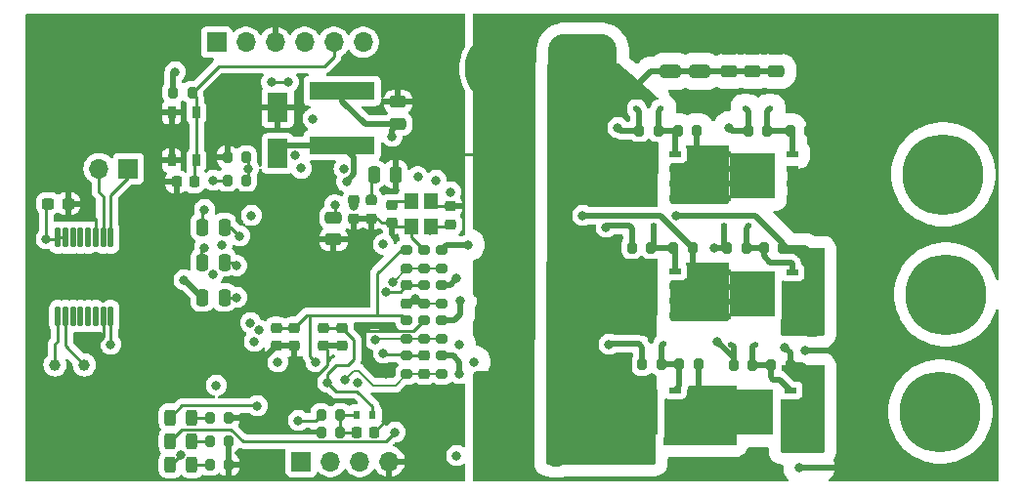
<source format=gbr>
%TF.GenerationSoftware,KiCad,Pcbnew,6.99.0-unknown-f8b157a1fb~149~ubuntu22.04.1*%
%TF.CreationDate,2022-10-15T12:14:30+11:00*%
%TF.ProjectId,STSPIN32G4,53545350-494e-4333-9247-342e6b696361,rev?*%
%TF.SameCoordinates,Original*%
%TF.FileFunction,Copper,L1,Top*%
%TF.FilePolarity,Positive*%
%FSLAX46Y46*%
G04 Gerber Fmt 4.6, Leading zero omitted, Abs format (unit mm)*
G04 Created by KiCad (PCBNEW 6.99.0-unknown-f8b157a1fb~149~ubuntu22.04.1) date 2022-10-15 12:14:30*
%MOMM*%
%LPD*%
G01*
G04 APERTURE LIST*
G04 Aperture macros list*
%AMRoundRect*
0 Rectangle with rounded corners*
0 $1 Rounding radius*
0 $2 $3 $4 $5 $6 $7 $8 $9 X,Y pos of 4 corners*
0 Add a 4 corners polygon primitive as box body*
4,1,4,$2,$3,$4,$5,$6,$7,$8,$9,$2,$3,0*
0 Add four circle primitives for the rounded corners*
1,1,$1+$1,$2,$3*
1,1,$1+$1,$4,$5*
1,1,$1+$1,$6,$7*
1,1,$1+$1,$8,$9*
0 Add four rect primitives between the rounded corners*
20,1,$1+$1,$2,$3,$4,$5,0*
20,1,$1+$1,$4,$5,$6,$7,0*
20,1,$1+$1,$6,$7,$8,$9,0*
20,1,$1+$1,$8,$9,$2,$3,0*%
G04 Aperture macros list end*
%TA.AperFunction,ComponentPad*%
%ADD10R,1.700000X1.700000*%
%TD*%
%TA.AperFunction,ComponentPad*%
%ADD11O,1.700000X1.700000*%
%TD*%
%TA.AperFunction,SMDPad,CuDef*%
%ADD12RoundRect,0.125000X0.125000X-0.762500X0.125000X0.762500X-0.125000X0.762500X-0.125000X-0.762500X0*%
%TD*%
%TA.AperFunction,SMDPad,CuDef*%
%ADD13C,1.000000*%
%TD*%
%TA.AperFunction,SMDPad,CuDef*%
%ADD14RoundRect,0.237500X-0.300000X-0.237500X0.300000X-0.237500X0.300000X0.237500X-0.300000X0.237500X0*%
%TD*%
%TA.AperFunction,SMDPad,CuDef*%
%ADD15RoundRect,0.200000X0.200000X0.275000X-0.200000X0.275000X-0.200000X-0.275000X0.200000X-0.275000X0*%
%TD*%
%TA.AperFunction,SMDPad,CuDef*%
%ADD16RoundRect,0.200000X-0.200000X-0.275000X0.200000X-0.275000X0.200000X0.275000X-0.200000X0.275000X0*%
%TD*%
%TA.AperFunction,ComponentPad*%
%ADD17C,7.000000*%
%TD*%
%TA.AperFunction,SMDPad,CuDef*%
%ADD18C,0.500000*%
%TD*%
%TA.AperFunction,SMDPad,CuDef*%
%ADD19RoundRect,0.250000X0.362500X1.425000X-0.362500X1.425000X-0.362500X-1.425000X0.362500X-1.425000X0*%
%TD*%
%TA.AperFunction,SMDPad,CuDef*%
%ADD20RoundRect,0.200000X-0.275000X0.200000X-0.275000X-0.200000X0.275000X-0.200000X0.275000X0.200000X0*%
%TD*%
%TA.AperFunction,SMDPad,CuDef*%
%ADD21RoundRect,0.200000X0.275000X-0.200000X0.275000X0.200000X-0.275000X0.200000X-0.275000X-0.200000X0*%
%TD*%
%TA.AperFunction,SMDPad,CuDef*%
%ADD22R,1.100000X0.500000*%
%TD*%
%TA.AperFunction,SMDPad,CuDef*%
%ADD23R,4.000000X4.000000*%
%TD*%
%TA.AperFunction,SMDPad,CuDef*%
%ADD24R,0.600000X0.450000*%
%TD*%
%TA.AperFunction,SMDPad,CuDef*%
%ADD25RoundRect,0.225000X-0.250000X0.225000X-0.250000X-0.225000X0.250000X-0.225000X0.250000X0.225000X0*%
%TD*%
%TA.AperFunction,SMDPad,CuDef*%
%ADD26RoundRect,0.250000X-0.475000X0.250000X-0.475000X-0.250000X0.475000X-0.250000X0.475000X0.250000X0*%
%TD*%
%TA.AperFunction,SMDPad,CuDef*%
%ADD27RoundRect,0.250000X-0.250000X-0.475000X0.250000X-0.475000X0.250000X0.475000X-0.250000X0.475000X0*%
%TD*%
%TA.AperFunction,ComponentPad*%
%ADD28RoundRect,1.500000X1.500000X1.500000X-1.500000X1.500000X-1.500000X-1.500000X1.500000X-1.500000X0*%
%TD*%
%TA.AperFunction,ComponentPad*%
%ADD29C,6.000000*%
%TD*%
%TA.AperFunction,SMDPad,CuDef*%
%ADD30RoundRect,0.250000X1.500000X1.000000X-1.500000X1.000000X-1.500000X-1.000000X1.500000X-1.000000X0*%
%TD*%
%TA.AperFunction,SMDPad,CuDef*%
%ADD31R,1.800000X2.500000*%
%TD*%
%TA.AperFunction,SMDPad,CuDef*%
%ADD32RoundRect,0.225000X0.250000X-0.225000X0.250000X0.225000X-0.250000X0.225000X-0.250000X-0.225000X0*%
%TD*%
%TA.AperFunction,SMDPad,CuDef*%
%ADD33RoundRect,0.225000X0.225000X0.250000X-0.225000X0.250000X-0.225000X-0.250000X0.225000X-0.250000X0*%
%TD*%
%TA.AperFunction,SMDPad,CuDef*%
%ADD34RoundRect,0.250000X0.325000X0.650000X-0.325000X0.650000X-0.325000X-0.650000X0.325000X-0.650000X0*%
%TD*%
%TA.AperFunction,SMDPad,CuDef*%
%ADD35R,0.600000X0.700000*%
%TD*%
%TA.AperFunction,SMDPad,CuDef*%
%ADD36RoundRect,0.250000X0.475000X-0.250000X0.475000X0.250000X-0.475000X0.250000X-0.475000X-0.250000X0*%
%TD*%
%TA.AperFunction,SMDPad,CuDef*%
%ADD37RoundRect,0.225000X-0.225000X-0.250000X0.225000X-0.250000X0.225000X0.250000X-0.225000X0.250000X0*%
%TD*%
%TA.AperFunction,SMDPad,CuDef*%
%ADD38RoundRect,0.243750X0.243750X0.456250X-0.243750X0.456250X-0.243750X-0.456250X0.243750X-0.456250X0*%
%TD*%
%TA.AperFunction,SMDPad,CuDef*%
%ADD39R,0.650000X1.050000*%
%TD*%
%TA.AperFunction,SMDPad,CuDef*%
%ADD40RoundRect,0.250000X0.650000X-0.325000X0.650000X0.325000X-0.650000X0.325000X-0.650000X-0.325000X0*%
%TD*%
%TA.AperFunction,SMDPad,CuDef*%
%ADD41R,1.200000X1.400000*%
%TD*%
%TA.AperFunction,SMDPad,CuDef*%
%ADD42R,5.700000X1.600000*%
%TD*%
%TA.AperFunction,ViaPad*%
%ADD43C,0.800000*%
%TD*%
%TA.AperFunction,Conductor*%
%ADD44C,0.250000*%
%TD*%
%TA.AperFunction,Conductor*%
%ADD45C,0.508000*%
%TD*%
%TA.AperFunction,Conductor*%
%ADD46C,0.200000*%
%TD*%
G04 APERTURE END LIST*
%TO.C,NT2*%
G36*
X8366000Y-5330000D02*
G01*
X7366000Y-5330000D01*
X7366000Y-4830000D01*
X8366000Y-4830000D01*
X8366000Y-5330000D01*
G37*
%TO.C,NT1*%
G36*
X8882000Y-15490000D02*
G01*
X7882000Y-15490000D01*
X7882000Y-14990000D01*
X8882000Y-14990000D01*
X8882000Y-15490000D01*
G37*
%TD*%
D10*
%TO.P,J7,1,Pin_1*%
%TO.N,SPI1_MISO*%
X-52064999Y10667999D03*
D11*
%TO.P,J7,2,Pin_2*%
%TO.N,SPI1_SCK*%
X-54604999Y10667999D03*
%TD*%
D12*
%TO.P,U3,1,MagINCn*%
%TO.N,Net-(U3-MagINCn)*%
X-58155000Y-2142500D03*
%TO.P,U3,2,MagDECn*%
%TO.N,Net-(U3-MagDECn)*%
X-57505000Y-2142500D03*
%TO.P,U3,3,A*%
%TO.N,unconnected-(U3-A)*%
X-56855000Y-2142500D03*
%TO.P,U3,4,B*%
%TO.N,unconnected-(U3-B)*%
X-56205000Y-2142500D03*
%TO.P,U3,5,NC*%
%TO.N,unconnected-(U3-NC)*%
X-55555000Y-2142500D03*
%TO.P,U3,6,I*%
%TO.N,unconnected-(U3-I)*%
X-54905000Y-2142500D03*
%TO.P,U3,7,VSS*%
%TO.N,GND*%
X-54255000Y-2142500D03*
%TO.P,U3,8,PDIO*%
%TO.N,VDD*%
X-53605000Y-2142500D03*
%TO.P,U3,9,DO*%
%TO.N,SPI1_MISO*%
X-53605000Y4682500D03*
%TO.P,U3,10,CLK*%
%TO.N,SPI1_SCK*%
X-54255000Y4682500D03*
%TO.P,U3,11,CSn*%
%TO.N,GND*%
X-54905000Y4682500D03*
%TO.P,U3,12,PWM*%
%TO.N,unconnected-(U3-PWM)*%
X-55555000Y4682500D03*
%TO.P,U3,13,NC*%
%TO.N,unconnected-(U3-NC)_1*%
X-56205000Y4682500D03*
%TO.P,U3,14,NC*%
%TO.N,unconnected-(U3-NC)_2*%
X-56855000Y4682500D03*
%TO.P,U3,15,VDD3V3*%
%TO.N,VDD*%
X-57505000Y4682500D03*
%TO.P,U3,16,VDD5V*%
X-58155000Y4682500D03*
%TD*%
D13*
%TO.P,TP4,1,1*%
%TO.N,Net-(U3-MagDECn)*%
X-55880000Y-6350000D03*
%TD*%
%TO.P,TP3,1,1*%
%TO.N,Net-(U3-MagINCn)*%
X-58420000Y-6350000D03*
%TD*%
D14*
%TO.P,C14,1*%
%TO.N,VDD*%
X-59028500Y7620000D03*
%TO.P,C14,2*%
%TO.N,GND*%
X-57303500Y7620000D03*
%TD*%
D15*
%TO.P,R3,1*%
%TO.N,SCREF*%
X-41847000Y11684000D03*
%TO.P,R3,2*%
%TO.N,GND*%
X-43497000Y11684000D03*
%TD*%
D16*
%TO.P,R2,1*%
%TO.N,VDD*%
X-43497000Y9652000D03*
%TO.P,R2,2*%
%TO.N,SCREF*%
X-41847000Y9652000D03*
%TD*%
D10*
%TO.P,J6,1,Pin_1*%
%TO.N,I2C1_SCL*%
X-37083999Y-14731999D03*
D11*
%TO.P,J6,2,Pin_2*%
%TO.N,I2C1_SDA*%
X-34543999Y-14731999D03*
%TO.P,J6,3,Pin_3*%
%TO.N,VDD*%
X-32003999Y-14731999D03*
%TO.P,J6,4,Pin_4*%
%TO.N,GND*%
X-29463999Y-14731999D03*
%TD*%
D17*
%TO.P,J8,1,Pin_1*%
%TO.N,OUT3*%
X18542000Y10160000D03*
%TD*%
%TO.P,J9,1,Pin_1*%
%TO.N,OUT1*%
X18288000Y-10414000D03*
%TD*%
%TO.P,J3,1,Pin_1*%
%TO.N,OUT2*%
X18796000Y-254000D03*
%TD*%
D18*
%TO.P,NT2,1,1*%
%TO.N,VSHUNT2N*%
X7366000Y-5080000D03*
%TO.P,NT2,2,2*%
%TO.N,GND*%
X8366000Y-5080000D03*
%TD*%
D19*
%TO.P,R15,2,2*%
%TO.N,VSHUNT2P*%
X7197500Y-2238000D03*
%TO.P,R15,1,1*%
%TO.N,GND*%
X13122500Y-2238000D03*
%TD*%
%TO.P,R14,1,1*%
%TO.N,GND*%
X13122500Y1905000D03*
%TO.P,R14,2,2*%
%TO.N,VSHUNT2P*%
X7197500Y1905000D03*
%TD*%
D20*
%TO.P,R29,1*%
%TO.N,OPO2*%
X-27940000Y-5525000D03*
%TO.P,R29,2*%
%TO.N,OPN2*%
X-27940000Y-7175000D03*
%TD*%
D21*
%TO.P,R27,1*%
%TO.N,OPP2*%
X-26416000Y-4127000D03*
%TO.P,R27,2*%
%TO.N,GND*%
X-26416000Y-2477000D03*
%TD*%
D20*
%TO.P,R26,1*%
%TO.N,VREF+*%
X-27940000Y-2477000D03*
%TO.P,R26,2*%
%TO.N,OPP2*%
X-27940000Y-4127000D03*
%TD*%
D21*
%TO.P,R24,2*%
%TO.N,VSHUNT2N*%
X-24892000Y-5525000D03*
%TO.P,R24,1*%
%TO.N,OPN2*%
X-24892000Y-7175000D03*
%TD*%
%TO.P,R23,1*%
%TO.N,OPP2*%
X-24892000Y-4127000D03*
%TO.P,R23,2*%
%TO.N,VSHUNT2P*%
X-24892000Y-2477000D03*
%TD*%
D16*
%TO.P,R20,2*%
%TO.N,GND*%
X6921000Y13970000D03*
%TO.P,R20,1*%
%TO.N,Net-(D12-A)*%
X5271000Y13970000D03*
%TD*%
%TO.P,R19,1*%
%TO.N,Net-(D11-A)*%
X-4445000Y13970000D03*
%TO.P,R19,2*%
%TO.N,OUT3*%
X-2795000Y13970000D03*
%TD*%
D15*
%TO.P,R18,1*%
%TO.N,Net-(D12-A)*%
X3301000Y13970000D03*
%TO.P,R18,2*%
%TO.N,GLS3*%
X1651000Y13970000D03*
%TD*%
%TO.P,R17,1*%
%TO.N,Net-(D11-A)*%
X-6160000Y13970000D03*
%TO.P,R17,2*%
%TO.N,GHS3*%
X-7810000Y13970000D03*
%TD*%
D16*
%TO.P,R12,2*%
%TO.N,VSHUNT2P*%
X4635000Y3810000D03*
%TO.P,R12,1*%
%TO.N,Net-(D10-A)*%
X2985000Y3810000D03*
%TD*%
%TO.P,R11,1*%
%TO.N,Net-(D1-A)*%
X-4825000Y3810000D03*
%TO.P,R11,2*%
%TO.N,OUT2*%
X-3175000Y3810000D03*
%TD*%
D15*
%TO.P,R4,2*%
%TO.N,GLS2*%
X-190000Y3810000D03*
%TO.P,R4,1*%
%TO.N,Net-(D10-A)*%
X1460000Y3810000D03*
%TD*%
%TO.P,R1,1*%
%TO.N,Net-(D1-A)*%
X-6795000Y3810000D03*
%TO.P,R1,2*%
%TO.N,GHS2*%
X-8445000Y3810000D03*
%TD*%
D22*
%TO.P,Q6,1,G*%
%TO.N,Net-(D12-A)*%
X5439999Y11929999D03*
D23*
%TO.P,Q6,2,D*%
%TO.N,OUT3*%
X2007999Y10024999D03*
D22*
X-359999Y8119999D03*
X-359999Y9389999D03*
X-359999Y10659999D03*
X-359999Y11929999D03*
%TO.P,Q6,3,S*%
%TO.N,GND*%
X5439999Y8119999D03*
X5439999Y9389999D03*
X5439999Y10659999D03*
%TD*%
%TO.P,Q5,3,S*%
%TO.N,OUT3*%
X-4703999Y10659999D03*
X-4703999Y9389999D03*
X-4703999Y8119999D03*
%TO.P,Q5,2,D*%
%TO.N,VM*%
X-10503999Y11929999D03*
X-10503999Y10659999D03*
X-10503999Y9389999D03*
X-10503999Y8119999D03*
D23*
X-8135999Y10024999D03*
D22*
%TO.P,Q5,1,G*%
%TO.N,Net-(D11-A)*%
X-4703999Y11929999D03*
%TD*%
%TO.P,Q4,1,G*%
%TO.N,Net-(D10-A)*%
X5471999Y1674999D03*
D23*
%TO.P,Q4,2,D*%
%TO.N,OUT2*%
X2039999Y-229999D03*
D22*
X-327999Y-2134999D03*
X-327999Y-864999D03*
X-327999Y404999D03*
X-327999Y1674999D03*
%TO.P,Q4,3,S*%
%TO.N,VSHUNT2P*%
X5471999Y-2134999D03*
X5471999Y-864999D03*
X5471999Y404999D03*
%TD*%
%TO.P,Q3,3,S*%
%TO.N,OUT2*%
X-4687999Y499999D03*
X-4687999Y-769999D03*
X-4687999Y-2039999D03*
%TO.P,Q3,2,D*%
%TO.N,VM*%
X-10487999Y1769999D03*
X-10487999Y499999D03*
X-10487999Y-769999D03*
X-10487999Y-2039999D03*
D23*
X-8119999Y-134999D03*
D22*
%TO.P,Q3,1,G*%
%TO.N,Net-(D1-A)*%
X-4687999Y1769999D03*
%TD*%
D24*
%TO.P,D12,1,K*%
%TO.N,GLS3*%
X1425999Y15874999D03*
%TO.P,D12,2,A*%
%TO.N,Net-(D12-A)*%
X3525999Y15874999D03*
%TD*%
%TO.P,D11,1,K*%
%TO.N,GHS3*%
X-8034999Y15874999D03*
%TO.P,D11,2,A*%
%TO.N,Net-(D11-A)*%
X-5934999Y15874999D03*
%TD*%
%TO.P,D10,2,A*%
%TO.N,Net-(D10-A)*%
X1684999Y5714999D03*
%TO.P,D10,1,K*%
%TO.N,GLS2*%
X-414999Y5714999D03*
%TD*%
%TO.P,D1,1,K*%
%TO.N,GHS2*%
X-8669999Y5714999D03*
%TO.P,D1,2,A*%
%TO.N,Net-(D1-A)*%
X-6569999Y5714999D03*
%TD*%
D25*
%TO.P,C29,1*%
%TO.N,OPO2*%
X-26416000Y-5575000D03*
%TO.P,C29,2*%
%TO.N,OPN2*%
X-26416000Y-7125000D03*
%TD*%
D26*
%TO.P,C28,1*%
%TO.N,GND*%
X4064000Y21016000D03*
%TO.P,C28,2*%
%TO.N,VM*%
X4064000Y19116000D03*
%TD*%
D27*
%TO.P,C27,1*%
%TO.N,OUT3*%
X-45654000Y-508000D03*
%TO.P,C27,2*%
%TO.N,BOOT3*%
X-43754000Y-508000D03*
%TD*%
D26*
%TO.P,C26,1*%
%TO.N,GND*%
X2032000Y21016000D03*
%TO.P,C26,2*%
%TO.N,VM*%
X2032000Y19116000D03*
%TD*%
D27*
%TO.P,C24,1*%
%TO.N,OUT2*%
X-45654000Y2540000D03*
%TO.P,C24,2*%
%TO.N,BOOT2*%
X-43754000Y2540000D03*
%TD*%
D19*
%TO.P,R10,1,1*%
%TO.N,GND*%
X12945500Y-12169000D03*
%TO.P,R10,2,2*%
%TO.N,VSHUNT1P*%
X7020500Y-12169000D03*
%TD*%
D28*
%TO.P,J4,1,Pin_1*%
%TO.N,VM*%
X-12700000Y19327000D03*
D29*
%TO.P,J4,2,Pin_2*%
%TO.N,GND*%
X-19900000Y19327000D03*
%TD*%
D22*
%TO.P,Q1,1,G*%
%TO.N,Net-(D7-A)*%
X-4719999Y-8556999D03*
D23*
%TO.P,Q1,2,D*%
%TO.N,VM*%
X-8151999Y-10461999D03*
D22*
X-10519999Y-12366999D03*
X-10519999Y-11096999D03*
X-10519999Y-9826999D03*
X-10519999Y-8556999D03*
%TO.P,Q1,3,S*%
%TO.N,OUT1*%
X-4719999Y-12366999D03*
X-4719999Y-11096999D03*
X-4719999Y-9826999D03*
%TD*%
D15*
%TO.P,R13,1*%
%TO.N,Net-(D7-A)*%
X-5893000Y-6327000D03*
%TO.P,R13,2*%
%TO.N,GHS1*%
X-7543000Y-6327000D03*
%TD*%
D21*
%TO.P,R50,1*%
%TO.N,OPN1*%
X-24892000Y-1066000D03*
%TO.P,R50,2*%
%TO.N,VSHUNT1N*%
X-24892000Y584000D03*
%TD*%
D30*
%TO.P,C31,1*%
%TO.N,VM*%
X-13970000Y9652000D03*
%TO.P,C31,2*%
%TO.N,GND*%
X-20470000Y9652000D03*
%TD*%
D31*
%TO.P,D5,1,K*%
%TO.N,SW*%
X-39115999Y11969999D03*
%TO.P,D5,2,A*%
%TO.N,GND*%
X-39115999Y15969999D03*
%TD*%
D10*
%TO.P,J2,1,Pin_1*%
%TO.N,VDD*%
X-44424999Y21614999D03*
D11*
%TO.P,J2,2,Pin_2*%
%TO.N,SWCLK*%
X-41884999Y21614999D03*
%TO.P,J2,3,Pin_3*%
%TO.N,GND*%
X-39344999Y21614999D03*
%TO.P,J2,4,Pin_4*%
%TO.N,SWDIO*%
X-36804999Y21614999D03*
%TO.P,J2,5,Pin_5*%
%TO.N,nRST*%
X-34264999Y21614999D03*
%TO.P,J2,6,Pin_6*%
%TO.N,SPI1_SCK*%
X-31724999Y21614999D03*
%TD*%
D32*
%TO.P,C18,1*%
%TO.N,OSC_OUT*%
X-24130000Y5829000D03*
%TO.P,C18,2*%
%TO.N,GND*%
X-24130000Y7379000D03*
%TD*%
D25*
%TO.P,C1,1*%
%TO.N,OSC_IN*%
X-29210000Y7506000D03*
%TO.P,C1,2*%
%TO.N,GND*%
X-29210000Y5956000D03*
%TD*%
D33*
%TO.P,C15,1*%
%TO.N,nRST*%
X-46342000Y9525000D03*
%TO.P,C15,2*%
%TO.N,GND*%
X-47892000Y9525000D03*
%TD*%
D27*
%TO.P,C6,1*%
%TO.N,VDD*%
X-30795000Y10160000D03*
%TO.P,C6,2*%
%TO.N,GND*%
X-28895000Y10160000D03*
%TD*%
D26*
%TO.P,C13,1*%
%TO.N,GND*%
X0Y21016000D03*
%TO.P,C13,2*%
%TO.N,VM*%
X0Y19116000D03*
%TD*%
D21*
%TO.P,R47,1*%
%TO.N,OPP1*%
X-26416000Y1982000D03*
%TO.P,R47,2*%
%TO.N,GND*%
X-26416000Y3632000D03*
%TD*%
D34*
%TO.P,C23,1*%
%TO.N,VM*%
X-14986000Y-14224000D03*
%TO.P,C23,2*%
%TO.N,GND*%
X-17936000Y-14224000D03*
%TD*%
D16*
%TO.P,R8,1*%
%TO.N,VDD*%
X-48196000Y17272000D03*
%TO.P,R8,2*%
%TO.N,nRST*%
X-46546000Y17272000D03*
%TD*%
D15*
%TO.P,R25,1*%
%TO.N,Net-(D2-A)*%
X2031000Y-6350000D03*
%TO.P,R25,2*%
%TO.N,GLS1*%
X381000Y-6350000D03*
%TD*%
D35*
%TO.P,D8,1,K*%
%TO.N,VDDA*%
X-30909999Y-10667999D03*
%TO.P,D8,2,A*%
%TO.N,PA0*%
X-32309999Y-10667999D03*
%TD*%
D25*
%TO.P,C9,1*%
%TO.N,VDDA*%
X-33528000Y-3149000D03*
%TO.P,C9,2*%
%TO.N,GND*%
X-33528000Y-4699000D03*
%TD*%
D26*
%TO.P,C2,1*%
%TO.N,Net-(IC1-VM)*%
X-34290000Y6411000D03*
%TO.P,C2,2*%
%TO.N,GND*%
X-34290000Y4511000D03*
%TD*%
D25*
%TO.P,C12,1*%
%TO.N,VBAT*%
X-32512000Y7887000D03*
%TO.P,C12,2*%
%TO.N,GND*%
X-32512000Y6337000D03*
%TD*%
D36*
%TO.P,C$1,1*%
%TO.N,Net-(JP8-A)*%
X-28702000Y14544000D03*
%TO.P,C$1,2*%
%TO.N,GND*%
X-28702000Y16444000D03*
%TD*%
D24*
%TO.P,D7,1,K*%
%TO.N,GHS1*%
X-7830999Y-4548999D03*
%TO.P,D7,2,A*%
%TO.N,Net-(D7-A)*%
X-5730999Y-4548999D03*
%TD*%
D22*
%TO.P,Q2,1,G*%
%TO.N,Net-(D2-A)*%
X5287999Y-8556999D03*
D23*
%TO.P,Q2,2,D*%
%TO.N,OUT1*%
X1855999Y-10461999D03*
D22*
X-511999Y-12366999D03*
X-511999Y-11096999D03*
X-511999Y-9826999D03*
X-511999Y-8556999D03*
%TO.P,Q2,3,S*%
%TO.N,VSHUNT1P*%
X5287999Y-12366999D03*
X5287999Y-11096999D03*
X5287999Y-9826999D03*
%TD*%
D37*
%TO.P,C19,1*%
%TO.N,PA0*%
X-32271000Y-12192000D03*
%TO.P,C19,2*%
%TO.N,GND*%
X-30721000Y-12192000D03*
%TD*%
D38*
%TO.P,D4,1,K*%
%TO.N,Net-(D4-K)*%
X-46560500Y-12979000D03*
%TO.P,D4,2,A*%
%TO.N,USER1*%
X-48435500Y-12979000D03*
%TD*%
D18*
%TO.P,NT1,1,1*%
%TO.N,VSHUNT1N*%
X7882000Y-15240000D03*
%TO.P,NT1,2,2*%
%TO.N,GND*%
X8882000Y-15240000D03*
%TD*%
D25*
%TO.P,C7,2*%
%TO.N,GND*%
X-30988000Y6337000D03*
%TO.P,C7,1*%
%TO.N,VDD*%
X-30988000Y7887000D03*
%TD*%
%TO.P,C10,1*%
%TO.N,VREF+*%
X-39243000Y-3149000D03*
%TO.P,C10,2*%
%TO.N,GND*%
X-39243000Y-4699000D03*
%TD*%
D39*
%TO.P,SW1,1,1*%
%TO.N,GND*%
X-48318999Y11386999D03*
X-48318999Y15536999D03*
%TO.P,SW1,2,2*%
%TO.N,nRST*%
X-46168999Y11386999D03*
X-46168999Y15536999D03*
%TD*%
D38*
%TO.P,D3,1,K*%
%TO.N,Net-(D3-K)*%
X-46560500Y-15011000D03*
%TO.P,D3,2,A*%
%TO.N,VDD*%
X-48435500Y-15011000D03*
%TD*%
D20*
%TO.P,R41,1*%
%TO.N,VREF+*%
X-27940000Y3632000D03*
%TO.P,R41,2*%
%TO.N,OPP1*%
X-27940000Y1982000D03*
%TD*%
D16*
%TO.P,R6,1*%
%TO.N,Net-(D4-K)*%
X-45021000Y-12979000D03*
%TO.P,R6,2*%
%TO.N,GND*%
X-43371000Y-12979000D03*
%TD*%
%TO.P,R37,1*%
%TO.N,VM*%
X-35356000Y-10668000D03*
%TO.P,R37,2*%
%TO.N,PA0*%
X-33706000Y-10668000D03*
%TD*%
D21*
%TO.P,R44,1*%
%TO.N,OPP1*%
X-24892000Y1982000D03*
%TO.P,R44,2*%
%TO.N,VSHUNT1P*%
X-24892000Y3632000D03*
%TD*%
D25*
%TO.P,C22,1*%
%TO.N,OPO1*%
X-27940000Y534000D03*
%TO.P,C22,2*%
%TO.N,OPN1*%
X-27940000Y-1016000D03*
%TD*%
D40*
%TO.P,C21,1*%
%TO.N,VM*%
X-5080000Y19099000D03*
%TO.P,C21,2*%
%TO.N,GND*%
X-5080000Y22049000D03*
%TD*%
D41*
%TO.P,Y3,1,1*%
%TO.N,OSC_OUT*%
X-25819999Y5630999D03*
%TO.P,Y3,2,2*%
%TO.N,GND*%
X-25819999Y7830999D03*
%TO.P,Y3,3,3*%
%TO.N,OSC_IN*%
X-27519999Y7830999D03*
%TO.P,Y3,4,4*%
%TO.N,GND*%
X-27519999Y5630999D03*
%TD*%
D15*
%TO.P,R39,1*%
%TO.N,PA0*%
X-33706000Y-12192000D03*
%TO.P,R39,2*%
%TO.N,GND*%
X-35356000Y-12192000D03*
%TD*%
D30*
%TO.P,C5,1*%
%TO.N,VM*%
X-13895000Y762000D03*
%TO.P,C5,2*%
%TO.N,GND*%
X-20395000Y762000D03*
%TD*%
D25*
%TO.P,C8,1*%
%TO.N,VDDA*%
X-35179000Y-3149000D03*
%TO.P,C8,2*%
%TO.N,GND*%
X-35179000Y-4699000D03*
%TD*%
D16*
%TO.P,R7,1*%
%TO.N,Net-(D6-K)*%
X-45021000Y-10947000D03*
%TO.P,R7,2*%
%TO.N,GND*%
X-43371000Y-10947000D03*
%TD*%
D20*
%TO.P,R53,1*%
%TO.N,OPO1*%
X-26416000Y584000D03*
%TO.P,R53,2*%
%TO.N,OPN1*%
X-26416000Y-1066000D03*
%TD*%
D42*
%TO.P,L2,1,1*%
%TO.N,SW*%
X-33527999Y12699999D03*
%TO.P,L2,2,2*%
%TO.N,Net-(JP8-A)*%
X-33527999Y17399999D03*
%TD*%
D19*
%TO.P,R9,1,1*%
%TO.N,GND*%
X12945500Y-8105000D03*
%TO.P,R9,2,2*%
%TO.N,VSHUNT1P*%
X7020500Y-8105000D03*
%TD*%
D27*
%TO.P,C16,1*%
%TO.N,OUT1*%
X-45654000Y5588000D03*
%TO.P,C16,2*%
%TO.N,BOOT1*%
X-43754000Y5588000D03*
%TD*%
D38*
%TO.P,D6,1,K*%
%TO.N,Net-(D6-K)*%
X-46560500Y-10922000D03*
%TO.P,D6,2,A*%
%TO.N,USER2*%
X-48435500Y-10922000D03*
%TD*%
D25*
%TO.P,C11,1*%
%TO.N,VREF+*%
X-37719000Y-3149000D03*
%TO.P,C11,2*%
%TO.N,GND*%
X-37719000Y-4699000D03*
%TD*%
D24*
%TO.P,D2,1,K*%
%TO.N,GLS1*%
X155999Y-4571999D03*
%TO.P,D2,2,A*%
%TO.N,Net-(D2-A)*%
X2255999Y-4571999D03*
%TD*%
D16*
%TO.P,R16,1*%
%TO.N,Net-(D7-A)*%
X-4304000Y-6327000D03*
%TO.P,R16,2*%
%TO.N,OUT1*%
X-2654000Y-6327000D03*
%TD*%
D40*
%TO.P,C20,1*%
%TO.N,VM*%
X-2540000Y19099000D03*
%TO.P,C20,2*%
%TO.N,GND*%
X-2540000Y22049000D03*
%TD*%
D16*
%TO.P,R28,1*%
%TO.N,Net-(D2-A)*%
X3620000Y-6350000D03*
%TO.P,R28,2*%
%TO.N,VSHUNT1P*%
X5270000Y-6350000D03*
%TD*%
D30*
%TO.P,C4,1*%
%TO.N,VM*%
X-13970000Y-8128000D03*
%TO.P,C4,2*%
%TO.N,GND*%
X-20470000Y-8128000D03*
%TD*%
D16*
%TO.P,R5,1*%
%TO.N,Net-(D3-K)*%
X-45021000Y-15011000D03*
%TO.P,R5,2*%
%TO.N,GND*%
X-43371000Y-15011000D03*
%TD*%
D43*
%TO.N,SPI1_MISO*%
X-36068000Y14986000D03*
%TO.N,VDD*%
X-53594000Y-4572000D03*
X-59182000Y4572000D03*
%TO.N,GND*%
X10922000Y5080000D03*
X13208000Y5080000D03*
X21844000Y-5334000D03*
X17272000Y-15494000D03*
X14732000Y-5334000D03*
X12192000Y-15494000D03*
X14732000Y-15494000D03*
X12446000Y-5334000D03*
X-19050000Y-12700000D03*
X-21336000Y-10414000D03*
X-21336000Y-12700000D03*
X-19050000Y-10414000D03*
%TO.N,SCREF*%
X-41656000Y10668000D03*
X-37092952Y10676952D03*
%TO.N,VDD*%
X-44704000Y9652000D03*
%TO.N,I2C1_SCL*%
X-37616498Y11846500D03*
%TO.N,I2C1_SDA*%
X-33365500Y10668000D03*
%TO.N,GND*%
X17780000Y16510000D03*
X15240000Y16510000D03*
X10160000Y16510000D03*
X12700000Y16510000D03*
X20320000Y16510000D03*
X17780000Y19050000D03*
X15240000Y19050000D03*
X13970000Y17780000D03*
X21336000Y17780000D03*
X19050000Y17780000D03*
X16256000Y17780000D03*
X8890000Y17780000D03*
X10160000Y19050000D03*
X12700000Y19050000D03*
X11176000Y17780000D03*
X20320000Y19050000D03*
X20320000Y21590000D03*
X19050000Y20320000D03*
X21336000Y20320000D03*
X21336000Y22860000D03*
X19050000Y22860000D03*
X13970000Y20320000D03*
X15240000Y21590000D03*
X17780000Y21590000D03*
X16256000Y22860000D03*
X13970000Y22860000D03*
X16256000Y20320000D03*
%TO.N,Net-(JP8-A)*%
X-29210000Y13462000D03*
%TO.N,GND*%
X-25146000Y20066000D03*
X-42926000Y14986000D03*
X-39624000Y-10668000D03*
X-40386000Y-15494000D03*
X11176000Y22860000D03*
X8890000Y22860000D03*
X8890000Y20320000D03*
X10160000Y21590000D03*
X11176000Y20320000D03*
X12700000Y21590000D03*
X-20320000Y14732000D03*
X-18288000Y13462000D03*
X-17780000Y4572000D03*
X-20320000Y7366000D03*
X-20320000Y5080000D03*
X-20320000Y12192000D03*
X-19558000Y13462000D03*
X-18796000Y14732000D03*
X-18288000Y7620000D03*
X-18796000Y12192000D03*
X-21336000Y13462000D03*
X-29718000Y-7112000D03*
%TO.N,VREF+*%
X-35814000Y-6096000D03*
%TO.N,GND*%
X-39370000Y-7620000D03*
%TO.N,USER2*%
X-40894000Y-9906000D03*
%TO.N,USER1*%
X-28956000Y-12192000D03*
X-26993636Y9952424D03*
%TO.N,GND*%
X-43434000Y-2794000D03*
%TO.N,VDD*%
X-48006000Y19050000D03*
%TO.N,Net-(IC1-VM)*%
X-32220500Y-7888994D03*
%TO.N,nRST*%
X-25400000Y9652000D03*
%TO.N,OPN1*%
X-27178000Y-599500D03*
%TO.N,nRST*%
X-29972000Y4101500D03*
%TO.N,OSC_IN*%
X-27432000Y7874000D03*
%TO.N,VM*%
X-15240000Y-12192000D03*
X-37338000Y-11176000D03*
%TO.N,GND*%
X-37338000Y2286000D03*
%TO.N,OSC_OUT*%
X-25908000Y5334000D03*
%TO.N,OUT2*%
X-12700000Y6604000D03*
%TO.N,OUT1*%
X-44450000Y-8128000D03*
%TO.N,GHS1*%
X-41402000Y6604000D03*
X-24130000Y8636000D03*
X-23368500Y-4572000D03*
%TO.N,VSHUNT1N*%
X-23622000Y1107500D03*
X-23622000Y-14224000D03*
X6096000Y-15240000D03*
%TO.N,GHS2*%
X-10668000Y5588000D03*
%TO.N,VSHUNT2N*%
X-23368000Y-7112000D03*
X6604000Y-5080000D03*
%TO.N,GHS1*%
X-10414000Y-4572000D03*
%TO.N,VSHUNT1P*%
X-22606000Y4064000D03*
X-22098000Y-6096000D03*
X4826000Y-4826000D03*
%TO.N,VSHUNT2P*%
X-23292497Y-762000D03*
X-4572000Y6604000D03*
%TO.N,GHS3*%
X-44704000Y1524000D03*
%TO.N,GLS2*%
X-1270000Y3810000D03*
%TO.N,GLS1*%
X-1016000Y-4318000D03*
%TO.N,GLS3*%
X-41482850Y-2703544D03*
%TO.N,GLS2*%
X-40724875Y-3355065D03*
%TO.N,GLS1*%
X-41148000Y-4318000D03*
%TO.N,GHS2*%
X-43942000Y4064000D03*
%TO.N,OUT1*%
X-45466000Y7112000D03*
%TO.N,BOOT1*%
X-42418000Y4826000D03*
%TO.N,OUT2*%
X-45466000Y3810000D03*
%TO.N,BOOT2*%
X-42672000Y2248500D03*
%TO.N,BOOT3*%
X-42672000Y-508000D03*
%TO.N,OUT3*%
X-47244000Y1016000D03*
%TO.N,GLS3*%
X0Y14224000D03*
%TO.N,GHS3*%
X-9652000Y14224000D03*
%TO.N,OUT3*%
X-1905000Y12065000D03*
X-1905000Y8255000D03*
X-1905000Y10795000D03*
X-1905000Y9525000D03*
X-2540000Y10160000D03*
X-2540000Y8890000D03*
X-3175000Y9525000D03*
X-3175000Y10795000D03*
X-2540000Y11430000D03*
X-3175000Y12065000D03*
X-3175000Y8255000D03*
%TO.N,OUT2*%
X-1905000Y-1905000D03*
X-1905000Y-635000D03*
X-2540000Y0D03*
X-2540000Y-1270000D03*
X-3175000Y-635000D03*
X-3175000Y635000D03*
X-2540000Y1270000D03*
X-3175000Y1905000D03*
X-3175000Y-1905000D03*
X-1905000Y635000D03*
X-1905000Y1905000D03*
%TO.N,OUT1*%
X-2540000Y-10795000D03*
X-3175000Y-12700000D03*
X-2540000Y-12065000D03*
X-3175000Y-11430000D03*
X-1905000Y-12700000D03*
X-1905000Y-11430000D03*
X-1905000Y-10160000D03*
X-3175000Y-10160000D03*
X-2540000Y-9525000D03*
X-3175000Y-8890000D03*
X-1905000Y-8890000D03*
%TO.N,VDD*%
X-47565420Y-14191857D03*
X-39116000Y-6096000D03*
%TO.N,VDDA*%
X-34798000Y-7874000D03*
%TO.N,OPN2*%
X-33274000Y-7620000D03*
%TO.N,OPO2*%
X-29972000Y-5334000D03*
%TO.N,OPP2*%
X-30696500Y-4155500D03*
%TO.N,OPO1*%
X-29718000Y0D03*
%TO.N,OPP1*%
X-29163576Y831636D03*
%TO.N,SW*%
X-33160681Y9525000D03*
%TO.N,Net-(IC1-VM)*%
X-34163000Y7515500D03*
%TO.N,SWDIO*%
X-38213319Y18161000D03*
X-39662319Y18161000D03*
%TO.N,VDD*%
X-30988000Y8054321D03*
%TO.N,VBAT*%
X-32512000Y7386500D03*
%TD*%
D44*
%TO.N,SPI1_MISO*%
X-53605000Y4682500D02*
X-53605000Y8371000D01*
X-53605000Y8371000D02*
X-52065000Y9911000D01*
X-52065000Y9911000D02*
X-52065000Y10668000D01*
%TO.N,GND*%
X-55454000Y6858000D02*
X-55626000Y6858000D01*
X-54905000Y6309000D02*
X-55454000Y6858000D01*
X-54905000Y6055000D02*
X-54905000Y6309000D01*
X-54905000Y4682500D02*
X-54905000Y6055000D01*
%TO.N,SPI1_SCK*%
X-54605000Y10668000D02*
X-54605000Y8636000D01*
X-54605000Y8636000D02*
X-54255000Y8286000D01*
X-54255000Y8286000D02*
X-54255000Y4682500D01*
%TO.N,VDD*%
X-59182000Y4572000D02*
X-59182000Y7466500D01*
X-59182000Y7466500D02*
X-59028500Y7620000D01*
X-59182000Y4572000D02*
X-58265500Y4572000D01*
X-58265500Y4572000D02*
X-58155000Y4682500D01*
%TO.N,Net-(U3-MagDECn)*%
X-57505000Y-2142500D02*
X-57505000Y-4725000D01*
X-57505000Y-4725000D02*
X-55880000Y-6350000D01*
%TO.N,Net-(U3-MagINCn)*%
X-58420000Y-6350000D02*
X-58420000Y-4572000D01*
X-58420000Y-4572000D02*
X-58155000Y-4307000D01*
X-58155000Y-4307000D02*
X-58155000Y-2142500D01*
%TO.N,GND*%
X-54255000Y-3963000D02*
X-54610000Y-4318000D01*
X-54255000Y-2142500D02*
X-54255000Y-3709000D01*
X-54255000Y-3709000D02*
X-54255000Y-3963000D01*
%TO.N,VDD*%
X-53605000Y-4561000D02*
X-53594000Y-4572000D01*
X-53605000Y-2142500D02*
X-53605000Y-4561000D01*
X-57505000Y4682500D02*
X-58155000Y4682500D01*
D45*
%TO.N,GND*%
X8882000Y-15240000D02*
X10160000Y-15240000D01*
%TO.N,VSHUNT1N*%
X6096000Y-15240000D02*
X7882000Y-15240000D01*
%TO.N,GND*%
X8366000Y-5080000D02*
X11176000Y-5080000D01*
%TO.N,VSHUNT2N*%
X6604000Y-5080000D02*
X7366000Y-5080000D01*
D44*
%TO.N,GND*%
X-30721000Y-12179000D02*
X-28956000Y-10414000D01*
X-30721000Y-12192000D02*
X-30721000Y-12179000D01*
D45*
%TO.N,SW*%
X-33528000Y12700000D02*
X-32512000Y11684000D01*
X-32512000Y11684000D02*
X-32512000Y10173681D01*
X-32512000Y10173681D02*
X-33160681Y9525000D01*
D44*
%TO.N,SCREF*%
X-41656000Y10668000D02*
X-41656000Y9843000D01*
X-41656000Y9843000D02*
X-41847000Y9652000D01*
X-41656000Y10668000D02*
X-41656000Y11493000D01*
X-41656000Y11493000D02*
X-41847000Y11684000D01*
%TO.N,VDD*%
X-43497000Y9652000D02*
X-44704000Y9652000D01*
%TO.N,USER1*%
X-43185538Y-11947000D02*
X-47403500Y-11947000D01*
X-28956000Y-12192000D02*
X-29756000Y-12992000D01*
X-29756000Y-12992000D02*
X-42140538Y-12992000D01*
X-42140538Y-12992000D02*
X-43185538Y-11947000D01*
X-47403500Y-11947000D02*
X-48435500Y-12979000D01*
D45*
%TO.N,VM*%
X-6809000Y19099000D02*
X-8128000Y17780000D01*
%TO.N,Net-(JP8-A)*%
X-29210000Y13462000D02*
X-29210000Y14036000D01*
X-29210000Y14036000D02*
X-28702000Y14544000D01*
%TO.N,VSHUNT1N*%
X-24892000Y584000D02*
X-24145500Y584000D01*
X-24145500Y584000D02*
X-23622000Y1107500D01*
%TO.N,VM*%
X-6555000Y19099000D02*
X-6809000Y19099000D01*
X-5080000Y19099000D02*
X-6555000Y19099000D01*
X-2540000Y19099000D02*
X-5080000Y19099000D01*
X0Y19116000D02*
X-2523000Y19116000D01*
X-2523000Y19116000D02*
X-2540000Y19099000D01*
X2032000Y19116000D02*
X0Y19116000D01*
X4064000Y19116000D02*
X2032000Y19116000D01*
D44*
%TO.N,GND*%
X-21336000Y11938000D02*
X-23876000Y11938000D01*
%TO.N,Net-(D6-K)*%
X-45021000Y-10947000D02*
X-46535500Y-10947000D01*
X-46535500Y-10947000D02*
X-46560500Y-10922000D01*
%TO.N,Net-(D4-K)*%
X-45021000Y-12979000D02*
X-46560500Y-12979000D01*
%TO.N,Net-(D3-K)*%
X-46560500Y-15011000D02*
X-45021000Y-15011000D01*
%TO.N,GND*%
X-29718000Y-7112000D02*
X-31596000Y-5234000D01*
X-31596000Y-5234000D02*
X-31596000Y-3402000D01*
X-31596000Y-3402000D02*
X-27341000Y-3402000D01*
X-27341000Y-3402000D02*
X-26416000Y-2477000D01*
D46*
%TO.N,OPN2*%
X-33274000Y-7620000D02*
X-32512000Y-6858000D01*
X-32512000Y-6858000D02*
X-32132772Y-6858000D01*
X-32132772Y-6858000D02*
X-30862772Y-8128000D01*
X-30862772Y-8128000D02*
X-28893000Y-8128000D01*
X-28893000Y-8128000D02*
X-27940000Y-7175000D01*
D44*
%TO.N,VDDA*%
X-32512000Y-5842000D02*
X-32512000Y-4165000D01*
X-34036000Y-6350000D02*
X-33020000Y-6350000D01*
X-33020000Y-6350000D02*
X-32512000Y-5842000D01*
X-34798000Y-7112000D02*
X-34036000Y-6350000D01*
X-30910000Y-9984000D02*
X-30910000Y-10668000D01*
X-34798000Y-7874000D02*
X-34798000Y-7112000D01*
X-32258000Y-8636000D02*
X-30910000Y-9984000D01*
X-34036000Y-8636000D02*
X-32258000Y-8636000D01*
X-34798000Y-7874000D02*
X-34036000Y-8636000D01*
X-32512000Y-4165000D02*
X-33528000Y-3149000D01*
%TO.N,GND*%
X-35179000Y-4699000D02*
X-34798000Y-5080000D01*
X-34798000Y-5080000D02*
X-34798000Y-6350000D01*
X-34798000Y-6350000D02*
X-35560000Y-7112000D01*
X-35560000Y-7112000D02*
X-37084000Y-7112000D01*
%TO.N,VREF+*%
X-35814000Y-6096000D02*
X-36322000Y-5588000D01*
X-36322000Y-5588000D02*
X-36322000Y-2032000D01*
X-36068000Y-2032000D02*
X-36322000Y-2032000D01*
X-36322000Y-2032000D02*
X-36602000Y-2032000D01*
X-28385000Y-2032000D02*
X-36068000Y-2032000D01*
%TO.N,GND*%
X-37719000Y-4699000D02*
X-37465000Y-4699000D01*
%TO.N,VDDA*%
X-34328000Y-3149000D02*
X-33528000Y-3149000D01*
%TO.N,USER2*%
X-40894000Y-9906000D02*
X-40903000Y-9897000D01*
X-40903000Y-9897000D02*
X-47410500Y-9897000D01*
X-47410500Y-9897000D02*
X-48435500Y-10922000D01*
%TO.N,nRST*%
X-46546000Y17272000D02*
X-44260000Y19558000D01*
X-44260000Y19558000D02*
X-35052000Y19558000D01*
X-35052000Y19558000D02*
X-34265000Y20345000D01*
X-34265000Y20345000D02*
X-34265000Y21615000D01*
D45*
%TO.N,VDD*%
X-48196000Y18860000D02*
X-48006000Y19050000D01*
X-48196000Y17272000D02*
X-48196000Y18860000D01*
%TO.N,Net-(JP8-A)*%
X-33528000Y17400000D02*
X-33528000Y16510000D01*
X-33528000Y16510000D02*
X-31562000Y14544000D01*
X-31562000Y14544000D02*
X-28702000Y14544000D01*
%TO.N,SW*%
X-33528000Y12700000D02*
X-38386000Y12700000D01*
X-38386000Y12700000D02*
X-39116000Y11970000D01*
D44*
%TO.N,OPO2*%
X-29972000Y-5334000D02*
X-29845000Y-5461000D01*
X-29845000Y-5461000D02*
X-28004000Y-5461000D01*
X-28004000Y-5461000D02*
X-27940000Y-5525000D01*
D46*
%TO.N,OPP2*%
X-30696500Y-4155500D02*
X-30668000Y-4127000D01*
X-30668000Y-4127000D02*
X-27940000Y-4127000D01*
D44*
%TO.N,nRST*%
X-46169000Y15537000D02*
X-46169000Y16895000D01*
X-46169000Y16895000D02*
X-46546000Y17272000D01*
X-46169000Y11387000D02*
X-46169000Y15537000D01*
X-46342000Y9525000D02*
X-46342000Y11214000D01*
X-46342000Y11214000D02*
X-46169000Y11387000D01*
%TO.N,GND*%
X-30988000Y6337000D02*
X-30467000Y6337000D01*
X-30467000Y6337000D02*
X-30086000Y5956000D01*
X-30086000Y5956000D02*
X-29210000Y5956000D01*
D46*
%TO.N,OPP1*%
X-29163576Y831636D02*
X-29090364Y831636D01*
X-29090364Y831636D02*
X-27940000Y1982000D01*
D44*
%TO.N,OPO1*%
X-29718000Y0D02*
X-28474000Y0D01*
X-28474000Y0D02*
X-27940000Y534000D01*
D46*
%TO.N,OPN1*%
X-27178000Y-599500D02*
X-27523500Y-599500D01*
X-27523500Y-599500D02*
X-27940000Y-1016000D01*
D44*
%TO.N,GND*%
X-24130000Y7379000D02*
X-25368000Y7379000D01*
X-25368000Y7379000D02*
X-25820000Y7831000D01*
%TO.N,VM*%
X-37338000Y-11176000D02*
X-35864000Y-11176000D01*
X-35864000Y-11176000D02*
X-35356000Y-10668000D01*
%TO.N,PA0*%
X-33706000Y-12192000D02*
X-33706000Y-10668000D01*
X-32310000Y-10668000D02*
X-33706000Y-10668000D01*
X-32271000Y-12192000D02*
X-33706000Y-12192000D01*
%TO.N,OSC_OUT*%
X-25820000Y5631000D02*
X-24328000Y5631000D01*
X-24328000Y5631000D02*
X-24130000Y5829000D01*
%TO.N,VDD*%
X-30988000Y8054321D02*
X-30988000Y9967000D01*
X-30988000Y9967000D02*
X-30795000Y10160000D01*
%TO.N,OSC_IN*%
X-27520000Y7831000D02*
X-28885000Y7831000D01*
X-28885000Y7831000D02*
X-29210000Y7506000D01*
%TO.N,GND*%
X-27520000Y5631000D02*
X-28885000Y5631000D01*
X-28885000Y5631000D02*
X-29210000Y5956000D01*
X-26416000Y3632000D02*
X-27520000Y4736000D01*
X-27520000Y4736000D02*
X-27520000Y5631000D01*
%TO.N,VREF+*%
X-27940000Y3632000D02*
X-28407986Y3632000D01*
X-28407986Y3632000D02*
X-30480000Y1559986D01*
X-30480000Y1559986D02*
X-30480000Y-2032000D01*
X-27940000Y-2477000D02*
X-28385000Y-2032000D01*
X-36602000Y-2032000D02*
X-37719000Y-3149000D01*
%TO.N,OPO2*%
X-26416000Y-5575000D02*
X-27890000Y-5575000D01*
X-27890000Y-5575000D02*
X-27940000Y-5525000D01*
D45*
%TO.N,OUT2*%
X-5969000Y6604000D02*
X-12700000Y6604000D01*
X-3175000Y3810000D02*
X-5969000Y6604000D01*
X-3175000Y1905000D02*
X-3175000Y3810000D01*
%TO.N,GHS2*%
X-10541000Y5715000D02*
X-10668000Y5588000D01*
X-8670000Y5715000D02*
X-10541000Y5715000D01*
%TO.N,VSHUNT2N*%
X-23368000Y-7112000D02*
X-23368000Y-6096000D01*
X-23368000Y-6096000D02*
X-23939000Y-5525000D01*
X-23939000Y-5525000D02*
X-24892000Y-5525000D01*
%TO.N,VSHUNT1P*%
X-22606000Y4064000D02*
X-24460000Y4064000D01*
X-24460000Y4064000D02*
X-24892000Y3632000D01*
%TO.N,GHS1*%
X-10391000Y-4549000D02*
X-10414000Y-4572000D01*
X-7831000Y-4549000D02*
X-10391000Y-4549000D01*
%TO.N,VSHUNT2P*%
X-23292497Y-762000D02*
X-23292497Y-1956497D01*
X-23292497Y-1956497D02*
X-23813000Y-2477000D01*
X-23813000Y-2477000D02*
X-24892000Y-2477000D01*
%TO.N,GLS1*%
X381000Y-6350000D02*
X381000Y-5715000D01*
X381000Y-5715000D02*
X-1016000Y-4318000D01*
%TO.N,VSHUNT1P*%
X5270000Y-5270000D02*
X4826000Y-4826000D01*
X5270000Y-6350000D02*
X5270000Y-5270000D01*
%TO.N,VSHUNT2P*%
X2229000Y6604000D02*
X-4572000Y6604000D01*
X4635000Y4198000D02*
X2229000Y6604000D01*
X4635000Y3810000D02*
X4635000Y4198000D01*
%TO.N,GHS1*%
X-7543000Y-6327000D02*
X-7543000Y-4837000D01*
X-7543000Y-4837000D02*
X-7831000Y-4549000D01*
%TO.N,Net-(D7-A)*%
X-5893000Y-6327000D02*
X-5893000Y-4711000D01*
X-5893000Y-4711000D02*
X-5731000Y-4549000D01*
X-4304000Y-6327000D02*
X-5893000Y-6327000D01*
X-4304000Y-6327000D02*
X-4304000Y-8141000D01*
X-4304000Y-8141000D02*
X-4720000Y-8557000D01*
%TO.N,OUT1*%
X-2654000Y-6327000D02*
X-2654000Y-8369000D01*
X-2654000Y-8369000D02*
X-3175000Y-8890000D01*
%TO.N,GLS1*%
X381000Y-6350000D02*
X381000Y-4797000D01*
X381000Y-4797000D02*
X156000Y-4572000D01*
%TO.N,Net-(D2-A)*%
X2031000Y-6350000D02*
X2031000Y-4797000D01*
X2031000Y-4797000D02*
X2256000Y-4572000D01*
X3620000Y-6350000D02*
X2031000Y-6350000D01*
X5288000Y-8557000D02*
X4351000Y-7620000D01*
X4351000Y-7620000D02*
X3810000Y-7620000D01*
X3810000Y-7620000D02*
X3620000Y-7430000D01*
X3620000Y-7430000D02*
X3620000Y-6350000D01*
%TO.N,VSHUNT1P*%
X5270000Y-6350000D02*
X6350000Y-6350000D01*
X6350000Y-6350000D02*
X7020500Y-7020500D01*
X7020500Y-7020500D02*
X7020500Y-8105000D01*
%TO.N,GHS2*%
X-8445000Y3810000D02*
X-8445000Y5490000D01*
X-8445000Y5490000D02*
X-8670000Y5715000D01*
%TO.N,Net-(D1-A)*%
X-6570000Y5715000D02*
X-6570000Y4035000D01*
X-6570000Y4035000D02*
X-6795000Y3810000D01*
X-4688000Y1770000D02*
X-4688000Y3673000D01*
X-4688000Y3673000D02*
X-4825000Y3810000D01*
X-4825000Y3810000D02*
X-6795000Y3810000D01*
%TO.N,GLS2*%
X-415000Y5715000D02*
X-415000Y4035000D01*
X-415000Y4035000D02*
X-190000Y3810000D01*
%TO.N,Net-(D10-A)*%
X1460000Y3810000D02*
X1460000Y5490000D01*
X1460000Y5490000D02*
X1685000Y5715000D01*
X2985000Y3810000D02*
X1460000Y3810000D01*
X5472000Y1675000D02*
X5472000Y2402000D01*
X5472000Y2402000D02*
X5334000Y2540000D01*
X3556000Y2540000D02*
X2985000Y3111000D01*
X5334000Y2540000D02*
X3556000Y2540000D01*
X2985000Y3111000D02*
X2985000Y3810000D01*
%TO.N,VSHUNT2P*%
X4635000Y3810000D02*
X6604000Y3810000D01*
X6604000Y3810000D02*
X7197500Y3216500D01*
X7197500Y3216500D02*
X7197500Y1905000D01*
%TO.N,GND*%
X-39243000Y-4699000D02*
X-40132000Y-5588000D01*
%TO.N,GLS2*%
X-190000Y3810000D02*
X-1270000Y3810000D01*
D44*
%TO.N,OUT1*%
X-45466000Y7112000D02*
X-45654000Y6924000D01*
X-45654000Y6924000D02*
X-45654000Y5588000D01*
%TO.N,OUT2*%
X-45466000Y3810000D02*
X-45720000Y3810000D01*
X-45720000Y3810000D02*
X-45720000Y2606000D01*
X-45720000Y2606000D02*
X-45654000Y2540000D01*
%TO.N,BOOT1*%
X-42418000Y4826000D02*
X-43180000Y5588000D01*
X-43180000Y5588000D02*
X-43754000Y5588000D01*
%TO.N,BOOT2*%
X-42672000Y2248500D02*
X-42963500Y2540000D01*
X-42963500Y2540000D02*
X-43754000Y2540000D01*
%TO.N,BOOT3*%
X-42672000Y-508000D02*
X-43754000Y-508000D01*
D45*
%TO.N,OUT3*%
X-47244000Y1016000D02*
X-47178000Y1016000D01*
X-47178000Y1016000D02*
X-45654000Y-508000D01*
%TO.N,GLS3*%
X254000Y13970000D02*
X0Y14224000D01*
X1651000Y13970000D02*
X254000Y13970000D01*
X1651000Y13970000D02*
X1651000Y15650000D01*
X1651000Y15650000D02*
X1426000Y15875000D01*
%TO.N,Net-(D12-A)*%
X3301000Y13970000D02*
X3301000Y15650000D01*
X3301000Y15650000D02*
X3526000Y15875000D01*
X5271000Y13970000D02*
X3301000Y13970000D01*
X5440000Y11930000D02*
X5440000Y13801000D01*
X5440000Y13801000D02*
X5271000Y13970000D01*
%TO.N,GHS3*%
X-9398000Y13970000D02*
X-9652000Y14224000D01*
X-7810000Y13970000D02*
X-9398000Y13970000D01*
X-7810000Y13970000D02*
X-7810000Y15650000D01*
X-7810000Y15650000D02*
X-8035000Y15875000D01*
%TO.N,Net-(D11-A)*%
X-6160000Y13970000D02*
X-6160000Y15650000D01*
X-6160000Y15650000D02*
X-5935000Y15875000D01*
X-4445000Y13970000D02*
X-6160000Y13970000D01*
X-4704000Y11930000D02*
X-4704000Y13711000D01*
X-4704000Y13711000D02*
X-4445000Y13970000D01*
%TO.N,OUT3*%
X-2795000Y13970000D02*
X-2795000Y12445000D01*
X-2795000Y12445000D02*
X-3175000Y12065000D01*
D44*
%TO.N,VDD*%
X-48384563Y-15011000D02*
X-47565420Y-14191857D01*
X-48435500Y-15011000D02*
X-48384563Y-15011000D01*
%TO.N,VREF+*%
X-39243000Y-3149000D02*
X-37719000Y-3149000D01*
%TO.N,VDDA*%
X-35179000Y-3149000D02*
X-33528000Y-3149000D01*
D46*
%TO.N,OPN2*%
X-26416000Y-7125000D02*
X-27890000Y-7125000D01*
X-27890000Y-7125000D02*
X-27940000Y-7175000D01*
X-24892000Y-7175000D02*
X-26366000Y-7175000D01*
X-26366000Y-7175000D02*
X-26416000Y-7125000D01*
%TO.N,OPP2*%
X-26416000Y-4127000D02*
X-27940000Y-4127000D01*
X-24892000Y-4127000D02*
X-26416000Y-4127000D01*
%TO.N,OPN1*%
X-26416000Y-1066000D02*
X-24892000Y-1066000D01*
X-27940000Y-1016000D02*
X-26466000Y-1016000D01*
X-26466000Y-1016000D02*
X-26416000Y-1066000D01*
D44*
%TO.N,OPO1*%
X-27940000Y534000D02*
X-26466000Y534000D01*
X-26466000Y534000D02*
X-26416000Y584000D01*
D46*
%TO.N,OPP1*%
X-26416000Y1982000D02*
X-24892000Y1982000D01*
X-27940000Y1982000D02*
X-26416000Y1982000D01*
D44*
%TO.N,Net-(IC1-VM)*%
X-34290000Y6411000D02*
X-34163000Y6538000D01*
X-34163000Y6538000D02*
X-34163000Y7515500D01*
%TO.N,SWDIO*%
X-38213319Y18161000D02*
X-39662319Y18161000D01*
%TO.N,VBAT*%
X-32512000Y7887000D02*
X-32512000Y7386500D01*
%TD*%
%TA.AperFunction,Conductor*%
%TO.N,OUT3*%
G36*
X-57879Y12679998D02*
G01*
X-11386Y12626342D01*
X0Y12574000D01*
X0Y7746000D01*
X-20002Y7677879D01*
X-73658Y7631386D01*
X-126000Y7620000D01*
X-4954000Y7620000D01*
X-5022121Y7640002D01*
X-5068614Y7693658D01*
X-5080000Y7746000D01*
X-5080000Y11045500D01*
X-5059998Y11113621D01*
X-5006342Y11160114D01*
X-4954000Y11171500D01*
X-4798534Y11171500D01*
X-4791208Y11171287D01*
X-4659363Y11163608D01*
X-4652139Y11164882D01*
X-4652136Y11164882D01*
X-4625460Y11169586D01*
X-4603580Y11171500D01*
X-4105362Y11171500D01*
X-4102015Y11171860D01*
X-4102012Y11171860D01*
X-4081705Y11174043D01*
X-4044799Y11178011D01*
X-3907796Y11229111D01*
X-3790739Y11316739D01*
X-3703111Y11433796D01*
X-3652011Y11570799D01*
X-3645500Y11631362D01*
X-3645500Y12228638D01*
X-3652011Y12289201D01*
X-3703111Y12426204D01*
X-3757226Y12498493D01*
X-3782036Y12565011D01*
X-3766945Y12634385D01*
X-3716743Y12684587D01*
X-3656357Y12700000D01*
X-126000Y12700000D01*
X-57879Y12679998D01*
G37*
%TD.AperFunction*%
%TD*%
%TA.AperFunction,Conductor*%
%TO.N,OUT2*%
G36*
X-57879Y2519998D02*
G01*
X-11386Y2466342D01*
X0Y2414000D01*
X0Y-2414000D01*
X-20002Y-2482121D01*
X-73658Y-2528614D01*
X-126000Y-2540000D01*
X-4954000Y-2540000D01*
X-5022121Y-2519998D01*
X-5068614Y-2466342D01*
X-5080000Y-2414000D01*
X-5080000Y885500D01*
X-5059998Y953621D01*
X-5006342Y1000114D01*
X-4954000Y1011500D01*
X-4782534Y1011500D01*
X-4775208Y1011287D01*
X-4643363Y1003608D01*
X-4636139Y1004882D01*
X-4636136Y1004882D01*
X-4609460Y1009586D01*
X-4587580Y1011500D01*
X-4089362Y1011500D01*
X-4086015Y1011860D01*
X-4086012Y1011860D01*
X-4065705Y1014043D01*
X-4028799Y1018011D01*
X-3891796Y1069111D01*
X-3774739Y1156739D01*
X-3687111Y1273796D01*
X-3636011Y1410799D01*
X-3629500Y1471362D01*
X-3629500Y2068638D01*
X-3636011Y2129201D01*
X-3687111Y2266204D01*
X-3741226Y2338493D01*
X-3766036Y2405011D01*
X-3750945Y2474385D01*
X-3700743Y2524587D01*
X-3640357Y2540000D01*
X-126000Y2540000D01*
X-57879Y2519998D01*
G37*
%TD.AperFunction*%
%TD*%
%TA.AperFunction,Conductor*%
%TO.N,OUT1*%
G36*
X577121Y-8148002D02*
G01*
X623614Y-8201658D01*
X635000Y-8254000D01*
X635000Y-13209000D01*
X614998Y-13277121D01*
X561342Y-13323614D01*
X509000Y-13335000D01*
X-5589000Y-13335000D01*
X-5657121Y-13314998D01*
X-5703614Y-13261342D01*
X-5715000Y-13209000D01*
X-5715000Y-12763124D01*
X-5700993Y-12708248D01*
X-5701111Y-12708204D01*
X-5700701Y-12707104D01*
X-5650011Y-12571201D01*
X-5643500Y-12510638D01*
X-5643500Y-9391885D01*
X-5623498Y-9323764D01*
X-5569842Y-9277271D01*
X-5499568Y-9267167D01*
X-5473467Y-9273830D01*
X-5386588Y-9306235D01*
X-5386579Y-9306237D01*
X-5379201Y-9308989D01*
X-5342295Y-9312957D01*
X-5321988Y-9315140D01*
X-5321985Y-9315140D01*
X-5318638Y-9315500D01*
X-4812037Y-9315500D01*
X-4793775Y-9316830D01*
X-4749588Y-9323303D01*
X-4749584Y-9323303D01*
X-4742328Y-9324366D01*
X-4735023Y-9323727D01*
X-4735018Y-9323727D01*
X-4646463Y-9315979D01*
X-4635482Y-9315500D01*
X-4121362Y-9315500D01*
X-4118015Y-9315140D01*
X-4118012Y-9315140D01*
X-4097705Y-9312957D01*
X-4060799Y-9308989D01*
X-3923796Y-9257889D01*
X-3806739Y-9170261D01*
X-3719111Y-9053204D01*
X-3668011Y-8916201D01*
X-3661500Y-8855638D01*
X-3661500Y-8595318D01*
X-3649695Y-8542068D01*
X-3618402Y-8474960D01*
X-3616804Y-8471661D01*
X-3585901Y-8410129D01*
X-3585898Y-8410121D01*
X-3582606Y-8403566D01*
X-3580914Y-8396427D01*
X-3579708Y-8393114D01*
X-3579577Y-8392798D01*
X-3579481Y-8392459D01*
X-3578376Y-8389123D01*
X-3575275Y-8382473D01*
X-3559871Y-8307870D01*
X-3559078Y-8304292D01*
X-3541500Y-8230123D01*
X-3539687Y-8230553D01*
X-3515671Y-8174043D01*
X-3456984Y-8134088D01*
X-3418291Y-8128000D01*
X509000Y-8128000D01*
X577121Y-8148002D01*
G37*
%TD.AperFunction*%
%TD*%
%TA.AperFunction,Conductor*%
%TO.N,VSHUNT1P*%
G36*
X8197121Y-6370002D02*
G01*
X8243614Y-6423658D01*
X8255000Y-6476000D01*
X8255000Y-13844000D01*
X8234998Y-13912121D01*
X8181342Y-13958614D01*
X8129000Y-13970000D01*
X4571000Y-13970000D01*
X4502879Y-13949998D01*
X4456386Y-13896342D01*
X4445000Y-13844000D01*
X4445000Y-9421910D01*
X4465002Y-9353789D01*
X4518658Y-9307296D01*
X4588932Y-9297192D01*
X4615037Y-9303856D01*
X4628799Y-9308989D01*
X4665705Y-9312957D01*
X4686012Y-9315140D01*
X4686015Y-9315140D01*
X4689362Y-9315500D01*
X5177857Y-9315500D01*
X5203336Y-9318103D01*
X5213908Y-9320286D01*
X5213909Y-9320286D01*
X5221091Y-9321769D01*
X5228419Y-9321556D01*
X5228421Y-9321556D01*
X5392303Y-9316788D01*
X5392314Y-9316787D01*
X5399263Y-9316585D01*
X5400823Y-9316167D01*
X5409971Y-9315500D01*
X5886638Y-9315500D01*
X5889985Y-9315140D01*
X5889988Y-9315140D01*
X5910295Y-9312957D01*
X5947201Y-9308989D01*
X6084204Y-9257889D01*
X6201261Y-9170261D01*
X6288889Y-9053204D01*
X6339989Y-8916201D01*
X6346500Y-8855638D01*
X6346500Y-8258362D01*
X6339989Y-8197799D01*
X6288889Y-8060796D01*
X6201261Y-7943739D01*
X6084204Y-7856111D01*
X5947201Y-7805011D01*
X5910295Y-7801043D01*
X5889988Y-7798860D01*
X5889985Y-7798860D01*
X5886638Y-7798500D01*
X5660028Y-7798500D01*
X5591907Y-7778498D01*
X5570933Y-7761595D01*
X4935944Y-7126606D01*
X4923971Y-7112753D01*
X4913777Y-7099060D01*
X4909398Y-7093178D01*
X4870835Y-7060820D01*
X4862731Y-7053393D01*
X4858765Y-7049427D01*
X4834063Y-7029895D01*
X4831225Y-7027582D01*
X4778478Y-6983323D01*
X4778473Y-6983320D01*
X4772853Y-6978604D01*
X4766298Y-6975312D01*
X4763377Y-6973391D01*
X4763077Y-6973175D01*
X4762775Y-6973006D01*
X4759775Y-6971155D01*
X4754020Y-6966605D01*
X4684953Y-6934398D01*
X4681661Y-6932804D01*
X4620129Y-6901901D01*
X4620121Y-6901898D01*
X4613566Y-6898606D01*
X4606427Y-6896914D01*
X4603114Y-6895708D01*
X4593054Y-6891546D01*
X4592564Y-6891318D01*
X4593891Y-6888467D01*
X4547080Y-6856006D01*
X4519872Y-6790429D01*
X4521419Y-6755556D01*
X4522013Y-6753649D01*
X4528500Y-6682265D01*
X4528500Y-6475999D01*
X4548501Y-6407880D01*
X4602156Y-6361387D01*
X4654499Y-6350000D01*
X8129000Y-6350000D01*
X8197121Y-6370002D01*
G37*
%TD.AperFunction*%
%TD*%
%TA.AperFunction,Conductor*%
%TO.N,VSHUNT2P*%
G36*
X8197121Y3789998D02*
G01*
X8243614Y3736342D01*
X8255000Y3684000D01*
X8255000Y-3684000D01*
X8234998Y-3752121D01*
X8181342Y-3798614D01*
X8129000Y-3810000D01*
X4571000Y-3810000D01*
X4502879Y-3789998D01*
X4456386Y-3736342D01*
X4445000Y-3684000D01*
X4445000Y-2579441D01*
X4465002Y-2511320D01*
X4470132Y-2503932D01*
X4485489Y-2483417D01*
X4490889Y-2476204D01*
X4541989Y-2339201D01*
X4548500Y-2278638D01*
X4548500Y840115D01*
X4568502Y908236D01*
X4622158Y954729D01*
X4692432Y964833D01*
X4718533Y958170D01*
X4805412Y925765D01*
X4805421Y925763D01*
X4812799Y923011D01*
X4849705Y919043D01*
X4870012Y916860D01*
X4870015Y916860D01*
X4873362Y916500D01*
X5377466Y916500D01*
X5384792Y916287D01*
X5516637Y908608D01*
X5523861Y909882D01*
X5523864Y909882D01*
X5550540Y914586D01*
X5572420Y916500D01*
X6070638Y916500D01*
X6073985Y916860D01*
X6073988Y916860D01*
X6094295Y919043D01*
X6131201Y923011D01*
X6268204Y974111D01*
X6385261Y1061739D01*
X6472889Y1178796D01*
X6523989Y1315799D01*
X6530500Y1376362D01*
X6530500Y1973638D01*
X6523989Y2034201D01*
X6472889Y2171204D01*
X6385261Y2288261D01*
X6283654Y2364324D01*
X6241107Y2421158D01*
X6234015Y2450560D01*
X6230839Y2477734D01*
X6230470Y2481342D01*
X6224469Y2549932D01*
X6223830Y2557241D01*
X6221521Y2564209D01*
X6220814Y2567635D01*
X6220755Y2568001D01*
X6220666Y2568315D01*
X6219849Y2571761D01*
X6218998Y2579042D01*
X6192918Y2650698D01*
X6191716Y2654159D01*
X6170074Y2719470D01*
X6167764Y2726441D01*
X6163909Y2732690D01*
X6162431Y2735861D01*
X6162293Y2736193D01*
X6162127Y2736491D01*
X6160545Y2739642D01*
X6158034Y2746539D01*
X6116156Y2810210D01*
X6114194Y2813290D01*
X6078041Y2871903D01*
X6074188Y2878150D01*
X6068994Y2883344D01*
X6066828Y2886083D01*
X6066614Y2886380D01*
X6066379Y2886636D01*
X6064117Y2889332D01*
X6060085Y2895462D01*
X6004640Y2947772D01*
X6002013Y2950325D01*
X5918944Y3033394D01*
X5906971Y3047247D01*
X5896777Y3060940D01*
X5892398Y3066822D01*
X5853835Y3099180D01*
X5845731Y3106607D01*
X5841765Y3110573D01*
X5817063Y3130105D01*
X5814225Y3132418D01*
X5761478Y3176677D01*
X5761473Y3176680D01*
X5755853Y3181396D01*
X5749298Y3184688D01*
X5746377Y3186609D01*
X5746077Y3186825D01*
X5745775Y3186994D01*
X5742775Y3188845D01*
X5737020Y3193395D01*
X5667953Y3225602D01*
X5664661Y3227196D01*
X5603129Y3258099D01*
X5603121Y3258102D01*
X5596566Y3261394D01*
X5589427Y3263086D01*
X5586114Y3264292D01*
X5585798Y3264423D01*
X5585459Y3264519D01*
X5582122Y3265625D01*
X5575473Y3268725D01*
X5568289Y3270208D01*
X5568287Y3270209D01*
X5525865Y3278968D01*
X5500858Y3284132D01*
X5497289Y3284923D01*
X5481999Y3288547D01*
X5423123Y3302500D01*
X5415785Y3302500D01*
X5412294Y3302908D01*
X5411945Y3302964D01*
X5411588Y3302980D01*
X5408091Y3303286D01*
X5400909Y3304769D01*
X5393581Y3304556D01*
X5393579Y3304556D01*
X5324746Y3302553D01*
X5321082Y3302500D01*
X4571000Y3302500D01*
X4502879Y3322502D01*
X4456386Y3376158D01*
X4445000Y3428500D01*
X4445000Y3684000D01*
X4465002Y3752121D01*
X4518658Y3798614D01*
X4571000Y3810000D01*
X8129000Y3810000D01*
X8197121Y3789998D01*
G37*
%TD.AperFunction*%
%TD*%
%TA.AperFunction,Conductor*%
%TO.N,VM*%
G36*
X-9630489Y19791998D02*
G01*
X-9616613Y19781668D01*
X-7894902Y18305916D01*
X-6173194Y16830166D01*
X-6134490Y16770647D01*
X-6134109Y16699652D01*
X-6172171Y16639720D01*
X-6236593Y16609881D01*
X-6255194Y16608500D01*
X-6283638Y16608500D01*
X-6286985Y16608140D01*
X-6286988Y16608140D01*
X-6307295Y16605957D01*
X-6344201Y16601989D01*
X-6481204Y16550889D01*
X-6598261Y16463261D01*
X-6685889Y16346204D01*
X-6736989Y16209201D01*
X-6737831Y16201368D01*
X-6740360Y16177845D01*
X-6769116Y16110323D01*
X-6796681Y16077473D01*
X-6796684Y16077469D01*
X-6801396Y16071853D01*
X-6804688Y16065299D01*
X-6806609Y16062377D01*
X-6806825Y16062077D01*
X-6806994Y16061775D01*
X-6808845Y16058775D01*
X-6813395Y16053020D01*
X-6816495Y16046371D01*
X-6845598Y15983960D01*
X-6847196Y15980661D01*
X-6872804Y15929672D01*
X-6921251Y15877774D01*
X-6990065Y15860307D01*
X-7057399Y15882817D01*
X-7101874Y15938158D01*
X-7105005Y15946588D01*
X-7111924Y15967468D01*
X-7111927Y15967474D01*
X-7114235Y15974440D01*
X-7118087Y15980684D01*
X-7119572Y15983869D01*
X-7119706Y15984193D01*
X-7119886Y15984515D01*
X-7121455Y15987639D01*
X-7123966Y15994539D01*
X-7165852Y16058224D01*
X-7167804Y16061288D01*
X-7207812Y16126149D01*
X-7206757Y16126800D01*
X-7230359Y16184532D01*
X-7232169Y16201367D01*
X-7232169Y16201368D01*
X-7233011Y16209201D01*
X-7284111Y16346204D01*
X-7371739Y16463261D01*
X-7488796Y16550889D01*
X-7625799Y16601989D01*
X-7662705Y16605957D01*
X-7683012Y16608140D01*
X-7683015Y16608140D01*
X-7686362Y16608500D01*
X-7803781Y16608500D01*
X-7829260Y16611103D01*
X-7837444Y16612793D01*
X-7905431Y16626831D01*
X-7960908Y16638286D01*
X-7960909Y16638286D01*
X-7968091Y16639769D01*
X-7975419Y16639556D01*
X-7975421Y16639556D01*
X-8037194Y16637758D01*
X-8146263Y16634585D01*
X-8153348Y16632687D01*
X-8153352Y16632686D01*
X-8227593Y16612793D01*
X-8260204Y16608500D01*
X-8383638Y16608500D01*
X-8386985Y16608140D01*
X-8386988Y16608140D01*
X-8407295Y16605957D01*
X-8444201Y16601989D01*
X-8581204Y16550889D01*
X-8698261Y16463261D01*
X-8785889Y16346204D01*
X-8836989Y16209201D01*
X-8843500Y16148638D01*
X-8843500Y15601362D01*
X-8836989Y15540799D01*
X-8785889Y15403796D01*
X-8698261Y15286739D01*
X-8691050Y15281341D01*
X-8691049Y15281340D01*
X-8622991Y15230392D01*
X-8580444Y15173556D01*
X-8572500Y15129524D01*
X-8572500Y14858500D01*
X-8592502Y14790379D01*
X-8646158Y14743886D01*
X-8698500Y14732500D01*
X-8831251Y14732500D01*
X-8899372Y14752502D01*
X-8924887Y14774190D01*
X-8939463Y14790379D01*
X-9040747Y14902866D01*
X-9195248Y15015118D01*
X-9201276Y15017802D01*
X-9201278Y15017803D01*
X-9363681Y15090109D01*
X-9363682Y15090109D01*
X-9369712Y15092794D01*
X-9463113Y15112647D01*
X-9550056Y15131128D01*
X-9550061Y15131128D01*
X-9556513Y15132500D01*
X-9747487Y15132500D01*
X-9753939Y15131128D01*
X-9753944Y15131128D01*
X-9840887Y15112647D01*
X-9934288Y15092794D01*
X-9940318Y15090109D01*
X-9940319Y15090109D01*
X-10102722Y15017803D01*
X-10102724Y15017802D01*
X-10108752Y15015118D01*
X-10263253Y14902866D01*
X-10391040Y14760944D01*
X-10486527Y14595556D01*
X-10545542Y14413928D01*
X-10565504Y14224000D01*
X-10545542Y14034072D01*
X-10486527Y13852444D01*
X-10391040Y13687056D01*
X-10263253Y13545134D01*
X-10108752Y13432882D01*
X-10102724Y13430198D01*
X-10102722Y13430197D01*
X-9994278Y13381915D01*
X-9934288Y13355206D01*
X-9878022Y13343246D01*
X-9845320Y13336295D01*
X-9805996Y13320540D01*
X-9801020Y13316605D01*
X-9731954Y13284399D01*
X-9728655Y13282801D01*
X-9667134Y13251904D01*
X-9667130Y13251902D01*
X-9660566Y13248606D01*
X-9653416Y13246912D01*
X-9650139Y13245719D01*
X-9649798Y13245577D01*
X-9649461Y13245482D01*
X-9646125Y13244377D01*
X-9639474Y13241275D01*
X-9564854Y13225867D01*
X-9561286Y13225076D01*
X-9494263Y13209192D01*
X-9494262Y13209192D01*
X-9487123Y13207500D01*
X-9479785Y13207500D01*
X-9476294Y13207092D01*
X-9475945Y13207036D01*
X-9475588Y13207020D01*
X-9472091Y13206714D01*
X-9464909Y13205231D01*
X-9457581Y13205444D01*
X-9457579Y13205444D01*
X-9388746Y13207447D01*
X-9385082Y13207500D01*
X-8576661Y13207500D01*
X-8508540Y13187498D01*
X-8487566Y13170595D01*
X-8450155Y13133184D01*
X-8302913Y13044173D01*
X-8295639Y13041906D01*
X-8295636Y13041905D01*
X-8153081Y12997484D01*
X-8138649Y12992987D01*
X-8067265Y12986500D01*
X-7810045Y12986500D01*
X-7552736Y12986501D01*
X-7549888Y12986760D01*
X-7549883Y12986760D01*
X-7487988Y12992384D01*
X-7481351Y12992987D01*
X-7474993Y12994968D01*
X-7474989Y12994969D01*
X-7324364Y13041905D01*
X-7324361Y13041906D01*
X-7317087Y13044173D01*
X-7169845Y13133184D01*
X-7074095Y13228934D01*
X-7011783Y13262960D01*
X-6940968Y13257895D01*
X-6895905Y13228934D01*
X-6800155Y13133184D01*
X-6652913Y13044173D01*
X-6645639Y13041906D01*
X-6645636Y13041905D01*
X-6503081Y12997484D01*
X-6488649Y12992987D01*
X-6417265Y12986500D01*
X-6253231Y12986500D01*
X-6185112Y12966499D01*
X-6138619Y12912844D01*
X-6127236Y12859493D01*
X-6170180Y7491492D01*
X-6190726Y7423533D01*
X-6244752Y7377471D01*
X-6296176Y7366500D01*
X-12162919Y7366500D01*
X-12231040Y7386502D01*
X-12236980Y7390564D01*
X-12237906Y7391237D01*
X-12237907Y7391238D01*
X-12243248Y7395118D01*
X-12249276Y7397802D01*
X-12249278Y7397803D01*
X-12411681Y7470109D01*
X-12411682Y7470109D01*
X-12417712Y7472794D01*
X-12511113Y7492647D01*
X-12598056Y7511128D01*
X-12598061Y7511128D01*
X-12604513Y7512500D01*
X-12795487Y7512500D01*
X-12801939Y7511128D01*
X-12801944Y7511128D01*
X-12888887Y7492647D01*
X-12982288Y7472794D01*
X-12988318Y7470109D01*
X-12988319Y7470109D01*
X-13150722Y7397803D01*
X-13150724Y7397802D01*
X-13156752Y7395118D01*
X-13311253Y7282866D01*
X-13315674Y7277956D01*
X-13315675Y7277955D01*
X-13408760Y7174573D01*
X-13439040Y7140944D01*
X-13534527Y6975556D01*
X-13593542Y6793928D01*
X-13613504Y6604000D01*
X-13593542Y6414072D01*
X-13534527Y6232444D01*
X-13439040Y6067056D01*
X-13311253Y5925134D01*
X-13212157Y5853136D01*
X-13163328Y5817660D01*
X-13156752Y5812882D01*
X-13150724Y5810198D01*
X-13150722Y5810197D01*
X-12988319Y5737891D01*
X-12982288Y5735206D01*
X-12889579Y5715500D01*
X-12801944Y5696872D01*
X-12801939Y5696872D01*
X-12795487Y5695500D01*
X-12604513Y5695500D01*
X-12598061Y5696872D01*
X-12598056Y5696872D01*
X-12510421Y5715500D01*
X-12417712Y5735206D01*
X-12411681Y5737891D01*
X-12249278Y5810197D01*
X-12249276Y5810198D01*
X-12243248Y5812882D01*
X-12236980Y5817436D01*
X-12236354Y5817660D01*
X-12232189Y5820064D01*
X-12231749Y5819302D01*
X-12170113Y5841294D01*
X-12162919Y5841500D01*
X-11694798Y5841500D01*
X-11626677Y5821498D01*
X-11580184Y5767842D01*
X-11569488Y5702330D01*
X-11574322Y5656337D01*
X-11581504Y5588000D01*
X-11580814Y5581435D01*
X-11569625Y5474982D01*
X-11561542Y5398072D01*
X-11502527Y5216444D01*
X-11407040Y5051056D01*
X-11279253Y4909134D01*
X-11124752Y4796882D01*
X-11118724Y4794198D01*
X-11118722Y4794197D01*
X-10987620Y4735827D01*
X-10950288Y4719206D01*
X-10856887Y4699353D01*
X-10769944Y4680872D01*
X-10769939Y4680872D01*
X-10763487Y4679500D01*
X-10572513Y4679500D01*
X-10566061Y4680872D01*
X-10566056Y4680872D01*
X-10479113Y4699353D01*
X-10385712Y4719206D01*
X-10348380Y4735827D01*
X-10217278Y4794197D01*
X-10217276Y4794198D01*
X-10211248Y4796882D01*
X-10056747Y4909134D01*
X-10052332Y4914037D01*
X-10047420Y4918460D01*
X-10045779Y4916638D01*
X-9994790Y4948050D01*
X-9961601Y4952500D01*
X-9333500Y4952500D01*
X-9265379Y4932498D01*
X-9218886Y4878842D01*
X-9207500Y4826500D01*
X-9207500Y4559148D01*
X-9225670Y4493967D01*
X-9295827Y4377913D01*
X-9298093Y4370642D01*
X-9298094Y4370639D01*
X-9345030Y4220013D01*
X-9347013Y4213649D01*
X-9353500Y4142265D01*
X-9353499Y3477736D01*
X-9347013Y3406351D01*
X-9295827Y3242087D01*
X-9206816Y3094845D01*
X-9085155Y2973184D01*
X-8937913Y2884173D01*
X-8930639Y2881906D01*
X-8930636Y2881905D01*
X-8788081Y2837484D01*
X-8773649Y2832987D01*
X-8702265Y2826500D01*
X-8445045Y2826500D01*
X-8187736Y2826501D01*
X-8184888Y2826760D01*
X-8184883Y2826760D01*
X-8122988Y2832384D01*
X-8116351Y2832987D01*
X-8109993Y2834968D01*
X-8109989Y2834969D01*
X-7959364Y2881905D01*
X-7959361Y2881906D01*
X-7952087Y2884173D01*
X-7804845Y2973184D01*
X-7709095Y3068934D01*
X-7646783Y3102960D01*
X-7575968Y3097895D01*
X-7530905Y3068934D01*
X-7435155Y2973184D01*
X-7287913Y2884173D01*
X-7280639Y2881906D01*
X-7280636Y2881905D01*
X-7138081Y2837484D01*
X-7123649Y2832987D01*
X-7052265Y2826500D01*
X-6795045Y2826500D01*
X-6537736Y2826501D01*
X-6534888Y2826760D01*
X-6534883Y2826760D01*
X-6472988Y2832384D01*
X-6466351Y2832987D01*
X-6459993Y2834968D01*
X-6459989Y2834969D01*
X-6371664Y2862492D01*
X-6300677Y2863661D01*
X-6240326Y2826267D01*
X-6209774Y2762180D01*
X-6208183Y2741189D01*
X-6260501Y-3798541D01*
X-6281047Y-3866500D01*
X-6310988Y-3898401D01*
X-6387049Y-3955340D01*
X-6394261Y-3960739D01*
X-6481889Y-4077796D01*
X-6532989Y-4214799D01*
X-6539500Y-4275362D01*
X-6540217Y-4275285D01*
X-6550693Y-4317197D01*
X-6573962Y-4367099D01*
X-6578598Y-4377040D01*
X-6580196Y-4380339D01*
X-6611099Y-4441871D01*
X-6611102Y-4441879D01*
X-6614394Y-4448434D01*
X-6616086Y-4455573D01*
X-6617292Y-4458886D01*
X-6617424Y-4459206D01*
X-6617519Y-4459539D01*
X-6618627Y-4462882D01*
X-6621725Y-4469527D01*
X-6623208Y-4476711D01*
X-6623971Y-4479013D01*
X-6664382Y-4537387D01*
X-6729937Y-4564646D01*
X-6799823Y-4552135D01*
X-6851851Y-4503828D01*
X-6854766Y-4498506D01*
X-6856966Y-4492461D01*
X-6898838Y-4428799D01*
X-6900800Y-4425719D01*
X-6936957Y-4367099D01*
X-6936958Y-4367098D01*
X-6940811Y-4360851D01*
X-6946005Y-4355657D01*
X-6948174Y-4352914D01*
X-6948386Y-4352621D01*
X-6948621Y-4352364D01*
X-6950883Y-4349668D01*
X-6954915Y-4343538D01*
X-6960252Y-4338503D01*
X-6960256Y-4338498D01*
X-6988134Y-4312196D01*
X-7023957Y-4250900D01*
X-7026945Y-4234017D01*
X-7028169Y-4222632D01*
X-7029011Y-4214799D01*
X-7080111Y-4077796D01*
X-7167739Y-3960739D01*
X-7198099Y-3938012D01*
X-7277582Y-3878511D01*
X-7277584Y-3878510D01*
X-7284796Y-3873111D01*
X-7421799Y-3822011D01*
X-7458705Y-3818043D01*
X-7479012Y-3815860D01*
X-7479015Y-3815860D01*
X-7482362Y-3815500D01*
X-7599779Y-3815500D01*
X-7625258Y-3812897D01*
X-7651556Y-3807467D01*
X-7664142Y-3804868D01*
X-7667717Y-3804075D01*
X-7734737Y-3788192D01*
X-7734738Y-3788192D01*
X-7741877Y-3786500D01*
X-7749215Y-3786500D01*
X-7752706Y-3786092D01*
X-7753055Y-3786036D01*
X-7753412Y-3786020D01*
X-7756909Y-3785714D01*
X-7764091Y-3784231D01*
X-7771419Y-3784444D01*
X-7771421Y-3784444D01*
X-7840254Y-3786447D01*
X-7843918Y-3786500D01*
X-9917847Y-3786500D01*
X-9969096Y-3775607D01*
X-10125681Y-3705891D01*
X-10125682Y-3705891D01*
X-10131712Y-3703206D01*
X-10225112Y-3683353D01*
X-10312056Y-3664872D01*
X-10312061Y-3664872D01*
X-10318513Y-3663500D01*
X-10509487Y-3663500D01*
X-10515939Y-3664872D01*
X-10515944Y-3664872D01*
X-10602888Y-3683353D01*
X-10696288Y-3703206D01*
X-10702318Y-3705891D01*
X-10702319Y-3705891D01*
X-10864722Y-3778197D01*
X-10864724Y-3778198D01*
X-10870752Y-3780882D01*
X-10876093Y-3784762D01*
X-10876094Y-3784763D01*
X-10902674Y-3804075D01*
X-11025253Y-3893134D01*
X-11029674Y-3898044D01*
X-11029675Y-3898045D01*
X-11081264Y-3955341D01*
X-11153040Y-4035056D01*
X-11248527Y-4200444D01*
X-11307542Y-4382072D01*
X-11308232Y-4388633D01*
X-11308232Y-4388635D01*
X-11325416Y-4552135D01*
X-11327504Y-4572000D01*
X-11307542Y-4761928D01*
X-11248527Y-4943556D01*
X-11153040Y-5108944D01*
X-11025253Y-5250866D01*
X-10870752Y-5363118D01*
X-10864724Y-5365802D01*
X-10864722Y-5365803D01*
X-10702319Y-5438109D01*
X-10696288Y-5440794D01*
X-10602888Y-5460647D01*
X-10515944Y-5479128D01*
X-10515939Y-5479128D01*
X-10509487Y-5480500D01*
X-10318513Y-5480500D01*
X-10312061Y-5479128D01*
X-10312056Y-5479128D01*
X-10225112Y-5460647D01*
X-10131712Y-5440794D01*
X-10125681Y-5438109D01*
X-9963278Y-5365803D01*
X-9963276Y-5365802D01*
X-9957248Y-5363118D01*
X-9919323Y-5335564D01*
X-9845262Y-5311500D01*
X-8431500Y-5311500D01*
X-8363379Y-5331502D01*
X-8316886Y-5385158D01*
X-8305500Y-5437500D01*
X-8305500Y-5577852D01*
X-8323670Y-5643033D01*
X-8393827Y-5759087D01*
X-8396093Y-5766358D01*
X-8396094Y-5766361D01*
X-8443030Y-5916987D01*
X-8445013Y-5923351D01*
X-8451500Y-5994735D01*
X-8451499Y-6659264D01*
X-8445013Y-6730649D01*
X-8393827Y-6894913D01*
X-8304816Y-7042155D01*
X-8183155Y-7163816D01*
X-8035913Y-7252827D01*
X-8028639Y-7255094D01*
X-8028636Y-7255095D01*
X-7878013Y-7302030D01*
X-7871649Y-7304013D01*
X-7800265Y-7310500D01*
X-7543045Y-7310500D01*
X-7285736Y-7310499D01*
X-7282888Y-7310240D01*
X-7282883Y-7310240D01*
X-7220988Y-7304616D01*
X-7214351Y-7304013D01*
X-7207993Y-7302032D01*
X-7207989Y-7302031D01*
X-7057364Y-7255095D01*
X-7057361Y-7255094D01*
X-7050087Y-7252827D01*
X-6902845Y-7163816D01*
X-6807095Y-7068066D01*
X-6744783Y-7034040D01*
X-6673968Y-7039105D01*
X-6628905Y-7068066D01*
X-6533155Y-7163816D01*
X-6385913Y-7252827D01*
X-6378633Y-7255095D01*
X-6378632Y-7255096D01*
X-6377635Y-7255407D01*
X-6376996Y-7255833D01*
X-6371685Y-7258223D01*
X-6372082Y-7259106D01*
X-6318550Y-7294770D01*
X-6290126Y-7359828D01*
X-6289126Y-7376709D01*
X-6349000Y-14861008D01*
X-6369546Y-14928967D01*
X-6423572Y-14975029D01*
X-6474996Y-14986000D01*
X-15748539Y-14986000D01*
X-15816660Y-14965998D01*
X-15863153Y-14912342D01*
X-15874538Y-14859540D01*
X-15748458Y19686460D01*
X-15728208Y19754507D01*
X-15674383Y19800804D01*
X-15622459Y19812000D01*
X-9698610Y19812000D01*
X-9630489Y19791998D01*
G37*
%TD.AperFunction*%
%TD*%
%TA.AperFunction,Conductor*%
%TO.N,GND*%
G36*
X-22917879Y24099498D02*
G01*
X-22871386Y24045842D01*
X-22860000Y23993500D01*
X-22860000Y21247285D01*
X-22880327Y21178660D01*
X-22940395Y21086163D01*
X-22943683Y21080468D01*
X-23107620Y20758725D01*
X-23110296Y20752714D01*
X-23239700Y20415605D01*
X-23241740Y20409328D01*
X-23335198Y20060537D01*
X-23336567Y20054099D01*
X-23393055Y19697440D01*
X-23393743Y19690896D01*
X-23412641Y19330301D01*
X-23412641Y19323699D01*
X-23393743Y18963104D01*
X-23393055Y18956560D01*
X-23336567Y18599901D01*
X-23335198Y18593463D01*
X-23241740Y18244672D01*
X-23239700Y18238395D01*
X-23110296Y17901286D01*
X-23107620Y17895275D01*
X-22943683Y17573532D01*
X-22940395Y17567837D01*
X-22880327Y17475340D01*
X-22860000Y17406715D01*
X-22860000Y5027214D01*
X-22880002Y4959093D01*
X-22934752Y4912107D01*
X-23056719Y4857805D01*
X-23056726Y4857801D01*
X-23062752Y4855118D01*
X-23068093Y4851238D01*
X-23068094Y4851237D01*
X-23069020Y4850564D01*
X-23069646Y4850340D01*
X-23073811Y4847936D01*
X-23074251Y4848698D01*
X-23135887Y4826706D01*
X-23143081Y4826500D01*
X-23315985Y4826500D01*
X-23384106Y4846502D01*
X-23430599Y4900158D01*
X-23440703Y4970432D01*
X-23411209Y5035012D01*
X-23405080Y5041595D01*
X-23300715Y5145960D01*
X-23210698Y5291899D01*
X-23177347Y5392548D01*
X-23158926Y5448138D01*
X-23158925Y5448142D01*
X-23156764Y5454664D01*
X-23152136Y5499955D01*
X-23146825Y5551944D01*
X-23146825Y5551950D01*
X-23146500Y5555128D01*
X-23146500Y6102872D01*
X-23146949Y6107270D01*
X-23156065Y6196498D01*
X-23156066Y6196501D01*
X-23156764Y6203336D01*
X-23161432Y6217426D01*
X-23208391Y6359138D01*
X-23210698Y6366101D01*
X-23300715Y6512040D01*
X-23305908Y6517233D01*
X-23310454Y6522982D01*
X-23308845Y6524254D01*
X-23337959Y6577570D01*
X-23332894Y6648385D01*
X-23309722Y6684440D01*
X-23310848Y6685330D01*
X-23297256Y6702519D01*
X-23215006Y6835867D01*
X-23208845Y6849079D01*
X-23159419Y6998238D01*
X-23156558Y7011602D01*
X-23147325Y7101971D01*
X-23147064Y7107103D01*
X-23151475Y7122124D01*
X-23152865Y7123329D01*
X-23160548Y7125000D01*
X-24258000Y7125000D01*
X-24326121Y7145002D01*
X-24372614Y7198658D01*
X-24384000Y7251000D01*
X-24384000Y7507000D01*
X-24363998Y7575121D01*
X-24310342Y7621614D01*
X-24258000Y7633000D01*
X-23165115Y7633000D01*
X-23149876Y7637475D01*
X-23148671Y7638865D01*
X-23147000Y7646548D01*
X-23147000Y7649639D01*
X-23147325Y7656029D01*
X-23156558Y7746398D01*
X-23159419Y7759762D01*
X-23208845Y7908921D01*
X-23215006Y7922133D01*
X-23297256Y8055481D01*
X-23310848Y8072670D01*
X-23308936Y8074182D01*
X-23337396Y8126301D01*
X-23332331Y8197116D01*
X-23323398Y8216077D01*
X-23295473Y8264444D01*
X-23236458Y8446072D01*
X-23234514Y8464562D01*
X-23217186Y8629435D01*
X-23216496Y8636000D01*
X-23218620Y8656206D01*
X-23235768Y8819365D01*
X-23235768Y8819367D01*
X-23236458Y8825928D01*
X-23295473Y9007556D01*
X-23390960Y9172944D01*
X-23419458Y9204595D01*
X-23514325Y9309955D01*
X-23514326Y9309956D01*
X-23518747Y9314866D01*
X-23673248Y9427118D01*
X-23679276Y9429802D01*
X-23679278Y9429803D01*
X-23841681Y9502109D01*
X-23841682Y9502109D01*
X-23847712Y9504794D01*
X-23942773Y9525000D01*
X-24028056Y9543128D01*
X-24028061Y9543128D01*
X-24034513Y9544500D01*
X-24225487Y9544500D01*
X-24231947Y9543127D01*
X-24231946Y9543127D01*
X-24334990Y9521225D01*
X-24405780Y9526627D01*
X-24462413Y9569444D01*
X-24486906Y9636082D01*
X-24487186Y9644472D01*
X-24487186Y9645435D01*
X-24486496Y9652000D01*
X-24498109Y9762496D01*
X-24505768Y9835365D01*
X-24505768Y9835367D01*
X-24506458Y9841928D01*
X-24565473Y10023556D01*
X-24660960Y10188944D01*
X-24681593Y10211860D01*
X-24784325Y10325955D01*
X-24784326Y10325956D01*
X-24788747Y10330866D01*
X-24943248Y10443118D01*
X-24949276Y10445802D01*
X-24949278Y10445803D01*
X-25111681Y10518109D01*
X-25111682Y10518109D01*
X-25117712Y10520794D01*
X-25211113Y10540647D01*
X-25298056Y10559128D01*
X-25298061Y10559128D01*
X-25304513Y10560500D01*
X-25495487Y10560500D01*
X-25501939Y10559128D01*
X-25501944Y10559128D01*
X-25588888Y10540647D01*
X-25682288Y10520794D01*
X-25688318Y10518109D01*
X-25688319Y10518109D01*
X-25850722Y10445803D01*
X-25850724Y10445802D01*
X-25856752Y10443118D01*
X-26005006Y10335405D01*
X-26071872Y10311547D01*
X-26141024Y10327627D01*
X-26188185Y10374341D01*
X-26203264Y10400458D01*
X-26254596Y10489368D01*
X-26286376Y10524664D01*
X-26377961Y10626379D01*
X-26377962Y10626380D01*
X-26382383Y10631290D01*
X-26503332Y10719165D01*
X-26531542Y10739661D01*
X-26531543Y10739662D01*
X-26536884Y10743542D01*
X-26542912Y10746226D01*
X-26542914Y10746227D01*
X-26705317Y10818533D01*
X-26705318Y10818533D01*
X-26711348Y10821218D01*
X-26816830Y10843639D01*
X-26891692Y10859552D01*
X-26891697Y10859552D01*
X-26898149Y10860924D01*
X-27089123Y10860924D01*
X-27095575Y10859552D01*
X-27095580Y10859552D01*
X-27170442Y10843639D01*
X-27275924Y10821218D01*
X-27281954Y10818533D01*
X-27281955Y10818533D01*
X-27444358Y10746227D01*
X-27444360Y10746226D01*
X-27450388Y10743542D01*
X-27455729Y10739662D01*
X-27455730Y10739661D01*
X-27483940Y10719165D01*
X-27604889Y10631290D01*
X-27667366Y10561902D01*
X-27727809Y10524664D01*
X-27798793Y10526016D01*
X-27857778Y10565529D01*
X-27886036Y10630660D01*
X-27887000Y10646214D01*
X-27887000Y10682303D01*
X-27887325Y10688693D01*
X-27896908Y10782488D01*
X-27899767Y10795846D01*
X-27951036Y10950565D01*
X-27957192Y10963767D01*
X-28042512Y11102092D01*
X-28051558Y11113532D01*
X-28166468Y11228442D01*
X-28177908Y11237488D01*
X-28316233Y11322808D01*
X-28329435Y11328964D01*
X-28484154Y11380233D01*
X-28497512Y11383092D01*
X-28591307Y11392675D01*
X-28597698Y11393000D01*
X-28622885Y11393000D01*
X-28638124Y11388525D01*
X-28639329Y11387135D01*
X-28641000Y11379452D01*
X-28641000Y8945115D01*
X-28636525Y8929876D01*
X-28610830Y8907611D01*
X-28612119Y8906123D01*
X-28603264Y8901292D01*
X-28569218Y8838992D01*
X-28574273Y8768134D01*
X-28619236Y8647584D01*
X-28619237Y8647579D01*
X-28621989Y8640201D01*
X-28628500Y8579638D01*
X-28629509Y8579746D01*
X-28651727Y8516791D01*
X-28707800Y8473244D01*
X-28753918Y8464500D01*
X-28806237Y8464500D01*
X-28817421Y8465027D01*
X-28824909Y8466701D01*
X-28832832Y8466452D01*
X-28892967Y8464562D01*
X-28896925Y8464500D01*
X-29508872Y8464500D01*
X-29512050Y8464175D01*
X-29512056Y8464175D01*
X-29602498Y8454935D01*
X-29602501Y8454934D01*
X-29609336Y8454236D01*
X-29615858Y8452075D01*
X-29615862Y8452074D01*
X-29680760Y8430569D01*
X-29772101Y8400302D01*
X-29778344Y8396451D01*
X-29778351Y8396448D01*
X-29876189Y8336100D01*
X-29944668Y8317362D01*
X-30012407Y8338621D01*
X-30057899Y8393128D01*
X-30061941Y8403710D01*
X-30066389Y8417134D01*
X-30066390Y8417137D01*
X-30068698Y8424101D01*
X-30141312Y8541825D01*
X-30154861Y8563792D01*
X-30154862Y8563793D01*
X-30158715Y8570040D01*
X-30279960Y8691285D01*
X-30294647Y8700344D01*
X-30342125Y8753130D01*
X-30354500Y8807585D01*
X-30354500Y8858081D01*
X-30334498Y8926202D01*
X-30280842Y8972695D01*
X-30268131Y8977686D01*
X-30229227Y8990577D01*
X-30229226Y8990577D01*
X-30222262Y8992885D01*
X-30071348Y9085970D01*
X-29945970Y9211348D01*
X-29942968Y9216214D01*
X-29885573Y9256856D01*
X-29814648Y9260046D01*
X-29753258Y9224384D01*
X-29745845Y9215830D01*
X-29738442Y9206468D01*
X-29623532Y9091558D01*
X-29612092Y9082512D01*
X-29473767Y8997192D01*
X-29460565Y8991036D01*
X-29305846Y8939767D01*
X-29292488Y8936908D01*
X-29198693Y8927325D01*
X-29192303Y8927000D01*
X-29167115Y8927000D01*
X-29151876Y8931475D01*
X-29150671Y8932865D01*
X-29149000Y8940548D01*
X-29149000Y11374885D01*
X-29153475Y11390124D01*
X-29154865Y11391329D01*
X-29162548Y11393000D01*
X-29192302Y11393000D01*
X-29198693Y11392675D01*
X-29292488Y11383092D01*
X-29305846Y11380233D01*
X-29460565Y11328964D01*
X-29473767Y11322808D01*
X-29612092Y11237488D01*
X-29623532Y11228442D01*
X-29738442Y11113532D01*
X-29745845Y11104170D01*
X-29803787Y11063143D01*
X-29874712Y11059955D01*
X-29936102Y11095617D01*
X-29942447Y11102941D01*
X-29945970Y11108652D01*
X-30071348Y11234030D01*
X-30222262Y11327115D01*
X-30256628Y11338502D01*
X-30314998Y11378916D01*
X-30342254Y11444473D01*
X-30329741Y11514358D01*
X-30314014Y11536197D01*
X-30314739Y11536739D01*
X-30232511Y11646582D01*
X-30232510Y11646584D01*
X-30227111Y11653796D01*
X-30176011Y11790799D01*
X-30169500Y11851362D01*
X-30169500Y12841880D01*
X-30149498Y12910001D01*
X-30095842Y12956494D01*
X-30025568Y12966598D01*
X-29960988Y12937104D01*
X-29949527Y12924618D01*
X-29949040Y12925056D01*
X-29821253Y12783134D01*
X-29666752Y12670882D01*
X-29660724Y12668198D01*
X-29660722Y12668197D01*
X-29519735Y12605426D01*
X-29492288Y12593206D01*
X-29398887Y12573353D01*
X-29311944Y12554872D01*
X-29311939Y12554872D01*
X-29305487Y12553500D01*
X-29114513Y12553500D01*
X-29108061Y12554872D01*
X-29108056Y12554872D01*
X-29021112Y12573353D01*
X-28927712Y12593206D01*
X-28900265Y12605426D01*
X-28759278Y12668197D01*
X-28759276Y12668198D01*
X-28753248Y12670882D01*
X-28598747Y12783134D01*
X-28545852Y12841880D01*
X-28475379Y12920148D01*
X-28475378Y12920149D01*
X-28470960Y12925056D01*
X-28375473Y13090444D01*
X-28316458Y13272072D01*
X-28311277Y13321367D01*
X-28300623Y13422730D01*
X-28273610Y13488387D01*
X-28215388Y13529016D01*
X-28181722Y13535396D01*
X-28179663Y13535501D01*
X-28176456Y13535501D01*
X-28072574Y13546113D01*
X-27904262Y13601885D01*
X-27792389Y13670889D01*
X-27759596Y13691116D01*
X-27759595Y13691117D01*
X-27753348Y13694970D01*
X-27627970Y13820348D01*
X-27534885Y13971262D01*
X-27495385Y14090467D01*
X-27481275Y14133048D01*
X-27481274Y14133052D01*
X-27479113Y14139574D01*
X-27473334Y14196133D01*
X-27468825Y14240271D01*
X-27468825Y14240277D01*
X-27468500Y14243455D01*
X-27468501Y14844544D01*
X-27479113Y14948426D01*
X-27534885Y15116738D01*
X-27627970Y15267652D01*
X-27753348Y15393030D01*
X-27758214Y15396032D01*
X-27798856Y15453427D01*
X-27802046Y15524352D01*
X-27766384Y15585742D01*
X-27757830Y15593155D01*
X-27748468Y15600558D01*
X-27633558Y15715468D01*
X-27624512Y15726908D01*
X-27539192Y15865233D01*
X-27533036Y15878435D01*
X-27481767Y16033154D01*
X-27478908Y16046512D01*
X-27469325Y16140307D01*
X-27469000Y16146698D01*
X-27469000Y16171885D01*
X-27473475Y16187124D01*
X-27474865Y16188329D01*
X-27482548Y16190000D01*
X-29916885Y16190000D01*
X-29932124Y16185525D01*
X-29933329Y16184135D01*
X-29935000Y16176452D01*
X-29935000Y16146698D01*
X-29934675Y16140307D01*
X-29925092Y16046512D01*
X-29922233Y16033154D01*
X-29870964Y15878435D01*
X-29864808Y15865233D01*
X-29779488Y15726908D01*
X-29770442Y15715468D01*
X-29655532Y15600558D01*
X-29646170Y15593155D01*
X-29605143Y15535213D01*
X-29601955Y15464288D01*
X-29637617Y15402898D01*
X-29644941Y15396553D01*
X-29650652Y15393030D01*
X-29700277Y15343405D01*
X-29762589Y15309379D01*
X-29789372Y15306500D01*
X-31193972Y15306500D01*
X-31262093Y15326502D01*
X-31283068Y15343405D01*
X-31816067Y15876405D01*
X-31850092Y15938717D01*
X-31845027Y16009533D01*
X-31802480Y16066368D01*
X-31735960Y16091179D01*
X-31726971Y16091500D01*
X-30629362Y16091500D01*
X-30626015Y16091860D01*
X-30626012Y16091860D01*
X-30605705Y16094043D01*
X-30568799Y16098011D01*
X-30431796Y16149111D01*
X-30401373Y16171885D01*
X-30321950Y16231341D01*
X-30314739Y16236739D01*
X-30267743Y16299518D01*
X-30232511Y16346582D01*
X-30232510Y16346584D01*
X-30227111Y16353796D01*
X-30176011Y16490799D01*
X-30169500Y16551362D01*
X-30169500Y16638400D01*
X-30149498Y16706521D01*
X-30095842Y16753014D01*
X-30025568Y16763118D01*
X-29960988Y16733624D01*
X-29951776Y16719289D01*
X-29929135Y16699671D01*
X-29921452Y16698000D01*
X-28974115Y16698000D01*
X-28958876Y16702475D01*
X-28957671Y16703865D01*
X-28956000Y16711548D01*
X-28956000Y16716115D01*
X-28448000Y16716115D01*
X-28443525Y16700876D01*
X-28442135Y16699671D01*
X-28434452Y16698000D01*
X-27487115Y16698000D01*
X-27471876Y16702475D01*
X-27470671Y16703865D01*
X-27469000Y16711548D01*
X-27469000Y16741303D01*
X-27469325Y16747693D01*
X-27478908Y16841488D01*
X-27481767Y16854846D01*
X-27533036Y17009565D01*
X-27539192Y17022767D01*
X-27624512Y17161092D01*
X-27633558Y17172532D01*
X-27748468Y17287442D01*
X-27759908Y17296488D01*
X-27898233Y17381808D01*
X-27911435Y17387964D01*
X-28066154Y17439233D01*
X-28079512Y17442092D01*
X-28173307Y17451675D01*
X-28179698Y17452000D01*
X-28429885Y17452000D01*
X-28445124Y17447525D01*
X-28446329Y17446135D01*
X-28448000Y17438452D01*
X-28448000Y16716115D01*
X-28956000Y16716115D01*
X-28956000Y17433885D01*
X-28960475Y17449124D01*
X-28961865Y17450329D01*
X-28969548Y17452000D01*
X-29224302Y17452000D01*
X-29230693Y17451675D01*
X-29324488Y17442092D01*
X-29337846Y17439233D01*
X-29492565Y17387964D01*
X-29505767Y17381808D01*
X-29644092Y17296488D01*
X-29655532Y17287442D01*
X-29770442Y17172532D01*
X-29779488Y17161092D01*
X-29864808Y17022767D01*
X-29870964Y17009565D01*
X-29923895Y16849830D01*
X-29964309Y16791459D01*
X-30029866Y16764203D01*
X-30099751Y16776716D01*
X-30151777Y16825026D01*
X-30169500Y16889463D01*
X-30169500Y18248638D01*
X-30170237Y18255499D01*
X-30175169Y18301367D01*
X-30176011Y18309201D01*
X-30227111Y18446204D01*
X-30314739Y18563261D01*
X-30431796Y18650889D01*
X-30568799Y18701989D01*
X-30605705Y18705957D01*
X-30626012Y18708140D01*
X-30626015Y18708140D01*
X-30629362Y18708500D01*
X-34816193Y18708500D01*
X-34884314Y18728502D01*
X-34930807Y18782158D01*
X-34940911Y18852432D01*
X-34911417Y18917012D01*
X-34862572Y18951654D01*
X-34852084Y18955806D01*
X-34840858Y18959649D01*
X-34806017Y18969771D01*
X-34806016Y18969771D01*
X-34798407Y18971982D01*
X-34791588Y18976015D01*
X-34791583Y18976017D01*
X-34780972Y18982293D01*
X-34763224Y18990988D01*
X-34744383Y18998448D01*
X-34708613Y19024436D01*
X-34698693Y19030952D01*
X-34667465Y19049420D01*
X-34667462Y19049422D01*
X-34660638Y19053458D01*
X-34646317Y19067779D01*
X-34631283Y19080620D01*
X-34621306Y19087869D01*
X-34614893Y19092528D01*
X-34609842Y19098633D01*
X-34609837Y19098638D01*
X-34586701Y19126604D01*
X-34578713Y19135382D01*
X-33872747Y19841348D01*
X-33864461Y19848888D01*
X-33857982Y19853000D01*
X-33811356Y19902652D01*
X-33808602Y19905493D01*
X-33788865Y19925230D01*
X-33786385Y19928427D01*
X-33778680Y19937449D01*
X-33753841Y19963900D01*
X-33748414Y19969679D01*
X-33744595Y19976625D01*
X-33744593Y19976628D01*
X-33738652Y19987434D01*
X-33727801Y20003953D01*
X-33720242Y20013699D01*
X-33715386Y20019959D01*
X-33712241Y20027228D01*
X-33712238Y20027232D01*
X-33697826Y20060537D01*
X-33692609Y20071187D01*
X-33671305Y20109940D01*
X-33666267Y20129563D01*
X-33659863Y20148266D01*
X-33654967Y20159580D01*
X-33654967Y20159581D01*
X-33651819Y20166855D01*
X-33650580Y20174678D01*
X-33650577Y20174688D01*
X-33644901Y20210524D01*
X-33642495Y20222144D01*
X-33633472Y20257289D01*
X-33633472Y20257290D01*
X-33631500Y20264970D01*
X-33631500Y20285224D01*
X-33629949Y20304935D01*
X-33628020Y20317114D01*
X-33626780Y20324943D01*
X-33627526Y20332835D01*
X-33627277Y20340758D01*
X-33624702Y20340677D01*
X-33613587Y20398016D01*
X-33561625Y20450973D01*
X-33524005Y20471332D01*
X-33519424Y20473811D01*
X-33341760Y20612094D01*
X-33257511Y20703612D01*
X-33192806Y20773899D01*
X-33192803Y20773903D01*
X-33189278Y20777732D01*
X-33100483Y20913643D01*
X-33046479Y20959732D01*
X-32976132Y20969307D01*
X-32911774Y20939330D01*
X-32889517Y20913643D01*
X-32800722Y20777732D01*
X-32797197Y20773903D01*
X-32797194Y20773899D01*
X-32732489Y20703612D01*
X-32648240Y20612094D01*
X-32470576Y20473811D01*
X-32465995Y20471332D01*
X-32294088Y20378301D01*
X-32272574Y20366658D01*
X-32059635Y20293556D01*
X-32054501Y20292699D01*
X-32054496Y20292698D01*
X-31842706Y20257357D01*
X-31842704Y20257357D01*
X-31837569Y20256500D01*
X-31612431Y20256500D01*
X-31607296Y20257357D01*
X-31607294Y20257357D01*
X-31395504Y20292698D01*
X-31395499Y20292699D01*
X-31390365Y20293556D01*
X-31177426Y20366658D01*
X-31155911Y20378301D01*
X-30984005Y20471332D01*
X-30979424Y20473811D01*
X-30801760Y20612094D01*
X-30717511Y20703612D01*
X-30652806Y20773899D01*
X-30652803Y20773903D01*
X-30649278Y20777732D01*
X-30543701Y20939330D01*
X-30528992Y20961843D01*
X-30528990Y20961847D01*
X-30526140Y20966209D01*
X-30435704Y21172384D01*
X-30385056Y21372386D01*
X-30381717Y21385573D01*
X-30381717Y21385574D01*
X-30380436Y21390632D01*
X-30376787Y21434658D01*
X-30362274Y21609811D01*
X-30361844Y21615000D01*
X-30380436Y21839368D01*
X-30435704Y22057616D01*
X-30526140Y22263791D01*
X-30530371Y22270268D01*
X-30646427Y22447904D01*
X-30649278Y22452268D01*
X-30652803Y22456097D01*
X-30652806Y22456101D01*
X-30798228Y22614069D01*
X-30801760Y22617906D01*
X-30979424Y22756189D01*
X-31177426Y22863342D01*
X-31390365Y22936444D01*
X-31395499Y22937301D01*
X-31395504Y22937302D01*
X-31607294Y22972643D01*
X-31607296Y22972643D01*
X-31612431Y22973500D01*
X-31837569Y22973500D01*
X-31842704Y22972643D01*
X-31842706Y22972643D01*
X-32054496Y22937302D01*
X-32054501Y22937301D01*
X-32059635Y22936444D01*
X-32272574Y22863342D01*
X-32470576Y22756189D01*
X-32648240Y22617906D01*
X-32651772Y22614069D01*
X-32797194Y22456101D01*
X-32797197Y22456097D01*
X-32800722Y22452268D01*
X-32803573Y22447904D01*
X-32889517Y22316357D01*
X-32943521Y22270268D01*
X-33013868Y22260693D01*
X-33078226Y22290670D01*
X-33100483Y22316357D01*
X-33186427Y22447904D01*
X-33189278Y22452268D01*
X-33192803Y22456097D01*
X-33192806Y22456101D01*
X-33338228Y22614069D01*
X-33341760Y22617906D01*
X-33519424Y22756189D01*
X-33717426Y22863342D01*
X-33930365Y22936444D01*
X-33935499Y22937301D01*
X-33935504Y22937302D01*
X-34147294Y22972643D01*
X-34147296Y22972643D01*
X-34152431Y22973500D01*
X-34377569Y22973500D01*
X-34382704Y22972643D01*
X-34382706Y22972643D01*
X-34594496Y22937302D01*
X-34594501Y22937301D01*
X-34599635Y22936444D01*
X-34812574Y22863342D01*
X-35010576Y22756189D01*
X-35188240Y22617906D01*
X-35191772Y22614069D01*
X-35337194Y22456101D01*
X-35337197Y22456097D01*
X-35340722Y22452268D01*
X-35343573Y22447904D01*
X-35429517Y22316357D01*
X-35483521Y22270268D01*
X-35553868Y22260693D01*
X-35618226Y22290670D01*
X-35640483Y22316357D01*
X-35726427Y22447904D01*
X-35729278Y22452268D01*
X-35732803Y22456097D01*
X-35732806Y22456101D01*
X-35878228Y22614069D01*
X-35881760Y22617906D01*
X-36059424Y22756189D01*
X-36257426Y22863342D01*
X-36470365Y22936444D01*
X-36475499Y22937301D01*
X-36475504Y22937302D01*
X-36687294Y22972643D01*
X-36687296Y22972643D01*
X-36692431Y22973500D01*
X-36917569Y22973500D01*
X-36922704Y22972643D01*
X-36922706Y22972643D01*
X-37134496Y22937302D01*
X-37134501Y22937301D01*
X-37139635Y22936444D01*
X-37352574Y22863342D01*
X-37550576Y22756189D01*
X-37728240Y22617906D01*
X-37731772Y22614069D01*
X-37877194Y22456101D01*
X-37877197Y22456097D01*
X-37880722Y22452268D01*
X-37883569Y22447910D01*
X-37969816Y22315899D01*
X-38023820Y22269811D01*
X-38094168Y22260236D01*
X-38158525Y22290214D01*
X-38180782Y22315899D01*
X-38266823Y22447593D01*
X-38273210Y22455799D01*
X-38418568Y22613700D01*
X-38426211Y22620737D01*
X-38595589Y22752569D01*
X-38604282Y22758248D01*
X-38793043Y22860401D01*
X-38802560Y22864575D01*
X-39005557Y22934264D01*
X-39015627Y22936815D01*
X-39073133Y22946411D01*
X-39086648Y22944777D01*
X-39091000Y22930551D01*
X-39091000Y21487000D01*
X-39111002Y21418879D01*
X-39164658Y21372386D01*
X-39217000Y21361000D01*
X-39473000Y21361000D01*
X-39541121Y21381002D01*
X-39587614Y21434658D01*
X-39599000Y21487000D01*
X-39599000Y22931277D01*
X-39602836Y22944340D01*
X-39617584Y22946291D01*
X-39674373Y22936815D01*
X-39684443Y22934264D01*
X-39887440Y22864575D01*
X-39896957Y22860401D01*
X-40085718Y22758248D01*
X-40094411Y22752569D01*
X-40263789Y22620737D01*
X-40271432Y22613700D01*
X-40416790Y22455799D01*
X-40423177Y22447593D01*
X-40509218Y22315899D01*
X-40563222Y22269811D01*
X-40633570Y22260236D01*
X-40697927Y22290214D01*
X-40720184Y22315899D01*
X-40806431Y22447910D01*
X-40809278Y22452268D01*
X-40812803Y22456097D01*
X-40812806Y22456101D01*
X-40958228Y22614069D01*
X-40961760Y22617906D01*
X-41139424Y22756189D01*
X-41337426Y22863342D01*
X-41550365Y22936444D01*
X-41555499Y22937301D01*
X-41555504Y22937302D01*
X-41767294Y22972643D01*
X-41767296Y22972643D01*
X-41772431Y22973500D01*
X-41997569Y22973500D01*
X-42002704Y22972643D01*
X-42002706Y22972643D01*
X-42214496Y22937302D01*
X-42214501Y22937301D01*
X-42219635Y22936444D01*
X-42432574Y22863342D01*
X-42630576Y22756189D01*
X-42808240Y22617906D01*
X-42811772Y22614069D01*
X-42869245Y22551638D01*
X-42930099Y22515067D01*
X-43001063Y22517202D01*
X-43059608Y22557364D01*
X-43080002Y22592944D01*
X-43120962Y22702761D01*
X-43120963Y22702763D01*
X-43124111Y22711204D01*
X-43155076Y22752569D01*
X-43206341Y22821050D01*
X-43211739Y22828261D01*
X-43328796Y22915889D01*
X-43465799Y22966989D01*
X-43502705Y22970957D01*
X-43523012Y22973140D01*
X-43523015Y22973140D01*
X-43526362Y22973500D01*
X-45323638Y22973500D01*
X-45326985Y22973140D01*
X-45326988Y22973140D01*
X-45347295Y22970957D01*
X-45384201Y22966989D01*
X-45521204Y22915889D01*
X-45638261Y22828261D01*
X-45643659Y22821050D01*
X-45694923Y22752569D01*
X-45725889Y22711204D01*
X-45776989Y22574201D01*
X-45783500Y22513638D01*
X-45783500Y20716362D01*
X-45776989Y20655799D01*
X-45725889Y20518796D01*
X-45720490Y20511584D01*
X-45720489Y20511582D01*
X-45694610Y20477012D01*
X-45638261Y20401739D01*
X-45631050Y20396341D01*
X-45549685Y20335432D01*
X-45521204Y20314111D01*
X-45384201Y20263011D01*
X-45347295Y20259043D01*
X-45326988Y20256860D01*
X-45326985Y20256860D01*
X-45323638Y20256500D01*
X-44764159Y20256500D01*
X-44696038Y20236498D01*
X-44649545Y20182842D01*
X-44639441Y20112568D01*
X-44668935Y20047988D01*
X-44690100Y20028563D01*
X-44697107Y20023472D01*
X-44719737Y19996117D01*
X-44725288Y19989407D01*
X-44733278Y19980627D01*
X-46421500Y18292405D01*
X-46483812Y18258379D01*
X-46510595Y18255500D01*
X-46785330Y18255499D01*
X-46803264Y18255499D01*
X-46806112Y18255240D01*
X-46806117Y18255240D01*
X-46859790Y18250363D01*
X-46874649Y18249013D01*
X-46881007Y18247032D01*
X-46881011Y18247031D01*
X-47031636Y18200095D01*
X-47031639Y18200094D01*
X-47038913Y18197827D01*
X-47186155Y18108816D01*
X-47218405Y18076566D01*
X-47280717Y18042540D01*
X-47351532Y18047605D01*
X-47408368Y18090152D01*
X-47433179Y18156672D01*
X-47433500Y18165661D01*
X-47433500Y18281071D01*
X-47413498Y18349192D01*
X-47395012Y18370942D01*
X-47394747Y18371134D01*
X-47266960Y18513056D01*
X-47171473Y18678444D01*
X-47112458Y18860072D01*
X-47106203Y18919579D01*
X-47093186Y19043435D01*
X-47092496Y19050000D01*
X-47097906Y19101473D01*
X-47111768Y19233365D01*
X-47111768Y19233367D01*
X-47112458Y19239928D01*
X-47171473Y19421556D01*
X-47266960Y19586944D01*
X-47394747Y19728866D01*
X-47549248Y19841118D01*
X-47555276Y19843802D01*
X-47555278Y19843803D01*
X-47717681Y19916109D01*
X-47717682Y19916109D01*
X-47723712Y19918794D01*
X-47817113Y19938647D01*
X-47904056Y19957128D01*
X-47904061Y19957128D01*
X-47910513Y19958500D01*
X-48101487Y19958500D01*
X-48107939Y19957128D01*
X-48107944Y19957128D01*
X-48194887Y19938647D01*
X-48288288Y19918794D01*
X-48294318Y19916109D01*
X-48294319Y19916109D01*
X-48456722Y19843803D01*
X-48456724Y19843802D01*
X-48462752Y19841118D01*
X-48617253Y19728866D01*
X-48745040Y19586944D01*
X-48840527Y19421556D01*
X-48899542Y19239928D01*
X-48900232Y19233367D01*
X-48900232Y19233365D01*
X-48908388Y19155761D01*
X-48914911Y19127510D01*
X-48917394Y19122566D01*
X-48919086Y19115427D01*
X-48920292Y19112114D01*
X-48920422Y19111799D01*
X-48920519Y19111459D01*
X-48921625Y19108122D01*
X-48924725Y19101473D01*
X-48926208Y19094289D01*
X-48926209Y19094287D01*
X-48940130Y19026866D01*
X-48940923Y19023289D01*
X-48958500Y18949123D01*
X-48958500Y18941785D01*
X-48958908Y18938294D01*
X-48958964Y18937945D01*
X-48958980Y18937588D01*
X-48959286Y18934091D01*
X-48960769Y18926909D01*
X-48960556Y18919581D01*
X-48960556Y18919579D01*
X-48958553Y18850746D01*
X-48958500Y18847082D01*
X-48958500Y18021148D01*
X-48976670Y17955967D01*
X-49046827Y17839913D01*
X-49098013Y17675649D01*
X-49104500Y17604265D01*
X-49104499Y16939736D01*
X-49098013Y16868351D01*
X-49096032Y16861993D01*
X-49096031Y16861989D01*
X-49074053Y16791459D01*
X-49046827Y16704087D01*
X-48976986Y16588555D01*
X-48958861Y16519913D01*
X-48980726Y16452367D01*
X-48995717Y16434278D01*
X-49012305Y16417690D01*
X-49089046Y16315176D01*
X-49097595Y16299520D01*
X-49142741Y16178478D01*
X-49146338Y16163257D01*
X-49151640Y16113938D01*
X-49152000Y16107223D01*
X-49152000Y15809115D01*
X-49147525Y15793876D01*
X-49146135Y15792671D01*
X-49138452Y15791000D01*
X-47504115Y15791000D01*
X-47488876Y15795475D01*
X-47487671Y15796865D01*
X-47486000Y15804548D01*
X-47486000Y16107223D01*
X-47486360Y16113938D01*
X-47491662Y16163257D01*
X-47495259Y16178478D01*
X-47540404Y16299518D01*
X-47548570Y16314472D01*
X-47563661Y16383846D01*
X-47538850Y16450366D01*
X-47527077Y16463952D01*
X-47460095Y16530934D01*
X-47397783Y16564960D01*
X-47326968Y16559895D01*
X-47281905Y16530934D01*
X-47186155Y16435184D01*
X-47039996Y16346827D01*
X-46992048Y16294470D01*
X-46980018Y16224500D01*
X-46987125Y16194969D01*
X-46993235Y16178587D01*
X-46993236Y16178581D01*
X-46995989Y16171201D01*
X-47002500Y16110638D01*
X-47002500Y14963362D01*
X-46995989Y14902799D01*
X-46944889Y14765796D01*
X-46857261Y14648739D01*
X-46850049Y14643340D01*
X-46843675Y14636966D01*
X-46845330Y14635311D01*
X-46810441Y14588697D01*
X-46802500Y14544674D01*
X-46802500Y12379326D01*
X-46822502Y12311205D01*
X-46844364Y12287723D01*
X-46843675Y12287034D01*
X-46850049Y12280660D01*
X-46857261Y12275261D01*
X-46944889Y12158204D01*
X-46995989Y12021201D01*
X-47002500Y11960638D01*
X-47002500Y10813362D01*
X-46995989Y10752799D01*
X-46993237Y10745421D01*
X-46993235Y10745412D01*
X-46983445Y10719165D01*
X-46975500Y10675132D01*
X-46975500Y10453371D01*
X-46995502Y10385250D01*
X-47021720Y10356333D01*
X-47025040Y10354285D01*
X-47030229Y10349096D01*
X-47035983Y10344546D01*
X-47037255Y10346154D01*
X-47090570Y10317041D01*
X-47161385Y10322106D01*
X-47197440Y10345278D01*
X-47198330Y10344152D01*
X-47215519Y10357744D01*
X-47348867Y10439994D01*
X-47362079Y10446155D01*
X-47455869Y10477234D01*
X-47514241Y10517648D01*
X-47541496Y10583204D01*
X-47534292Y10640870D01*
X-47495259Y10745522D01*
X-47491662Y10760743D01*
X-47486360Y10810062D01*
X-47486000Y10816777D01*
X-47486000Y11114885D01*
X-47490475Y11130124D01*
X-47491865Y11131329D01*
X-47499548Y11133000D01*
X-49133885Y11133000D01*
X-49149124Y11128525D01*
X-49150329Y11127135D01*
X-49152000Y11119452D01*
X-49152000Y10816777D01*
X-49151640Y10810062D01*
X-49146338Y10760743D01*
X-49142741Y10745522D01*
X-49097595Y10624480D01*
X-49089046Y10608824D01*
X-49012302Y10506307D01*
X-48999693Y10493698D01*
X-48897176Y10416954D01*
X-48881522Y10408406D01*
X-48786270Y10372879D01*
X-48729435Y10330332D01*
X-48704624Y10263811D01*
X-48723062Y10188676D01*
X-48781994Y10093132D01*
X-48788155Y10079921D01*
X-48837581Y9930762D01*
X-48840442Y9917398D01*
X-48849675Y9827029D01*
X-48850000Y9820639D01*
X-48850000Y9797115D01*
X-48845525Y9781876D01*
X-48844135Y9780671D01*
X-48836452Y9779000D01*
X-47764000Y9779000D01*
X-47695879Y9758998D01*
X-47649386Y9705342D01*
X-47638000Y9653000D01*
X-47638000Y8560115D01*
X-47633525Y8544876D01*
X-47632135Y8543671D01*
X-47624452Y8542000D01*
X-47621361Y8542000D01*
X-47614971Y8542325D01*
X-47524602Y8551558D01*
X-47511238Y8554419D01*
X-47362079Y8603845D01*
X-47348867Y8610006D01*
X-47215519Y8692256D01*
X-47198330Y8705848D01*
X-47196959Y8704114D01*
X-47144136Y8732959D01*
X-47073321Y8727894D01*
X-47036798Y8704422D01*
X-47035982Y8705454D01*
X-47030233Y8700908D01*
X-47025040Y8695715D01*
X-46879101Y8605698D01*
X-46841586Y8593267D01*
X-46722862Y8553926D01*
X-46722858Y8553925D01*
X-46716336Y8551764D01*
X-46709501Y8551066D01*
X-46709498Y8551065D01*
X-46619056Y8541825D01*
X-46619050Y8541825D01*
X-46615872Y8541500D01*
X-46068128Y8541500D01*
X-46064950Y8541825D01*
X-46064944Y8541825D01*
X-45974502Y8551065D01*
X-45974499Y8551066D01*
X-45967664Y8551764D01*
X-45961142Y8553925D01*
X-45961138Y8553926D01*
X-45842414Y8593267D01*
X-45804899Y8605698D01*
X-45658960Y8695715D01*
X-45537715Y8816960D01*
X-45473701Y8920742D01*
X-45420916Y8968219D01*
X-45350841Y8979622D01*
X-45292400Y8956530D01*
X-45215151Y8900405D01*
X-45160752Y8860882D01*
X-45154724Y8858198D01*
X-45154722Y8858197D01*
X-44992319Y8785891D01*
X-44986288Y8783206D01*
X-44915380Y8768134D01*
X-44805944Y8744872D01*
X-44805939Y8744872D01*
X-44799487Y8743500D01*
X-44608513Y8743500D01*
X-44602061Y8744872D01*
X-44602056Y8744872D01*
X-44492620Y8768134D01*
X-44421712Y8783206D01*
X-44366955Y8807585D01*
X-44281801Y8845498D01*
X-44211434Y8854932D01*
X-44147137Y8824825D01*
X-44142965Y8820904D01*
X-44142549Y8820578D01*
X-44137155Y8815184D01*
X-44130632Y8811240D01*
X-44130631Y8811240D01*
X-44063534Y8770678D01*
X-43989913Y8726173D01*
X-43982639Y8723906D01*
X-43982636Y8723905D01*
X-43861287Y8686092D01*
X-43825649Y8674987D01*
X-43754265Y8668500D01*
X-43497045Y8668500D01*
X-43239736Y8668501D01*
X-43236888Y8668760D01*
X-43236883Y8668760D01*
X-43174988Y8674384D01*
X-43168351Y8674987D01*
X-43161993Y8676968D01*
X-43161989Y8676969D01*
X-43011364Y8723905D01*
X-43011361Y8723906D01*
X-43004087Y8726173D01*
X-42930466Y8770678D01*
X-42863369Y8811240D01*
X-42863368Y8811240D01*
X-42856845Y8815184D01*
X-42761095Y8910934D01*
X-42698783Y8944960D01*
X-42627968Y8939895D01*
X-42582905Y8910934D01*
X-42487155Y8815184D01*
X-42480632Y8811240D01*
X-42480631Y8811240D01*
X-42413534Y8770678D01*
X-42339913Y8726173D01*
X-42332639Y8723906D01*
X-42332636Y8723905D01*
X-42211287Y8686092D01*
X-42175649Y8674987D01*
X-42104265Y8668500D01*
X-41847045Y8668500D01*
X-41589736Y8668501D01*
X-41586888Y8668760D01*
X-41586883Y8668760D01*
X-41524988Y8674384D01*
X-41518351Y8674987D01*
X-41511993Y8676968D01*
X-41511989Y8676969D01*
X-41361364Y8723905D01*
X-41361361Y8723906D01*
X-41354087Y8726173D01*
X-41280466Y8770678D01*
X-41213369Y8811240D01*
X-41213368Y8811240D01*
X-41206845Y8815184D01*
X-41085184Y8936845D01*
X-41077795Y8949067D01*
X-41000117Y9077563D01*
X-40996173Y9084087D01*
X-40986522Y9115056D01*
X-40946970Y9241987D01*
X-40946970Y9241988D01*
X-40944987Y9248351D01*
X-40938500Y9319735D01*
X-40938501Y9984264D01*
X-40943772Y10042275D01*
X-40930016Y10111926D01*
X-40920833Y10126755D01*
X-40916960Y10131056D01*
X-40913661Y10136769D01*
X-40913658Y10136774D01*
X-40824777Y10290721D01*
X-40824776Y10290722D01*
X-40821473Y10296444D01*
X-40762458Y10478072D01*
X-40760815Y10493698D01*
X-40753863Y10559849D01*
X-40726850Y10625506D01*
X-40668628Y10666136D01*
X-40597683Y10668839D01*
X-40536539Y10632757D01*
X-40510498Y10590712D01*
X-40470040Y10482242D01*
X-40470038Y10482238D01*
X-40466889Y10473796D01*
X-40461490Y10466584D01*
X-40461489Y10466582D01*
X-40417939Y10408406D01*
X-40379261Y10356739D01*
X-40372050Y10351341D01*
X-40307112Y10302729D01*
X-40262204Y10269111D01*
X-40125201Y10218011D01*
X-40088295Y10214043D01*
X-40067988Y10211860D01*
X-40067985Y10211860D01*
X-40064638Y10211500D01*
X-38167362Y10211500D01*
X-38164015Y10211860D01*
X-38164012Y10211860D01*
X-38143705Y10214043D01*
X-38106799Y10218011D01*
X-38099421Y10220763D01*
X-38099412Y10220765D01*
X-38017601Y10251280D01*
X-37946786Y10256346D01*
X-37884473Y10222321D01*
X-37864449Y10196225D01*
X-37831992Y10140008D01*
X-37827574Y10135101D01*
X-37827573Y10135100D01*
X-37756035Y10055649D01*
X-37704205Y9998086D01*
X-37681240Y9981401D01*
X-37555823Y9890280D01*
X-37549704Y9885834D01*
X-37543676Y9883150D01*
X-37543674Y9883149D01*
X-37403273Y9820639D01*
X-37375240Y9808158D01*
X-37281839Y9788305D01*
X-37194896Y9769824D01*
X-37194891Y9769824D01*
X-37188439Y9768452D01*
X-36997465Y9768452D01*
X-36991013Y9769824D01*
X-36991008Y9769824D01*
X-36904064Y9788305D01*
X-36810664Y9808158D01*
X-36782631Y9820639D01*
X-36642230Y9883149D01*
X-36642228Y9883150D01*
X-36636200Y9885834D01*
X-36630080Y9890280D01*
X-36504664Y9981401D01*
X-36481699Y9998086D01*
X-36429869Y10055649D01*
X-36358331Y10135100D01*
X-36358330Y10135101D01*
X-36353912Y10140008D01*
X-36286744Y10256346D01*
X-36261729Y10299673D01*
X-36261728Y10299674D01*
X-36258425Y10305396D01*
X-36199410Y10487024D01*
X-36198708Y10493698D01*
X-36180138Y10670387D01*
X-36179448Y10676952D01*
X-36191944Y10795846D01*
X-36198720Y10860317D01*
X-36198720Y10860319D01*
X-36199410Y10866880D01*
X-36258425Y11048508D01*
X-36266874Y11063143D01*
X-36301759Y11123565D01*
X-36347333Y11202501D01*
X-36364071Y11271495D01*
X-36340851Y11338587D01*
X-36285044Y11382474D01*
X-36238214Y11391500D01*
X-34215070Y11391500D01*
X-34146949Y11371498D01*
X-34100456Y11317842D01*
X-34090352Y11247568D01*
X-34105951Y11202500D01*
X-34191554Y11054231D01*
X-34200027Y11039556D01*
X-34259042Y10857928D01*
X-34259732Y10851367D01*
X-34259732Y10851365D01*
X-34269268Y10760633D01*
X-34279004Y10668000D01*
X-34278314Y10661435D01*
X-34260684Y10493698D01*
X-34259042Y10478072D01*
X-34200027Y10296444D01*
X-34196724Y10290722D01*
X-34196723Y10290721D01*
X-34163421Y10233040D01*
X-34104540Y10131056D01*
X-34036643Y10055649D01*
X-34015767Y10032464D01*
X-33985050Y9968456D01*
X-33994092Y9898489D01*
X-33995208Y9896556D01*
X-34054223Y9714928D01*
X-34054913Y9708367D01*
X-34054913Y9708365D01*
X-34072280Y9543128D01*
X-34074185Y9525000D01*
X-34073495Y9518435D01*
X-34057590Y9367111D01*
X-34054223Y9335072D01*
X-33995208Y9153444D01*
X-33899721Y8988056D01*
X-33895303Y8983149D01*
X-33895302Y8983148D01*
X-33820800Y8900405D01*
X-33771934Y8846134D01*
X-33718876Y8807585D01*
X-33632559Y8744872D01*
X-33617433Y8733882D01*
X-33611407Y8731199D01*
X-33611400Y8731195D01*
X-33453137Y8660733D01*
X-33399041Y8614753D01*
X-33378391Y8546826D01*
X-33397145Y8479478D01*
X-33406584Y8464175D01*
X-33431302Y8424101D01*
X-33433609Y8417138D01*
X-33433612Y8417132D01*
X-33461811Y8332033D01*
X-33502225Y8273662D01*
X-33567781Y8246406D01*
X-33637666Y8258919D01*
X-33655476Y8269730D01*
X-33700906Y8302737D01*
X-33700907Y8302738D01*
X-33706248Y8306618D01*
X-33712276Y8309302D01*
X-33712278Y8309303D01*
X-33874681Y8381609D01*
X-33874682Y8381609D01*
X-33880712Y8384294D01*
X-33974112Y8404147D01*
X-34061056Y8422628D01*
X-34061061Y8422628D01*
X-34067513Y8424000D01*
X-34258487Y8424000D01*
X-34264939Y8422628D01*
X-34264944Y8422628D01*
X-34351887Y8404147D01*
X-34445288Y8384294D01*
X-34451318Y8381609D01*
X-34451319Y8381609D01*
X-34613722Y8309303D01*
X-34613724Y8309302D01*
X-34619752Y8306618D01*
X-34774253Y8194366D01*
X-34778674Y8189456D01*
X-34778675Y8189455D01*
X-34883828Y8072670D01*
X-34902040Y8052444D01*
X-34957067Y7957134D01*
X-34986703Y7905803D01*
X-34997527Y7887056D01*
X-35056542Y7705428D01*
X-35057232Y7698867D01*
X-35057232Y7698865D01*
X-35065351Y7621614D01*
X-35076504Y7515500D01*
X-35075814Y7508935D01*
X-35069443Y7448319D01*
X-35082215Y7378480D01*
X-35128605Y7327908D01*
X-35238652Y7260030D01*
X-35364030Y7134652D01*
X-35367883Y7128405D01*
X-35367884Y7128404D01*
X-35382051Y7105435D01*
X-35457115Y6983738D01*
X-35459422Y6976775D01*
X-35507986Y6830216D01*
X-35512887Y6815426D01*
X-35513585Y6808592D01*
X-35513586Y6808588D01*
X-35522299Y6723302D01*
X-35523500Y6711545D01*
X-35523499Y6110456D01*
X-35523174Y6107279D01*
X-35523174Y6107270D01*
X-35519762Y6073877D01*
X-35512887Y6006574D01*
X-35457115Y5838262D01*
X-35453264Y5832019D01*
X-35369904Y5696872D01*
X-35364030Y5687348D01*
X-35238652Y5561970D01*
X-35233786Y5558968D01*
X-35193144Y5501573D01*
X-35189954Y5430648D01*
X-35225616Y5369258D01*
X-35234170Y5361845D01*
X-35243532Y5354442D01*
X-35358442Y5239532D01*
X-35367488Y5228092D01*
X-35452808Y5089767D01*
X-35458964Y5076565D01*
X-35510233Y4921846D01*
X-35513092Y4908488D01*
X-35522675Y4814693D01*
X-35523000Y4808303D01*
X-35523000Y4783115D01*
X-35518525Y4767876D01*
X-35517135Y4766671D01*
X-35509452Y4765000D01*
X-33075115Y4765000D01*
X-33059876Y4769475D01*
X-33058671Y4770865D01*
X-33057000Y4778548D01*
X-33057000Y4808303D01*
X-33057325Y4814693D01*
X-33066908Y4908488D01*
X-33069767Y4921846D01*
X-33121036Y5076565D01*
X-33127192Y5089767D01*
X-33212512Y5228092D01*
X-33221558Y5239532D01*
X-33228594Y5246568D01*
X-33262620Y5308880D01*
X-33257555Y5379695D01*
X-33215008Y5436531D01*
X-33148488Y5461342D01*
X-33086252Y5449859D01*
X-33066921Y5440845D01*
X-32917762Y5391419D01*
X-32904398Y5388558D01*
X-32814029Y5379325D01*
X-32807639Y5379000D01*
X-32784115Y5379000D01*
X-32768876Y5383475D01*
X-32767671Y5384865D01*
X-32766000Y5392548D01*
X-32766000Y5397115D01*
X-32258000Y5397115D01*
X-32253525Y5381876D01*
X-32252135Y5380671D01*
X-32244452Y5379000D01*
X-32216361Y5379000D01*
X-32209971Y5379325D01*
X-32119602Y5388558D01*
X-32106238Y5391419D01*
X-31957079Y5440845D01*
X-31943867Y5447006D01*
X-31816147Y5525784D01*
X-31747667Y5544521D01*
X-31683853Y5525784D01*
X-31556133Y5447006D01*
X-31542921Y5440845D01*
X-31393762Y5391419D01*
X-31380398Y5388558D01*
X-31290029Y5379325D01*
X-31283639Y5379000D01*
X-31260115Y5379000D01*
X-31244876Y5383475D01*
X-31243671Y5384865D01*
X-31242000Y5392548D01*
X-31242000Y6064885D01*
X-31246475Y6080124D01*
X-31247865Y6081329D01*
X-31255548Y6083000D01*
X-32239885Y6083000D01*
X-32255124Y6078525D01*
X-32256329Y6077135D01*
X-32258000Y6069452D01*
X-32258000Y5397115D01*
X-32766000Y5397115D01*
X-32766000Y6356096D01*
X-32745998Y6424217D01*
X-32692342Y6470710D01*
X-32622068Y6480814D01*
X-32614009Y6479379D01*
X-32613941Y6479372D01*
X-32607487Y6478000D01*
X-32416513Y6478000D01*
X-32410061Y6479372D01*
X-32410056Y6479372D01*
X-32323113Y6497853D01*
X-32229712Y6517706D01*
X-32223685Y6520389D01*
X-32223677Y6520392D01*
X-32089555Y6580107D01*
X-32038307Y6591000D01*
X-30860000Y6591000D01*
X-30791879Y6570998D01*
X-30745386Y6517342D01*
X-30734000Y6465000D01*
X-30734000Y5397115D01*
X-30729525Y5381876D01*
X-30728135Y5380671D01*
X-30720452Y5379000D01*
X-30692361Y5379000D01*
X-30685971Y5379325D01*
X-30595602Y5388558D01*
X-30582238Y5391419D01*
X-30433079Y5440845D01*
X-30419868Y5447006D01*
X-30321535Y5507658D01*
X-30253056Y5526395D01*
X-30185317Y5505136D01*
X-30139825Y5450629D01*
X-30135783Y5440049D01*
X-30131152Y5426074D01*
X-30124994Y5412867D01*
X-30042744Y5279519D01*
X-30033698Y5268079D01*
X-29989542Y5223923D01*
X-29955516Y5161611D01*
X-29960581Y5090796D01*
X-30003128Y5033960D01*
X-30064242Y5010000D01*
X-30067487Y5010000D01*
X-30254288Y4970294D01*
X-30260318Y4967609D01*
X-30260319Y4967609D01*
X-30422722Y4895303D01*
X-30422724Y4895302D01*
X-30428752Y4892618D01*
X-30583253Y4780366D01*
X-30587674Y4775456D01*
X-30587675Y4775455D01*
X-30661485Y4693480D01*
X-30711040Y4638444D01*
X-30806527Y4473056D01*
X-30865542Y4291428D01*
X-30866232Y4284867D01*
X-30866232Y4284865D01*
X-30878223Y4170771D01*
X-30885504Y4101500D01*
X-30884814Y4094935D01*
X-30867384Y3929101D01*
X-30865542Y3911572D01*
X-30806527Y3729944D01*
X-30711040Y3564556D01*
X-30706622Y3559649D01*
X-30706621Y3559648D01*
X-30605280Y3447097D01*
X-30583253Y3422634D01*
X-30567818Y3411420D01*
X-30456820Y3330775D01*
X-30428752Y3310382D01*
X-30422724Y3307698D01*
X-30422722Y3307697D01*
X-30260319Y3235391D01*
X-30254288Y3232706D01*
X-30160888Y3212853D01*
X-30073944Y3194372D01*
X-30073939Y3194372D01*
X-30067487Y3193000D01*
X-30047081Y3193000D01*
X-29978960Y3172998D01*
X-29932467Y3119342D01*
X-29922363Y3049068D01*
X-29951857Y2984488D01*
X-29957986Y2977905D01*
X-30872253Y2063638D01*
X-30880539Y2056098D01*
X-30887018Y2051986D01*
X-30892443Y2046209D01*
X-30933643Y2002335D01*
X-30936398Y1999493D01*
X-30956135Y1979756D01*
X-30958615Y1976559D01*
X-30966318Y1967539D01*
X-30996586Y1935307D01*
X-31000405Y1928361D01*
X-31000407Y1928358D01*
X-31006348Y1917552D01*
X-31017199Y1901033D01*
X-31029614Y1885027D01*
X-31032759Y1877758D01*
X-31032762Y1877754D01*
X-31047174Y1844449D01*
X-31052391Y1833799D01*
X-31073695Y1795046D01*
X-31075666Y1787371D01*
X-31075666Y1787370D01*
X-31078733Y1775424D01*
X-31085137Y1756720D01*
X-31093181Y1738131D01*
X-31094420Y1730308D01*
X-31094423Y1730298D01*
X-31100099Y1694462D01*
X-31102505Y1682842D01*
X-31113500Y1640016D01*
X-31113500Y1619762D01*
X-31115051Y1600052D01*
X-31118220Y1580043D01*
X-31117474Y1572151D01*
X-31114059Y1536025D01*
X-31113500Y1524167D01*
X-31113500Y-1272500D01*
X-31133502Y-1340621D01*
X-31187158Y-1387114D01*
X-31239500Y-1398500D01*
X-36250207Y-1398500D01*
X-36273816Y-1396268D01*
X-36274119Y-1396210D01*
X-36274123Y-1396210D01*
X-36281906Y-1394725D01*
X-36337951Y-1398251D01*
X-36345862Y-1398500D01*
X-36523232Y-1398500D01*
X-36534415Y-1397973D01*
X-36541908Y-1396298D01*
X-36549834Y-1396547D01*
X-36549835Y-1396547D01*
X-36609998Y-1398438D01*
X-36613956Y-1398500D01*
X-36641856Y-1398500D01*
X-36645846Y-1399004D01*
X-36657680Y-1399936D01*
X-36701889Y-1401326D01*
X-36709505Y-1403539D01*
X-36709507Y-1403539D01*
X-36721348Y-1406979D01*
X-36740707Y-1410988D01*
X-36742017Y-1411154D01*
X-36760797Y-1413526D01*
X-36768163Y-1416442D01*
X-36768169Y-1416444D01*
X-36801902Y-1429800D01*
X-36813132Y-1433645D01*
X-36847983Y-1443770D01*
X-36855593Y-1445981D01*
X-36862416Y-1450016D01*
X-36873034Y-1456295D01*
X-36890787Y-1464992D01*
X-36898432Y-1468019D01*
X-36909617Y-1472448D01*
X-36916032Y-1477109D01*
X-36945388Y-1498437D01*
X-36955305Y-1504951D01*
X-36993362Y-1527458D01*
X-37007683Y-1541779D01*
X-37022716Y-1554619D01*
X-37039107Y-1566528D01*
X-37044157Y-1572632D01*
X-37044162Y-1572637D01*
X-37067293Y-1600598D01*
X-37075283Y-1609379D01*
X-37619501Y-2153596D01*
X-37681813Y-2187621D01*
X-37708596Y-2190500D01*
X-38017872Y-2190500D01*
X-38021050Y-2190825D01*
X-38021056Y-2190825D01*
X-38111498Y-2200065D01*
X-38111501Y-2200066D01*
X-38118336Y-2200764D01*
X-38124858Y-2202925D01*
X-38124862Y-2202926D01*
X-38173560Y-2219063D01*
X-38281101Y-2254698D01*
X-38414853Y-2337198D01*
X-38483332Y-2355935D01*
X-38547147Y-2337198D01*
X-38680899Y-2254698D01*
X-38788440Y-2219063D01*
X-38837138Y-2202926D01*
X-38837142Y-2202925D01*
X-38843664Y-2200764D01*
X-38850499Y-2200066D01*
X-38850502Y-2200065D01*
X-38940944Y-2190825D01*
X-38940950Y-2190825D01*
X-38944128Y-2190500D01*
X-39541872Y-2190500D01*
X-39545050Y-2190825D01*
X-39545056Y-2190825D01*
X-39635498Y-2200065D01*
X-39635501Y-2200066D01*
X-39642336Y-2200764D01*
X-39648858Y-2202925D01*
X-39648862Y-2202926D01*
X-39697560Y-2219063D01*
X-39805101Y-2254698D01*
X-39811344Y-2258549D01*
X-39940594Y-2338272D01*
X-39951040Y-2344715D01*
X-40072285Y-2465960D01*
X-40076141Y-2472211D01*
X-40076143Y-2472214D01*
X-40104393Y-2518013D01*
X-40157179Y-2565491D01*
X-40227253Y-2576894D01*
X-40267822Y-2563272D01*
X-40268123Y-2563947D01*
X-40436556Y-2488956D01*
X-40436557Y-2488956D01*
X-40442587Y-2486271D01*
X-40538582Y-2465867D01*
X-40601054Y-2432139D01*
X-40632217Y-2381556D01*
X-40646281Y-2338272D01*
X-40646282Y-2338271D01*
X-40648323Y-2331988D01*
X-40743810Y-2166600D01*
X-40871597Y-2024678D01*
X-40980684Y-1945421D01*
X-41020756Y-1916307D01*
X-41020757Y-1916306D01*
X-41026098Y-1912426D01*
X-41032126Y-1909742D01*
X-41032128Y-1909741D01*
X-41194531Y-1837435D01*
X-41194532Y-1837435D01*
X-41200562Y-1834750D01*
X-41293962Y-1814897D01*
X-41380906Y-1796416D01*
X-41380911Y-1796416D01*
X-41387363Y-1795044D01*
X-41578337Y-1795044D01*
X-41584789Y-1796416D01*
X-41584794Y-1796416D01*
X-41671738Y-1814897D01*
X-41765138Y-1834750D01*
X-41771168Y-1837435D01*
X-41771169Y-1837435D01*
X-41933572Y-1909741D01*
X-41933574Y-1909742D01*
X-41939602Y-1912426D01*
X-41944943Y-1916306D01*
X-41944944Y-1916307D01*
X-41985016Y-1945421D01*
X-42094103Y-2024678D01*
X-42221890Y-2166600D01*
X-42317377Y-2331988D01*
X-42376392Y-2513616D01*
X-42377082Y-2520177D01*
X-42377082Y-2520179D01*
X-42392382Y-2665749D01*
X-42396354Y-2703544D01*
X-42395664Y-2710109D01*
X-42378656Y-2871927D01*
X-42376392Y-2893472D01*
X-42317377Y-3075100D01*
X-42314074Y-3080822D01*
X-42314073Y-3080823D01*
X-42291918Y-3119196D01*
X-42221890Y-3240488D01*
X-42217472Y-3245395D01*
X-42217471Y-3245396D01*
X-42109613Y-3365184D01*
X-42094103Y-3382410D01*
X-42082149Y-3391095D01*
X-41952651Y-3485181D01*
X-41939602Y-3494662D01*
X-41933574Y-3497346D01*
X-41933572Y-3497347D01*
X-41876435Y-3522786D01*
X-41822339Y-3568767D01*
X-41801690Y-3636694D01*
X-41821043Y-3705002D01*
X-41834040Y-3722194D01*
X-41887040Y-3781056D01*
X-41982527Y-3946444D01*
X-42041542Y-4128072D01*
X-42042232Y-4134633D01*
X-42042232Y-4134635D01*
X-42053702Y-4243767D01*
X-42061504Y-4318000D01*
X-42060814Y-4324565D01*
X-42047720Y-4449144D01*
X-42041542Y-4507928D01*
X-41982527Y-4689556D01*
X-41887040Y-4854944D01*
X-41882622Y-4859851D01*
X-41882621Y-4859852D01*
X-41802079Y-4949303D01*
X-41759253Y-4996866D01*
X-41604752Y-5109118D01*
X-41598724Y-5111802D01*
X-41598722Y-5111803D01*
X-41526244Y-5144072D01*
X-41430288Y-5186794D01*
X-41336888Y-5206647D01*
X-41249944Y-5225128D01*
X-41249939Y-5225128D01*
X-41243487Y-5226500D01*
X-41052513Y-5226500D01*
X-41046061Y-5225128D01*
X-41046056Y-5225128D01*
X-40959112Y-5206647D01*
X-40865712Y-5186794D01*
X-40769756Y-5144072D01*
X-40697278Y-5111803D01*
X-40697276Y-5111802D01*
X-40691248Y-5109118D01*
X-40536747Y-4996866D01*
X-40493921Y-4949303D01*
X-40445292Y-4895295D01*
X-40384846Y-4858055D01*
X-40313862Y-4859407D01*
X-40254878Y-4898920D01*
X-40226620Y-4964051D01*
X-40225819Y-4973193D01*
X-40225674Y-4976031D01*
X-40216442Y-5066398D01*
X-40213581Y-5079762D01*
X-40164155Y-5228921D01*
X-40157994Y-5242133D01*
X-40075744Y-5375481D01*
X-40066698Y-5386921D01*
X-39955920Y-5497699D01*
X-39947747Y-5504162D01*
X-39906721Y-5562104D01*
X-39903533Y-5633029D01*
X-39916781Y-5665994D01*
X-39950527Y-5724444D01*
X-40009542Y-5906072D01*
X-40010232Y-5912633D01*
X-40010232Y-5912635D01*
X-40021379Y-6018694D01*
X-40029504Y-6096000D01*
X-40028814Y-6102565D01*
X-40011927Y-6263232D01*
X-40009542Y-6285928D01*
X-39950527Y-6467556D01*
X-39855040Y-6632944D01*
X-39850622Y-6637851D01*
X-39850621Y-6637852D01*
X-39804239Y-6689364D01*
X-39727253Y-6774866D01*
X-39572752Y-6887118D01*
X-39566724Y-6889802D01*
X-39566722Y-6889803D01*
X-39404319Y-6962109D01*
X-39398288Y-6964794D01*
X-39310806Y-6983389D01*
X-39217944Y-7003128D01*
X-39217939Y-7003128D01*
X-39211487Y-7004500D01*
X-39020513Y-7004500D01*
X-39014061Y-7003128D01*
X-39014056Y-7003128D01*
X-38921194Y-6983389D01*
X-38833712Y-6964794D01*
X-38827681Y-6962109D01*
X-38665278Y-6889803D01*
X-38665276Y-6889802D01*
X-38659248Y-6887118D01*
X-38504747Y-6774866D01*
X-38427761Y-6689364D01*
X-38381379Y-6637852D01*
X-38381378Y-6637851D01*
X-38376960Y-6632944D01*
X-38281473Y-6467556D01*
X-38222458Y-6285928D01*
X-38220072Y-6263232D01*
X-38203186Y-6102565D01*
X-38202496Y-6096000D01*
X-38210621Y-6018694D01*
X-38221768Y-5912635D01*
X-38221768Y-5912633D01*
X-38222458Y-5906072D01*
X-38249444Y-5823018D01*
X-38253524Y-5810461D01*
X-38255552Y-5739494D01*
X-38218889Y-5678696D01*
X-38155177Y-5647370D01*
X-38118373Y-5648096D01*
X-38118235Y-5646744D01*
X-38021029Y-5656675D01*
X-38014639Y-5657000D01*
X-37991115Y-5657000D01*
X-37975876Y-5652525D01*
X-37974671Y-5651135D01*
X-37973000Y-5643452D01*
X-37973000Y-4971115D01*
X-37977475Y-4955876D01*
X-37978865Y-4954671D01*
X-37986548Y-4953000D01*
X-39371000Y-4953000D01*
X-39439121Y-4932998D01*
X-39485614Y-4879342D01*
X-39497000Y-4827000D01*
X-39497000Y-4571000D01*
X-39476998Y-4502879D01*
X-39423342Y-4456386D01*
X-39371000Y-4445000D01*
X-37591000Y-4445000D01*
X-37522879Y-4465002D01*
X-37476386Y-4518658D01*
X-37465000Y-4571000D01*
X-37465000Y-5638885D01*
X-37460525Y-5654124D01*
X-37459135Y-5655329D01*
X-37451452Y-5657000D01*
X-37423361Y-5657000D01*
X-37416971Y-5656675D01*
X-37326602Y-5647442D01*
X-37313238Y-5644581D01*
X-37164079Y-5595155D01*
X-37150868Y-5588994D01*
X-37144669Y-5585171D01*
X-37076190Y-5566434D01*
X-37008451Y-5587693D01*
X-36962959Y-5642200D01*
X-36954074Y-5672698D01*
X-36952922Y-5679970D01*
X-36952673Y-5687889D01*
X-36949366Y-5699271D01*
X-36947022Y-5707339D01*
X-36943013Y-5726700D01*
X-36940474Y-5746797D01*
X-36937555Y-5754168D01*
X-36937555Y-5754170D01*
X-36924196Y-5787912D01*
X-36920351Y-5799142D01*
X-36910229Y-5833983D01*
X-36908018Y-5841593D01*
X-36903985Y-5848412D01*
X-36903983Y-5848417D01*
X-36897707Y-5859028D01*
X-36889012Y-5876776D01*
X-36881552Y-5895617D01*
X-36876890Y-5902033D01*
X-36876890Y-5902034D01*
X-36855564Y-5931387D01*
X-36849048Y-5941307D01*
X-36833191Y-5968119D01*
X-36826542Y-5979362D01*
X-36812221Y-5993683D01*
X-36799381Y-6008716D01*
X-36787472Y-6025107D01*
X-36781368Y-6030156D01*
X-36781364Y-6030161D01*
X-36769575Y-6039913D01*
X-36729836Y-6098747D01*
X-36724579Y-6123829D01*
X-36709927Y-6263232D01*
X-36707542Y-6285928D01*
X-36648527Y-6467556D01*
X-36553040Y-6632944D01*
X-36548622Y-6637851D01*
X-36548621Y-6637852D01*
X-36502239Y-6689364D01*
X-36425253Y-6774866D01*
X-36270752Y-6887118D01*
X-36264724Y-6889802D01*
X-36264722Y-6889803D01*
X-36102319Y-6962109D01*
X-36096288Y-6964794D01*
X-36008806Y-6983389D01*
X-35915944Y-7003128D01*
X-35915939Y-7003128D01*
X-35909487Y-7004500D01*
X-35718513Y-7004500D01*
X-35712061Y-7003128D01*
X-35712056Y-7003128D01*
X-35587737Y-6976703D01*
X-35516946Y-6982105D01*
X-35460313Y-7024922D01*
X-35436057Y-7090915D01*
X-35436220Y-7091943D01*
X-35435720Y-7097232D01*
X-35435720Y-7097234D01*
X-35432059Y-7135961D01*
X-35431500Y-7147819D01*
X-35431500Y-7171476D01*
X-35451502Y-7239597D01*
X-35463858Y-7255779D01*
X-35537040Y-7337056D01*
X-35632527Y-7502444D01*
X-35691542Y-7684072D01*
X-35711504Y-7874000D01*
X-35710814Y-7880565D01*
X-35696106Y-8020500D01*
X-35691542Y-8063928D01*
X-35632527Y-8245556D01*
X-35537040Y-8410944D01*
X-35532622Y-8415851D01*
X-35532621Y-8415852D01*
X-35435037Y-8524230D01*
X-35409253Y-8552866D01*
X-35310157Y-8624864D01*
X-35262451Y-8659524D01*
X-35254752Y-8665118D01*
X-35248724Y-8667802D01*
X-35248722Y-8667803D01*
X-35086319Y-8740109D01*
X-35080288Y-8742794D01*
X-34986887Y-8762647D01*
X-34899944Y-8781128D01*
X-34899939Y-8781128D01*
X-34893487Y-8782500D01*
X-34837595Y-8782500D01*
X-34769474Y-8802502D01*
X-34748500Y-8819405D01*
X-34539652Y-9028253D01*
X-34532112Y-9036539D01*
X-34528000Y-9043018D01*
X-34522223Y-9048443D01*
X-34478349Y-9089643D01*
X-34475507Y-9092398D01*
X-34455770Y-9112135D01*
X-34452573Y-9114615D01*
X-34443553Y-9122318D01*
X-34411321Y-9152586D01*
X-34404375Y-9156405D01*
X-34404372Y-9156407D01*
X-34393566Y-9162348D01*
X-34377047Y-9173199D01*
X-34361041Y-9185614D01*
X-34353772Y-9188759D01*
X-34353768Y-9188762D01*
X-34320463Y-9203174D01*
X-34309813Y-9208391D01*
X-34271060Y-9229695D01*
X-34263385Y-9231666D01*
X-34263384Y-9231666D01*
X-34251438Y-9234733D01*
X-34232733Y-9241137D01*
X-34214145Y-9249181D01*
X-34206322Y-9250420D01*
X-34206312Y-9250423D01*
X-34170476Y-9256099D01*
X-34158856Y-9258505D01*
X-34123711Y-9267528D01*
X-34116030Y-9269500D01*
X-34095776Y-9269500D01*
X-34076066Y-9271051D01*
X-34056057Y-9274220D01*
X-34048165Y-9273474D01*
X-34012039Y-9270059D01*
X-34000181Y-9269500D01*
X-32572595Y-9269500D01*
X-32504474Y-9289502D01*
X-32483499Y-9306405D01*
X-32195500Y-9594405D01*
X-32161475Y-9656717D01*
X-32166540Y-9727533D01*
X-32209087Y-9784368D01*
X-32275607Y-9809179D01*
X-32284596Y-9809500D01*
X-32658638Y-9809500D01*
X-32661985Y-9809860D01*
X-32661988Y-9809860D01*
X-32682295Y-9812043D01*
X-32719201Y-9816011D01*
X-32856204Y-9867111D01*
X-32863417Y-9872510D01*
X-32863416Y-9872510D01*
X-32868149Y-9876053D01*
X-32934670Y-9900862D01*
X-33004044Y-9885769D01*
X-33032751Y-9864278D01*
X-33065845Y-9831184D01*
X-33087933Y-9817831D01*
X-33206563Y-9746117D01*
X-33206562Y-9746117D01*
X-33213087Y-9742173D01*
X-33220361Y-9739906D01*
X-33220364Y-9739905D01*
X-33370987Y-9692970D01*
X-33370988Y-9692970D01*
X-33377351Y-9690987D01*
X-33448735Y-9684500D01*
X-33705955Y-9684500D01*
X-33963264Y-9684501D01*
X-33966112Y-9684760D01*
X-33966117Y-9684760D01*
X-34019790Y-9689637D01*
X-34034649Y-9690987D01*
X-34041007Y-9692968D01*
X-34041011Y-9692969D01*
X-34191636Y-9739905D01*
X-34191639Y-9739906D01*
X-34198913Y-9742173D01*
X-34205438Y-9746117D01*
X-34205437Y-9746117D01*
X-34324066Y-9817831D01*
X-34346155Y-9831184D01*
X-34441905Y-9926934D01*
X-34504217Y-9960960D01*
X-34575032Y-9955895D01*
X-34620095Y-9926934D01*
X-34715845Y-9831184D01*
X-34737933Y-9817831D01*
X-34856563Y-9746117D01*
X-34856562Y-9746117D01*
X-34863087Y-9742173D01*
X-34870361Y-9739906D01*
X-34870364Y-9739905D01*
X-35020987Y-9692970D01*
X-35020988Y-9692970D01*
X-35027351Y-9690987D01*
X-35098735Y-9684500D01*
X-35355955Y-9684500D01*
X-35613264Y-9684501D01*
X-35616112Y-9684760D01*
X-35616117Y-9684760D01*
X-35669790Y-9689637D01*
X-35684649Y-9690987D01*
X-35691007Y-9692968D01*
X-35691011Y-9692969D01*
X-35841636Y-9739905D01*
X-35841639Y-9739906D01*
X-35848913Y-9742173D01*
X-35855438Y-9746117D01*
X-35855437Y-9746117D01*
X-35974066Y-9817831D01*
X-35996155Y-9831184D01*
X-36117816Y-9952845D01*
X-36206827Y-10100087D01*
X-36209094Y-10107361D01*
X-36209095Y-10107364D01*
X-36223200Y-10152631D01*
X-36258013Y-10264351D01*
X-36264500Y-10335735D01*
X-36264500Y-10416500D01*
X-36284502Y-10484621D01*
X-36338158Y-10531114D01*
X-36390500Y-10542500D01*
X-36629800Y-10542500D01*
X-36697921Y-10522498D01*
X-36717147Y-10506157D01*
X-36717420Y-10506460D01*
X-36722332Y-10502037D01*
X-36726747Y-10497134D01*
X-36748329Y-10481454D01*
X-36875906Y-10388763D01*
X-36875907Y-10388762D01*
X-36881248Y-10384882D01*
X-36887276Y-10382198D01*
X-36887278Y-10382197D01*
X-37049681Y-10309891D01*
X-37049682Y-10309891D01*
X-37055712Y-10307206D01*
X-37168279Y-10283279D01*
X-37236056Y-10268872D01*
X-37236061Y-10268872D01*
X-37242513Y-10267500D01*
X-37433487Y-10267500D01*
X-37439939Y-10268872D01*
X-37439944Y-10268872D01*
X-37507721Y-10283279D01*
X-37620288Y-10307206D01*
X-37626318Y-10309891D01*
X-37626319Y-10309891D01*
X-37788722Y-10382197D01*
X-37788724Y-10382198D01*
X-37794752Y-10384882D01*
X-37949253Y-10497134D01*
X-37953674Y-10502044D01*
X-37953675Y-10502045D01*
X-38031743Y-10588749D01*
X-38077040Y-10639056D01*
X-38172527Y-10804444D01*
X-38231542Y-10986072D01*
X-38251504Y-11176000D01*
X-38250814Y-11182565D01*
X-38233657Y-11345801D01*
X-38231542Y-11365928D01*
X-38172527Y-11547556D01*
X-38169224Y-11553278D01*
X-38169223Y-11553279D01*
X-38155623Y-11576835D01*
X-38077040Y-11712944D01*
X-37949253Y-11854866D01*
X-37794752Y-11967118D01*
X-37788724Y-11969802D01*
X-37788722Y-11969803D01*
X-37626319Y-12042109D01*
X-37620288Y-12044794D01*
X-37552278Y-12059250D01*
X-37439944Y-12083128D01*
X-37439939Y-12083128D01*
X-37433487Y-12084500D01*
X-37242513Y-12084500D01*
X-37236061Y-12083128D01*
X-37236056Y-12083128D01*
X-37123722Y-12059250D01*
X-37055712Y-12044794D01*
X-37049681Y-12042109D01*
X-36887278Y-11969803D01*
X-36887276Y-11969802D01*
X-36881248Y-11967118D01*
X-36841170Y-11938000D01*
X-36733449Y-11859735D01*
X-36726747Y-11854866D01*
X-36722332Y-11849963D01*
X-36717420Y-11845540D01*
X-36716295Y-11846789D01*
X-36662986Y-11813949D01*
X-36629800Y-11809500D01*
X-36390000Y-11809500D01*
X-36321879Y-11829502D01*
X-36275386Y-11883158D01*
X-36271054Y-11903074D01*
X-36269104Y-11902502D01*
X-36259525Y-11935124D01*
X-36258135Y-11936329D01*
X-36250452Y-11938000D01*
X-35228000Y-11938000D01*
X-35159879Y-11958002D01*
X-35113386Y-12011658D01*
X-35102000Y-12064000D01*
X-35102000Y-12232500D01*
X-35122002Y-12300621D01*
X-35175658Y-12347114D01*
X-35228000Y-12358500D01*
X-41825943Y-12358500D01*
X-41894064Y-12338498D01*
X-41915038Y-12321595D01*
X-42526671Y-11709962D01*
X-42560697Y-11647650D01*
X-42555632Y-11576835D01*
X-42545404Y-11555682D01*
X-42524574Y-11521226D01*
X-42518367Y-11507435D01*
X-42471464Y-11356919D01*
X-42468879Y-11343922D01*
X-42463259Y-11282075D01*
X-42463000Y-11276363D01*
X-42463000Y-11219115D01*
X-42467475Y-11203876D01*
X-42468865Y-11202671D01*
X-42476548Y-11201000D01*
X-43098885Y-11201000D01*
X-43114124Y-11205475D01*
X-43115329Y-11206865D01*
X-43116942Y-11214282D01*
X-43150966Y-11276594D01*
X-43213278Y-11310620D01*
X-43240063Y-11313500D01*
X-43499000Y-11313500D01*
X-43567121Y-11293498D01*
X-43613614Y-11239842D01*
X-43625000Y-11187500D01*
X-43625000Y-10819000D01*
X-43604998Y-10750879D01*
X-43551342Y-10704386D01*
X-43499000Y-10693000D01*
X-42481116Y-10693000D01*
X-42465877Y-10688525D01*
X-42464672Y-10687135D01*
X-42463001Y-10679452D01*
X-42463001Y-10656500D01*
X-42442999Y-10588379D01*
X-42389343Y-10541886D01*
X-42337001Y-10530500D01*
X-41610303Y-10530500D01*
X-41542182Y-10550502D01*
X-41516665Y-10572192D01*
X-41509676Y-10579955D01*
X-41509670Y-10579960D01*
X-41505253Y-10584866D01*
X-41499911Y-10588747D01*
X-41499909Y-10588749D01*
X-41362579Y-10688525D01*
X-41350752Y-10697118D01*
X-41344724Y-10699802D01*
X-41344722Y-10699803D01*
X-41182319Y-10772109D01*
X-41176288Y-10774794D01*
X-41082888Y-10794647D01*
X-40995944Y-10813128D01*
X-40995939Y-10813128D01*
X-40989487Y-10814500D01*
X-40798513Y-10814500D01*
X-40792061Y-10813128D01*
X-40792056Y-10813128D01*
X-40705113Y-10794647D01*
X-40611712Y-10774794D01*
X-40605681Y-10772109D01*
X-40443278Y-10699803D01*
X-40443276Y-10699802D01*
X-40437248Y-10697118D01*
X-40423507Y-10687135D01*
X-40350578Y-10634148D01*
X-40282747Y-10584866D01*
X-40271335Y-10572192D01*
X-40159379Y-10447852D01*
X-40159378Y-10447851D01*
X-40154960Y-10442944D01*
X-40059473Y-10277556D01*
X-40000458Y-10095928D01*
X-39997921Y-10071796D01*
X-39981186Y-9912565D01*
X-39980496Y-9906000D01*
X-39983597Y-9876499D01*
X-39999768Y-9722635D01*
X-39999768Y-9722633D01*
X-40000458Y-9716072D01*
X-40059473Y-9534444D01*
X-40154960Y-9369056D01*
X-40190131Y-9329994D01*
X-40278325Y-9232045D01*
X-40278326Y-9232044D01*
X-40282747Y-9227134D01*
X-40392823Y-9147159D01*
X-40431906Y-9118763D01*
X-40431907Y-9118762D01*
X-40437248Y-9114882D01*
X-40443276Y-9112198D01*
X-40443278Y-9112197D01*
X-40605681Y-9039891D01*
X-40605682Y-9039891D01*
X-40611712Y-9037206D01*
X-40708636Y-9016604D01*
X-40792056Y-8998872D01*
X-40792061Y-8998872D01*
X-40798513Y-8997500D01*
X-40989487Y-8997500D01*
X-40995939Y-8998872D01*
X-40995944Y-8998872D01*
X-41079364Y-9016604D01*
X-41176288Y-9037206D01*
X-41182318Y-9039891D01*
X-41182319Y-9039891D01*
X-41344722Y-9112197D01*
X-41344724Y-9112198D01*
X-41350752Y-9114882D01*
X-41356093Y-9118762D01*
X-41356094Y-9118763D01*
X-41479462Y-9208396D01*
X-41505253Y-9227134D01*
X-41509000Y-9231296D01*
X-41572670Y-9261853D01*
X-41592976Y-9263500D01*
X-44223653Y-9263500D01*
X-44291774Y-9243498D01*
X-44338267Y-9189842D01*
X-44348371Y-9119568D01*
X-44318877Y-9054988D01*
X-44259151Y-9016604D01*
X-44249850Y-9014253D01*
X-44167712Y-8996794D01*
X-44161681Y-8994109D01*
X-43999278Y-8921803D01*
X-43999276Y-8921802D01*
X-43993248Y-8919118D01*
X-43838747Y-8806866D01*
X-43710960Y-8664944D01*
X-43643416Y-8547955D01*
X-43618777Y-8505279D01*
X-43618776Y-8505278D01*
X-43615473Y-8499556D01*
X-43556458Y-8317928D01*
X-43536496Y-8128000D01*
X-43541207Y-8083175D01*
X-43555768Y-7944635D01*
X-43555768Y-7944633D01*
X-43556458Y-7938072D01*
X-43615473Y-7756444D01*
X-43710960Y-7591056D01*
X-43777981Y-7516621D01*
X-43834325Y-7454045D01*
X-43834326Y-7454044D01*
X-43838747Y-7449134D01*
X-43982742Y-7344515D01*
X-43987906Y-7340763D01*
X-43987907Y-7340762D01*
X-43993248Y-7336882D01*
X-43999276Y-7334198D01*
X-43999278Y-7334197D01*
X-44161681Y-7261891D01*
X-44161682Y-7261891D01*
X-44167712Y-7259206D01*
X-44261113Y-7239353D01*
X-44348056Y-7220872D01*
X-44348061Y-7220872D01*
X-44354513Y-7219500D01*
X-44545487Y-7219500D01*
X-44551939Y-7220872D01*
X-44551944Y-7220872D01*
X-44638888Y-7239353D01*
X-44732288Y-7259206D01*
X-44738318Y-7261891D01*
X-44738319Y-7261891D01*
X-44900722Y-7334197D01*
X-44900724Y-7334198D01*
X-44906752Y-7336882D01*
X-44912093Y-7340762D01*
X-44912094Y-7340763D01*
X-44917258Y-7344515D01*
X-45061253Y-7449134D01*
X-45065674Y-7454044D01*
X-45065675Y-7454045D01*
X-45122018Y-7516621D01*
X-45189040Y-7591056D01*
X-45284527Y-7756444D01*
X-45343542Y-7938072D01*
X-45344232Y-7944633D01*
X-45344232Y-7944635D01*
X-45358793Y-8083175D01*
X-45363504Y-8128000D01*
X-45343542Y-8317928D01*
X-45284527Y-8499556D01*
X-45281224Y-8505278D01*
X-45281223Y-8505279D01*
X-45256584Y-8547955D01*
X-45189040Y-8664944D01*
X-45061253Y-8806866D01*
X-44906752Y-8919118D01*
X-44900724Y-8921802D01*
X-44900722Y-8921803D01*
X-44738319Y-8994109D01*
X-44732288Y-8996794D01*
X-44650150Y-9014253D01*
X-44587677Y-9047981D01*
X-44553355Y-9110131D01*
X-44558083Y-9180970D01*
X-44600359Y-9238008D01*
X-44666760Y-9263135D01*
X-44676347Y-9263500D01*
X-47331733Y-9263500D01*
X-47342916Y-9262973D01*
X-47350409Y-9261298D01*
X-47358335Y-9261547D01*
X-47358336Y-9261547D01*
X-47418499Y-9263438D01*
X-47422457Y-9263500D01*
X-47450356Y-9263500D01*
X-47454346Y-9264004D01*
X-47466180Y-9264936D01*
X-47510389Y-9266326D01*
X-47518003Y-9268538D01*
X-47518008Y-9268539D01*
X-47529841Y-9271977D01*
X-47549204Y-9275988D01*
X-47569297Y-9278526D01*
X-47576664Y-9281443D01*
X-47576669Y-9281444D01*
X-47610408Y-9294802D01*
X-47621635Y-9298646D01*
X-47664093Y-9310982D01*
X-47670919Y-9315019D01*
X-47681528Y-9321293D01*
X-47699276Y-9329988D01*
X-47718117Y-9337448D01*
X-47724533Y-9342110D01*
X-47724534Y-9342110D01*
X-47753887Y-9363436D01*
X-47763807Y-9369952D01*
X-47795035Y-9388420D01*
X-47795038Y-9388422D01*
X-47801862Y-9392458D01*
X-47816183Y-9406779D01*
X-47831216Y-9419619D01*
X-47847607Y-9431528D01*
X-47852657Y-9437632D01*
X-47852662Y-9437637D01*
X-47875793Y-9465598D01*
X-47883783Y-9474379D01*
X-48086001Y-9676596D01*
X-48148313Y-9710621D01*
X-48175096Y-9713500D01*
X-48677998Y-9713501D01*
X-48729374Y-9713501D01*
X-48732551Y-9713826D01*
X-48732560Y-9713826D01*
X-48803236Y-9721046D01*
X-48832404Y-9724026D01*
X-48999329Y-9779339D01*
X-49005570Y-9783189D01*
X-49005571Y-9783189D01*
X-49141629Y-9867111D01*
X-49148998Y-9871656D01*
X-49273344Y-9996002D01*
X-49277197Y-10002249D01*
X-49277198Y-10002250D01*
X-49342033Y-10107364D01*
X-49365661Y-10145671D01*
X-49420974Y-10312596D01*
X-49431500Y-10415625D01*
X-49431499Y-11428374D01*
X-49431174Y-11431551D01*
X-49431174Y-11431560D01*
X-49426319Y-11479079D01*
X-49420974Y-11531404D01*
X-49365661Y-11698329D01*
X-49361811Y-11704570D01*
X-49361811Y-11704571D01*
X-49284752Y-11829502D01*
X-49273344Y-11847998D01*
X-49259937Y-11861405D01*
X-49225911Y-11923717D01*
X-49230976Y-11994532D01*
X-49259937Y-12039595D01*
X-49273344Y-12053002D01*
X-49365661Y-12202671D01*
X-49420974Y-12369596D01*
X-49431500Y-12472625D01*
X-49431499Y-13485374D01*
X-49431174Y-13488551D01*
X-49431174Y-13488560D01*
X-49427759Y-13521983D01*
X-49420974Y-13588404D01*
X-49365661Y-13755329D01*
X-49361811Y-13761570D01*
X-49361811Y-13761571D01*
X-49281850Y-13891207D01*
X-49273344Y-13904998D01*
X-49268151Y-13910191D01*
X-49263605Y-13915940D01*
X-49265946Y-13917791D01*
X-49238411Y-13968217D01*
X-49243476Y-14039032D01*
X-49265185Y-14072811D01*
X-49263605Y-14074060D01*
X-49268151Y-14079809D01*
X-49273344Y-14085002D01*
X-49277197Y-14091249D01*
X-49277198Y-14091250D01*
X-49326164Y-14170637D01*
X-49365661Y-14234671D01*
X-49420974Y-14401596D01*
X-49431500Y-14504625D01*
X-49431499Y-15517374D01*
X-49431174Y-15520551D01*
X-49431174Y-15520560D01*
X-49425837Y-15572799D01*
X-49420974Y-15620404D01*
X-49365661Y-15787329D01*
X-49361811Y-15793570D01*
X-49361811Y-15793571D01*
X-49325919Y-15851760D01*
X-49273344Y-15936998D01*
X-49148998Y-16061344D01*
X-49142751Y-16065197D01*
X-49142750Y-16065198D01*
X-49101729Y-16090500D01*
X-48999329Y-16153661D01*
X-48832404Y-16208974D01*
X-48771857Y-16215160D01*
X-48732559Y-16219175D01*
X-48732553Y-16219175D01*
X-48729375Y-16219500D01*
X-48435546Y-16219500D01*
X-48141626Y-16219499D01*
X-48138449Y-16219174D01*
X-48138440Y-16219174D01*
X-48067764Y-16211954D01*
X-48038596Y-16208974D01*
X-47871671Y-16153661D01*
X-47769271Y-16090500D01*
X-47728250Y-16065198D01*
X-47728249Y-16065197D01*
X-47722002Y-16061344D01*
X-47597656Y-15936998D01*
X-47595650Y-15933746D01*
X-47538893Y-15893557D01*
X-47467968Y-15890368D01*
X-47406578Y-15926030D01*
X-47401481Y-15931912D01*
X-47398344Y-15936998D01*
X-47273998Y-16061344D01*
X-47267751Y-16065197D01*
X-47267750Y-16065198D01*
X-47226729Y-16090500D01*
X-47124329Y-16153661D01*
X-46957404Y-16208974D01*
X-46896857Y-16215160D01*
X-46857559Y-16219175D01*
X-46857553Y-16219175D01*
X-46854375Y-16219500D01*
X-46560546Y-16219500D01*
X-46266626Y-16219499D01*
X-46263449Y-16219174D01*
X-46263440Y-16219174D01*
X-46192764Y-16211954D01*
X-46163596Y-16208974D01*
X-45996671Y-16153661D01*
X-45894271Y-16090500D01*
X-45853250Y-16065198D01*
X-45853249Y-16065197D01*
X-45847002Y-16061344D01*
X-45722656Y-15936998D01*
X-45722403Y-15936589D01*
X-45666767Y-15897195D01*
X-45595842Y-15894008D01*
X-45560692Y-15908548D01*
X-45513913Y-15936827D01*
X-45506639Y-15939094D01*
X-45506636Y-15939095D01*
X-45357608Y-15985533D01*
X-45349649Y-15988013D01*
X-45278265Y-15994500D01*
X-45021045Y-15994500D01*
X-44763736Y-15994499D01*
X-44760888Y-15994240D01*
X-44760883Y-15994240D01*
X-44698988Y-15988616D01*
X-44692351Y-15988013D01*
X-44685993Y-15986032D01*
X-44685989Y-15986031D01*
X-44535364Y-15939095D01*
X-44535361Y-15939094D01*
X-44528087Y-15936827D01*
X-44380845Y-15847816D01*
X-44284741Y-15751712D01*
X-44222429Y-15717686D01*
X-44151614Y-15722751D01*
X-44106551Y-15751712D01*
X-44016236Y-15842027D01*
X-44004320Y-15851363D01*
X-43870226Y-15932426D01*
X-43856435Y-15938633D01*
X-43705919Y-15985536D01*
X-43692922Y-15988121D01*
X-43639596Y-15992967D01*
X-43627876Y-15989525D01*
X-43626671Y-15988135D01*
X-43625000Y-15980452D01*
X-43625000Y-15975884D01*
X-43117000Y-15975884D01*
X-43112525Y-15991123D01*
X-43111135Y-15992328D01*
X-43106494Y-15993337D01*
X-43049088Y-15988122D01*
X-43036073Y-15985533D01*
X-42885565Y-15938633D01*
X-42871774Y-15932426D01*
X-42737680Y-15851363D01*
X-42725764Y-15842027D01*
X-42614973Y-15731236D01*
X-42605637Y-15719320D01*
X-42524574Y-15585226D01*
X-42518367Y-15571435D01*
X-42471464Y-15420919D01*
X-42468879Y-15407922D01*
X-42463259Y-15346075D01*
X-42463000Y-15340363D01*
X-42463000Y-15283115D01*
X-42467475Y-15267876D01*
X-42468865Y-15266671D01*
X-42476548Y-15265000D01*
X-43098885Y-15265000D01*
X-43114124Y-15269475D01*
X-43115329Y-15270865D01*
X-43117000Y-15278548D01*
X-43117000Y-15975884D01*
X-43625000Y-15975884D01*
X-43625000Y-14046118D01*
X-43628144Y-14035410D01*
X-43630368Y-13973131D01*
X-43625000Y-13948453D01*
X-43625000Y-12707632D01*
X-43604998Y-12639511D01*
X-43551342Y-12593018D01*
X-43481068Y-12582914D01*
X-43416488Y-12612408D01*
X-43409905Y-12618537D01*
X-43153905Y-12874537D01*
X-43119879Y-12936849D01*
X-43117000Y-12963632D01*
X-43117000Y-13943882D01*
X-43113856Y-13954590D01*
X-43111632Y-14016869D01*
X-43117000Y-14041547D01*
X-43117000Y-14738885D01*
X-43112525Y-14754124D01*
X-43111135Y-14755329D01*
X-43103452Y-14757000D01*
X-42481116Y-14757000D01*
X-42465877Y-14752525D01*
X-42464672Y-14751135D01*
X-42463001Y-14743452D01*
X-42463001Y-14681639D01*
X-42463260Y-14675923D01*
X-42468878Y-14614088D01*
X-42471467Y-14601073D01*
X-42518367Y-14450565D01*
X-42524574Y-14436774D01*
X-42605637Y-14302680D01*
X-42614973Y-14290764D01*
X-42725764Y-14179973D01*
X-42737680Y-14170637D01*
X-42849850Y-14102828D01*
X-42897798Y-14050470D01*
X-42909828Y-13980500D01*
X-42882119Y-13915133D01*
X-42849850Y-13887172D01*
X-42737680Y-13819363D01*
X-42725764Y-13810027D01*
X-42614973Y-13699236D01*
X-42605639Y-13687322D01*
X-42564707Y-13619612D01*
X-42512348Y-13571663D01*
X-42442378Y-13559633D01*
X-42396181Y-13574380D01*
X-42375598Y-13585695D01*
X-42367921Y-13587666D01*
X-42367916Y-13587668D01*
X-42355980Y-13590732D01*
X-42337272Y-13597137D01*
X-42318683Y-13605181D01*
X-42310855Y-13606421D01*
X-42310848Y-13606423D01*
X-42275014Y-13612099D01*
X-42263394Y-13614505D01*
X-42231579Y-13622673D01*
X-42220568Y-13625500D01*
X-42200314Y-13625500D01*
X-42180604Y-13627051D01*
X-42160595Y-13630220D01*
X-42152703Y-13629474D01*
X-42116577Y-13626059D01*
X-42104719Y-13625500D01*
X-38559417Y-13625500D01*
X-38491296Y-13645502D01*
X-38444803Y-13699158D01*
X-38434709Y-13769366D01*
X-38435989Y-13772799D01*
X-38436831Y-13780634D01*
X-38436832Y-13780637D01*
X-38440034Y-13810424D01*
X-38442500Y-13833362D01*
X-38442500Y-15630638D01*
X-38435989Y-15691201D01*
X-38384889Y-15828204D01*
X-38379490Y-15835416D01*
X-38379489Y-15835418D01*
X-38335966Y-15893557D01*
X-38297261Y-15945261D01*
X-38290050Y-15950659D01*
X-38233533Y-15992967D01*
X-38180204Y-16032889D01*
X-38043201Y-16083989D01*
X-38006295Y-16087957D01*
X-37985988Y-16090140D01*
X-37985985Y-16090140D01*
X-37982638Y-16090500D01*
X-36185362Y-16090500D01*
X-36182015Y-16090140D01*
X-36182012Y-16090140D01*
X-36161705Y-16087957D01*
X-36124799Y-16083989D01*
X-35987796Y-16032889D01*
X-35934466Y-15992967D01*
X-35877950Y-15950659D01*
X-35870739Y-15945261D01*
X-35832034Y-15893557D01*
X-35788511Y-15835418D01*
X-35788510Y-15835416D01*
X-35783111Y-15828204D01*
X-35739002Y-15709944D01*
X-35696455Y-15653108D01*
X-35629935Y-15628297D01*
X-35560561Y-15643388D01*
X-35528245Y-15668638D01*
X-35507474Y-15691201D01*
X-35467240Y-15734906D01*
X-35463121Y-15738112D01*
X-35329102Y-15842424D01*
X-35289576Y-15873189D01*
X-35091574Y-15980342D01*
X-34878635Y-16053444D01*
X-34873501Y-16054301D01*
X-34873496Y-16054302D01*
X-34661706Y-16089643D01*
X-34661704Y-16089643D01*
X-34656569Y-16090500D01*
X-34431431Y-16090500D01*
X-34426296Y-16089643D01*
X-34426294Y-16089643D01*
X-34214504Y-16054302D01*
X-34214499Y-16054301D01*
X-34209365Y-16053444D01*
X-33996426Y-15980342D01*
X-33798424Y-15873189D01*
X-33758897Y-15842424D01*
X-33624879Y-15738112D01*
X-33620760Y-15734906D01*
X-33536511Y-15643388D01*
X-33471806Y-15573101D01*
X-33471803Y-15573097D01*
X-33468278Y-15569268D01*
X-33379483Y-15433357D01*
X-33325479Y-15387268D01*
X-33255132Y-15377693D01*
X-33190774Y-15407670D01*
X-33168517Y-15433357D01*
X-33079722Y-15569268D01*
X-33076197Y-15573097D01*
X-33076194Y-15573101D01*
X-33011489Y-15643388D01*
X-32927240Y-15734906D01*
X-32923121Y-15738112D01*
X-32789102Y-15842424D01*
X-32749576Y-15873189D01*
X-32551574Y-15980342D01*
X-32338635Y-16053444D01*
X-32333501Y-16054301D01*
X-32333496Y-16054302D01*
X-32121706Y-16089643D01*
X-32121704Y-16089643D01*
X-32116569Y-16090500D01*
X-31891431Y-16090500D01*
X-31886296Y-16089643D01*
X-31886294Y-16089643D01*
X-31674504Y-16054302D01*
X-31674499Y-16054301D01*
X-31669365Y-16053444D01*
X-31456426Y-15980342D01*
X-31258424Y-15873189D01*
X-31218897Y-15842424D01*
X-31084879Y-15738112D01*
X-31080760Y-15734906D01*
X-30996511Y-15643388D01*
X-30931806Y-15573101D01*
X-30931803Y-15573097D01*
X-30928278Y-15569268D01*
X-30839184Y-15432899D01*
X-30785180Y-15386811D01*
X-30714832Y-15377236D01*
X-30650475Y-15407214D01*
X-30628218Y-15432899D01*
X-30542177Y-15564593D01*
X-30535790Y-15572799D01*
X-30390432Y-15730700D01*
X-30382789Y-15737737D01*
X-30213411Y-15869569D01*
X-30204718Y-15875248D01*
X-30015957Y-15977401D01*
X-30006440Y-15981575D01*
X-29803443Y-16051264D01*
X-29793373Y-16053815D01*
X-29735867Y-16063411D01*
X-29722352Y-16061777D01*
X-29718222Y-16048277D01*
X-29210000Y-16048277D01*
X-29206164Y-16061340D01*
X-29191416Y-16063291D01*
X-29134627Y-16053815D01*
X-29124557Y-16051264D01*
X-28921560Y-15981575D01*
X-28912043Y-15977401D01*
X-28723282Y-15875248D01*
X-28714589Y-15869569D01*
X-28545211Y-15737737D01*
X-28537568Y-15730700D01*
X-28392210Y-15572799D01*
X-28385823Y-15564593D01*
X-28268431Y-15384913D01*
X-28263488Y-15375778D01*
X-28177270Y-15179223D01*
X-28173900Y-15169408D01*
X-28131903Y-15003561D01*
X-28132433Y-14989470D01*
X-28140855Y-14986000D01*
X-29191885Y-14986000D01*
X-29207124Y-14990475D01*
X-29208329Y-14991865D01*
X-29210000Y-14999548D01*
X-29210000Y-16048277D01*
X-29718222Y-16048277D01*
X-29718000Y-16047551D01*
X-29718000Y-14604000D01*
X-29697998Y-14535879D01*
X-29644342Y-14489386D01*
X-29592000Y-14478000D01*
X-28145571Y-14478000D01*
X-28132040Y-14474027D01*
X-28130744Y-14465014D01*
X-28173900Y-14294592D01*
X-28177270Y-14284777D01*
X-28263488Y-14088222D01*
X-28268431Y-14079087D01*
X-28385823Y-13899407D01*
X-28392210Y-13891201D01*
X-28537568Y-13733300D01*
X-28545211Y-13726263D01*
X-28714589Y-13594431D01*
X-28723282Y-13588752D01*
X-28912043Y-13486599D01*
X-28921560Y-13482425D01*
X-29049981Y-13438338D01*
X-29107916Y-13397301D01*
X-29134468Y-13331456D01*
X-29121207Y-13261709D01*
X-29098165Y-13230070D01*
X-29005501Y-13137405D01*
X-28943189Y-13103380D01*
X-28916405Y-13100500D01*
X-28860513Y-13100500D01*
X-28854061Y-13099128D01*
X-28854056Y-13099128D01*
X-28767113Y-13080647D01*
X-28673712Y-13060794D01*
X-28667681Y-13058109D01*
X-28505278Y-12985803D01*
X-28505276Y-12985802D01*
X-28499248Y-12983118D01*
X-28344747Y-12870866D01*
X-28216960Y-12728944D01*
X-28132649Y-12582914D01*
X-28124777Y-12569279D01*
X-28124776Y-12569278D01*
X-28121473Y-12563556D01*
X-28062458Y-12381928D01*
X-28059995Y-12358500D01*
X-28043186Y-12198565D01*
X-28042496Y-12192000D01*
X-28043186Y-12185435D01*
X-28061768Y-12008635D01*
X-28061768Y-12008633D01*
X-28062458Y-12002072D01*
X-28121473Y-11820444D01*
X-28127791Y-11809500D01*
X-28187505Y-11706073D01*
X-28216960Y-11655056D01*
X-28244844Y-11624087D01*
X-28340325Y-11518045D01*
X-28340329Y-11518041D01*
X-28344747Y-11513134D01*
X-28443843Y-11441136D01*
X-28493906Y-11404763D01*
X-28493907Y-11404762D01*
X-28499248Y-11400882D01*
X-28505276Y-11398198D01*
X-28505278Y-11398197D01*
X-28667681Y-11325891D01*
X-28667682Y-11325891D01*
X-28673712Y-11323206D01*
X-28767112Y-11303353D01*
X-28854056Y-11284872D01*
X-28854061Y-11284872D01*
X-28860513Y-11283500D01*
X-29051487Y-11283500D01*
X-29057939Y-11284872D01*
X-29057944Y-11284872D01*
X-29144888Y-11303353D01*
X-29238288Y-11323206D01*
X-29244318Y-11325891D01*
X-29244319Y-11325891D01*
X-29406722Y-11398197D01*
X-29406724Y-11398198D01*
X-29412752Y-11400882D01*
X-29418093Y-11404762D01*
X-29418094Y-11404763D01*
X-29468157Y-11441136D01*
X-29567253Y-11513134D01*
X-29651750Y-11606978D01*
X-29712196Y-11644217D01*
X-29783180Y-11642865D01*
X-29842164Y-11603351D01*
X-29852627Y-11588814D01*
X-29913256Y-11490519D01*
X-29922302Y-11479079D01*
X-30033079Y-11368302D01*
X-30044526Y-11359251D01*
X-30078430Y-11338338D01*
X-30125908Y-11285552D01*
X-30137311Y-11215478D01*
X-30130339Y-11187066D01*
X-30110764Y-11134584D01*
X-30110763Y-11134579D01*
X-30108011Y-11127201D01*
X-30101500Y-11066638D01*
X-30101500Y-10269362D01*
X-30108011Y-10208799D01*
X-30159111Y-10071796D01*
X-30169914Y-10057364D01*
X-30241341Y-9961950D01*
X-30245533Y-9956350D01*
X-30245534Y-9956348D01*
X-30246739Y-9954739D01*
X-30246460Y-9954531D01*
X-30279128Y-9890419D01*
X-30279326Y-9884111D01*
X-30281536Y-9876504D01*
X-30281537Y-9876499D01*
X-30284977Y-9864659D01*
X-30288988Y-9845295D01*
X-30290533Y-9833064D01*
X-30291526Y-9825203D01*
X-30294443Y-9817836D01*
X-30294444Y-9817831D01*
X-30307802Y-9784092D01*
X-30311646Y-9772865D01*
X-30319418Y-9746117D01*
X-30323982Y-9730407D01*
X-30334293Y-9712972D01*
X-30342988Y-9695224D01*
X-30350448Y-9676383D01*
X-30376436Y-9640613D01*
X-30382952Y-9630693D01*
X-30401420Y-9599465D01*
X-30401422Y-9599462D01*
X-30405458Y-9592638D01*
X-30419779Y-9578317D01*
X-30432620Y-9563283D01*
X-30439869Y-9553306D01*
X-30444528Y-9546893D01*
X-30478605Y-9518702D01*
X-30487374Y-9510722D01*
X-31053551Y-8944545D01*
X-31087575Y-8882234D01*
X-31082510Y-8811418D01*
X-31039963Y-8754583D01*
X-30973443Y-8729772D01*
X-30948013Y-8730529D01*
X-30918778Y-8734378D01*
X-30902667Y-8736499D01*
X-30902660Y-8736500D01*
X-30902655Y-8736500D01*
X-30902643Y-8736501D01*
X-30870960Y-8740672D01*
X-30862772Y-8741750D01*
X-30831079Y-8737578D01*
X-30814636Y-8736500D01*
X-28941136Y-8736500D01*
X-28924693Y-8737578D01*
X-28893000Y-8741750D01*
X-28884811Y-8740672D01*
X-28853126Y-8736501D01*
X-28853116Y-8736500D01*
X-28853115Y-8736500D01*
X-28753543Y-8723391D01*
X-28742336Y-8721916D01*
X-28742334Y-8721915D01*
X-28734149Y-8720838D01*
X-28586124Y-8659524D01*
X-28490928Y-8586477D01*
X-28490925Y-8586474D01*
X-28459013Y-8561987D01*
X-28452014Y-8552866D01*
X-28439548Y-8536621D01*
X-28428681Y-8524230D01*
X-28024856Y-8120405D01*
X-27962544Y-8086379D01*
X-27935761Y-8083500D01*
X-27627509Y-8083499D01*
X-27607736Y-8083499D01*
X-27604888Y-8083240D01*
X-27604883Y-8083240D01*
X-27542988Y-8077616D01*
X-27536351Y-8077013D01*
X-27529993Y-8075032D01*
X-27529989Y-8075031D01*
X-27379364Y-8028095D01*
X-27379361Y-8028094D01*
X-27372087Y-8025827D01*
X-27233614Y-7942117D01*
X-27164970Y-7923994D01*
X-27102283Y-7942705D01*
X-26978101Y-8019302D01*
X-26916434Y-8039736D01*
X-26821862Y-8071074D01*
X-26821858Y-8071075D01*
X-26815336Y-8073236D01*
X-26808501Y-8073934D01*
X-26808498Y-8073935D01*
X-26718056Y-8083175D01*
X-26718050Y-8083175D01*
X-26714872Y-8083500D01*
X-26117128Y-8083500D01*
X-26113950Y-8083175D01*
X-26113944Y-8083175D01*
X-26023502Y-8073935D01*
X-26023499Y-8073934D01*
X-26016664Y-8073236D01*
X-26010142Y-8071075D01*
X-26010138Y-8071074D01*
X-25915566Y-8039736D01*
X-25853899Y-8019302D01*
X-25729717Y-7942705D01*
X-25661238Y-7923968D01*
X-25598386Y-7942117D01*
X-25459913Y-8025827D01*
X-25452639Y-8028094D01*
X-25452636Y-8028095D01*
X-25302013Y-8075030D01*
X-25295649Y-8077013D01*
X-25224265Y-8083500D01*
X-24892059Y-8083500D01*
X-24559736Y-8083499D01*
X-24556888Y-8083240D01*
X-24556883Y-8083240D01*
X-24494988Y-8077616D01*
X-24488351Y-8077013D01*
X-24481993Y-8075032D01*
X-24481989Y-8075031D01*
X-24331364Y-8028095D01*
X-24331361Y-8028094D01*
X-24324087Y-8025827D01*
X-24189779Y-7944635D01*
X-24183369Y-7940760D01*
X-24183368Y-7940760D01*
X-24176845Y-7936816D01*
X-24085258Y-7845229D01*
X-24022946Y-7811203D01*
X-23952131Y-7816268D01*
X-23922109Y-7832384D01*
X-23824752Y-7903118D01*
X-23818724Y-7905802D01*
X-23818722Y-7905803D01*
X-23698751Y-7959217D01*
X-23650288Y-7980794D01*
X-23556888Y-8000647D01*
X-23469944Y-8019128D01*
X-23469939Y-8019128D01*
X-23463487Y-8020500D01*
X-23272513Y-8020500D01*
X-23266061Y-8019128D01*
X-23266056Y-8019128D01*
X-23179112Y-8000647D01*
X-23085712Y-7980794D01*
X-23037249Y-7959217D01*
X-22966882Y-7949783D01*
X-22902585Y-7979890D01*
X-22864771Y-8039978D01*
X-22860000Y-8074324D01*
X-22860000Y-13407369D01*
X-22880002Y-13475490D01*
X-22933658Y-13521983D01*
X-23003932Y-13532087D01*
X-23060061Y-13509305D01*
X-23159906Y-13436763D01*
X-23159907Y-13436762D01*
X-23165248Y-13432882D01*
X-23171276Y-13430198D01*
X-23171278Y-13430197D01*
X-23333681Y-13357891D01*
X-23333682Y-13357891D01*
X-23339712Y-13355206D01*
X-23451446Y-13331456D01*
X-23520056Y-13316872D01*
X-23520061Y-13316872D01*
X-23526513Y-13315500D01*
X-23717487Y-13315500D01*
X-23723939Y-13316872D01*
X-23723944Y-13316872D01*
X-23792554Y-13331456D01*
X-23904288Y-13355206D01*
X-23910318Y-13357891D01*
X-23910319Y-13357891D01*
X-24072722Y-13430197D01*
X-24072724Y-13430198D01*
X-24078752Y-13432882D01*
X-24084093Y-13436762D01*
X-24084094Y-13436763D01*
X-24112597Y-13457472D01*
X-24233253Y-13545134D01*
X-24237674Y-13550044D01*
X-24237675Y-13550045D01*
X-24307597Y-13627702D01*
X-24361040Y-13687056D01*
X-24404061Y-13761571D01*
X-24432037Y-13810027D01*
X-24456527Y-13852444D01*
X-24515542Y-14034072D01*
X-24516232Y-14040633D01*
X-24516232Y-14040635D01*
X-24529854Y-14170240D01*
X-24535504Y-14224000D01*
X-24534814Y-14230565D01*
X-24527234Y-14302680D01*
X-24515542Y-14413928D01*
X-24456527Y-14595556D01*
X-24361040Y-14760944D01*
X-24233253Y-14902866D01*
X-24078752Y-15015118D01*
X-24072724Y-15017802D01*
X-24072722Y-15017803D01*
X-24021449Y-15040631D01*
X-23904288Y-15092794D01*
X-23810887Y-15112647D01*
X-23723944Y-15131128D01*
X-23723939Y-15131128D01*
X-23717487Y-15132500D01*
X-23526513Y-15132500D01*
X-23520061Y-15131128D01*
X-23520056Y-15131128D01*
X-23433113Y-15112647D01*
X-23339712Y-15092794D01*
X-23222551Y-15040631D01*
X-23171278Y-15017803D01*
X-23171276Y-15017802D01*
X-23165248Y-15015118D01*
X-23129946Y-14989470D01*
X-23060061Y-14938695D01*
X-22993193Y-14914837D01*
X-22924042Y-14930917D01*
X-22874562Y-14981831D01*
X-22860000Y-15040631D01*
X-22860000Y-16373500D01*
X-22880002Y-16441621D01*
X-22933658Y-16488114D01*
X-22986000Y-16499500D01*
X-60823500Y-16499500D01*
X-60891621Y-16479498D01*
X-60938114Y-16425842D01*
X-60949500Y-16373500D01*
X-60949500Y-6350000D01*
X-59433380Y-6350000D01*
X-59413908Y-6547701D01*
X-59412113Y-6553619D01*
X-59412112Y-6553623D01*
X-59388050Y-6632944D01*
X-59356241Y-6737804D01*
X-59353324Y-6743262D01*
X-59353322Y-6743266D01*
X-59266250Y-6906166D01*
X-59262595Y-6913004D01*
X-59136568Y-7066568D01*
X-58983004Y-7192595D01*
X-58977546Y-7195512D01*
X-58977545Y-7195513D01*
X-58813266Y-7283322D01*
X-58813262Y-7283324D01*
X-58807804Y-7286241D01*
X-58801884Y-7288037D01*
X-58801881Y-7288038D01*
X-58623623Y-7342112D01*
X-58623619Y-7342113D01*
X-58617701Y-7343908D01*
X-58420000Y-7363380D01*
X-58222299Y-7343908D01*
X-58216381Y-7342113D01*
X-58216377Y-7342112D01*
X-58038119Y-7288038D01*
X-58038116Y-7288037D01*
X-58032196Y-7286241D01*
X-58026738Y-7283324D01*
X-58026734Y-7283322D01*
X-57862455Y-7195513D01*
X-57862454Y-7195512D01*
X-57856996Y-7192595D01*
X-57703432Y-7066568D01*
X-57577405Y-6913004D01*
X-57573750Y-6906166D01*
X-57486678Y-6743266D01*
X-57486676Y-6743262D01*
X-57483759Y-6737804D01*
X-57451950Y-6632944D01*
X-57427888Y-6553623D01*
X-57427887Y-6553619D01*
X-57426092Y-6547701D01*
X-57406620Y-6350000D01*
X-57426092Y-6152299D01*
X-57427888Y-6146377D01*
X-57427890Y-6146368D01*
X-57477100Y-5984146D01*
X-57477734Y-5913152D01*
X-57439885Y-5853086D01*
X-57375570Y-5823018D01*
X-57305209Y-5832494D01*
X-57267431Y-5858475D01*
X-56924986Y-6200920D01*
X-56890960Y-6263232D01*
X-56888688Y-6302363D01*
X-56893380Y-6350000D01*
X-56873908Y-6547701D01*
X-56872113Y-6553619D01*
X-56872112Y-6553623D01*
X-56848050Y-6632944D01*
X-56816241Y-6737804D01*
X-56813324Y-6743262D01*
X-56813322Y-6743266D01*
X-56726250Y-6906166D01*
X-56722595Y-6913004D01*
X-56596568Y-7066568D01*
X-56443004Y-7192595D01*
X-56437546Y-7195512D01*
X-56437545Y-7195513D01*
X-56273266Y-7283322D01*
X-56273262Y-7283324D01*
X-56267804Y-7286241D01*
X-56261884Y-7288037D01*
X-56261881Y-7288038D01*
X-56083623Y-7342112D01*
X-56083619Y-7342113D01*
X-56077701Y-7343908D01*
X-55880000Y-7363380D01*
X-55682299Y-7343908D01*
X-55676381Y-7342113D01*
X-55676377Y-7342112D01*
X-55498119Y-7288038D01*
X-55498116Y-7288037D01*
X-55492196Y-7286241D01*
X-55486738Y-7283324D01*
X-55486734Y-7283322D01*
X-55322455Y-7195513D01*
X-55322454Y-7195512D01*
X-55316996Y-7192595D01*
X-55163432Y-7066568D01*
X-55037405Y-6913004D01*
X-55033750Y-6906166D01*
X-54946678Y-6743266D01*
X-54946676Y-6743262D01*
X-54943759Y-6737804D01*
X-54911950Y-6632944D01*
X-54887888Y-6553623D01*
X-54887887Y-6553619D01*
X-54886092Y-6547701D01*
X-54866620Y-6350000D01*
X-54886092Y-6152299D01*
X-54888410Y-6144655D01*
X-54941962Y-5968119D01*
X-54941963Y-5968116D01*
X-54943759Y-5962196D01*
X-54960226Y-5931387D01*
X-55034487Y-5792455D01*
X-55034488Y-5792454D01*
X-55037405Y-5786996D01*
X-55163432Y-5633432D01*
X-55316996Y-5507405D01*
X-55323063Y-5504162D01*
X-55486734Y-5416678D01*
X-55486738Y-5416676D01*
X-55492196Y-5413759D01*
X-55498116Y-5411963D01*
X-55498119Y-5411962D01*
X-55676377Y-5357888D01*
X-55676381Y-5357887D01*
X-55682299Y-5356092D01*
X-55880000Y-5336620D01*
X-55927636Y-5341312D01*
X-55997388Y-5328084D01*
X-56029082Y-5305014D01*
X-56834596Y-4499499D01*
X-56868621Y-4437187D01*
X-56871500Y-4410404D01*
X-56871500Y-3664499D01*
X-56851498Y-3596378D01*
X-56797842Y-3549885D01*
X-56745502Y-3538499D01*
X-56666022Y-3538499D01*
X-56655269Y-3537653D01*
X-56636528Y-3536179D01*
X-56636526Y-3536179D01*
X-56630111Y-3535674D01*
X-56565153Y-3516802D01*
X-56494847Y-3516802D01*
X-56429889Y-3535674D01*
X-56417238Y-3536670D01*
X-56396438Y-3538307D01*
X-56396425Y-3538308D01*
X-56393979Y-3538500D01*
X-56205115Y-3538500D01*
X-56016022Y-3538499D01*
X-56005269Y-3537653D01*
X-55986528Y-3536179D01*
X-55986526Y-3536179D01*
X-55980111Y-3535674D01*
X-55915153Y-3516802D01*
X-55844847Y-3516802D01*
X-55779889Y-3535674D01*
X-55767238Y-3536670D01*
X-55746438Y-3538307D01*
X-55746425Y-3538308D01*
X-55743979Y-3538500D01*
X-55555115Y-3538500D01*
X-55366022Y-3538499D01*
X-55355269Y-3537653D01*
X-55336528Y-3536179D01*
X-55336526Y-3536179D01*
X-55330111Y-3535674D01*
X-55265153Y-3516802D01*
X-55194847Y-3516802D01*
X-55129889Y-3535674D01*
X-55117238Y-3536670D01*
X-55096438Y-3538307D01*
X-55096425Y-3538308D01*
X-55093979Y-3538500D01*
X-54905115Y-3538500D01*
X-54716022Y-3538499D01*
X-54707225Y-3537807D01*
X-54686526Y-3536179D01*
X-54686523Y-3536178D01*
X-54680111Y-3535674D01*
X-54614256Y-3516541D01*
X-54543949Y-3516541D01*
X-54485983Y-3533382D01*
X-54473400Y-3535680D01*
X-54446384Y-3537807D01*
X-54441457Y-3538000D01*
X-54364500Y-3538000D01*
X-54296379Y-3558002D01*
X-54249886Y-3611658D01*
X-54238500Y-3664000D01*
X-54238500Y-3881692D01*
X-54258502Y-3949813D01*
X-54270863Y-3966001D01*
X-54333040Y-4035056D01*
X-54336341Y-4040774D01*
X-54336343Y-4040777D01*
X-54402495Y-4155356D01*
X-54428527Y-4200444D01*
X-54487542Y-4382072D01*
X-54488232Y-4388633D01*
X-54488232Y-4388635D01*
X-54495353Y-4456386D01*
X-54507504Y-4572000D01*
X-54487542Y-4761928D01*
X-54428527Y-4943556D01*
X-54425224Y-4949278D01*
X-54425223Y-4949279D01*
X-54422110Y-4954671D01*
X-54333040Y-5108944D01*
X-54328622Y-5113851D01*
X-54328621Y-5113852D01*
X-54265361Y-5184109D01*
X-54205253Y-5250866D01*
X-54130907Y-5304882D01*
X-54057950Y-5357888D01*
X-54050752Y-5363118D01*
X-54044724Y-5365802D01*
X-54044722Y-5365803D01*
X-53882319Y-5438109D01*
X-53876288Y-5440794D01*
X-53782888Y-5460647D01*
X-53695944Y-5479128D01*
X-53695939Y-5479128D01*
X-53689487Y-5480500D01*
X-53498513Y-5480500D01*
X-53492061Y-5479128D01*
X-53492056Y-5479128D01*
X-53405112Y-5460647D01*
X-53311712Y-5440794D01*
X-53305681Y-5438109D01*
X-53143278Y-5365803D01*
X-53143276Y-5365802D01*
X-53137248Y-5363118D01*
X-53130049Y-5357888D01*
X-53057093Y-5304882D01*
X-52982747Y-5250866D01*
X-52922639Y-5184109D01*
X-52859379Y-5113852D01*
X-52859378Y-5113851D01*
X-52854960Y-5108944D01*
X-52765890Y-4954671D01*
X-52762777Y-4949279D01*
X-52762776Y-4949278D01*
X-52759473Y-4943556D01*
X-52700458Y-4761928D01*
X-52680496Y-4572000D01*
X-52692647Y-4456386D01*
X-52699768Y-4388635D01*
X-52699768Y-4388633D01*
X-52700458Y-4382072D01*
X-52759473Y-4200444D01*
X-52854960Y-4035056D01*
X-52939136Y-3941569D01*
X-52969854Y-3877562D01*
X-52971500Y-3857259D01*
X-52971500Y-3324140D01*
X-52953954Y-3260001D01*
X-52932662Y-3223998D01*
X-52893982Y-3158593D01*
X-52870912Y-3079188D01*
X-52851122Y-3011072D01*
X-52851121Y-3011067D01*
X-52849326Y-3004889D01*
X-52847087Y-2976437D01*
X-52846693Y-2971438D01*
X-52846692Y-2971425D01*
X-52846500Y-2968979D01*
X-52846501Y-1316022D01*
X-52847310Y-1305738D01*
X-52848821Y-1286526D01*
X-52848822Y-1286523D01*
X-52849326Y-1280111D01*
X-52893982Y-1126407D01*
X-52939256Y-1049852D01*
X-52971424Y-995457D01*
X-52971427Y-995453D01*
X-52975458Y-988637D01*
X-53088637Y-875458D01*
X-53095453Y-871427D01*
X-53095457Y-871424D01*
X-53219586Y-798016D01*
X-53219585Y-798016D01*
X-53226407Y-793982D01*
X-53251705Y-786632D01*
X-53373928Y-751122D01*
X-53373931Y-751121D01*
X-53380111Y-749326D01*
X-53392762Y-748330D01*
X-53413562Y-746693D01*
X-53413575Y-746692D01*
X-53416021Y-746500D01*
X-53604885Y-746500D01*
X-53793978Y-746501D01*
X-53801766Y-747114D01*
X-53823474Y-748821D01*
X-53823477Y-748822D01*
X-53829889Y-749326D01*
X-53836063Y-751120D01*
X-53836070Y-751121D01*
X-53895743Y-768458D01*
X-53966049Y-768458D01*
X-53987605Y-762196D01*
X-54001705Y-762236D01*
X-54011587Y-784038D01*
X-54062210Y-840474D01*
X-54114537Y-871420D01*
X-54114542Y-871424D01*
X-54121363Y-875458D01*
X-54165905Y-920000D01*
X-54228217Y-954026D01*
X-54299032Y-948961D01*
X-54344095Y-920000D01*
X-54388637Y-875458D01*
X-54395453Y-871427D01*
X-54395457Y-871424D01*
X-54451088Y-838525D01*
X-54499540Y-786632D01*
X-54507845Y-765568D01*
X-54508973Y-761726D01*
X-54516871Y-760591D01*
X-54543951Y-768458D01*
X-54614257Y-768458D01*
X-54673925Y-751123D01*
X-54673927Y-751123D01*
X-54680111Y-749326D01*
X-54692762Y-748330D01*
X-54713562Y-746693D01*
X-54713575Y-746692D01*
X-54716021Y-746500D01*
X-54904885Y-746500D01*
X-55093978Y-746501D01*
X-55104731Y-747347D01*
X-55123472Y-748821D01*
X-55123474Y-748821D01*
X-55129889Y-749326D01*
X-55194847Y-768198D01*
X-55265153Y-768198D01*
X-55323926Y-751123D01*
X-55323925Y-751123D01*
X-55330111Y-749326D01*
X-55342762Y-748330D01*
X-55363562Y-746693D01*
X-55363575Y-746692D01*
X-55366021Y-746500D01*
X-55554885Y-746500D01*
X-55743978Y-746501D01*
X-55754731Y-747347D01*
X-55773472Y-748821D01*
X-55773474Y-748821D01*
X-55779889Y-749326D01*
X-55844847Y-768198D01*
X-55915153Y-768198D01*
X-55973926Y-751123D01*
X-55973925Y-751123D01*
X-55980111Y-749326D01*
X-55992762Y-748330D01*
X-56013562Y-746693D01*
X-56013575Y-746692D01*
X-56016021Y-746500D01*
X-56204885Y-746500D01*
X-56393978Y-746501D01*
X-56404731Y-747347D01*
X-56423472Y-748821D01*
X-56423474Y-748821D01*
X-56429889Y-749326D01*
X-56494847Y-768198D01*
X-56565153Y-768198D01*
X-56623926Y-751123D01*
X-56623925Y-751123D01*
X-56630111Y-749326D01*
X-56642762Y-748330D01*
X-56663562Y-746693D01*
X-56663575Y-746692D01*
X-56666021Y-746500D01*
X-56854885Y-746500D01*
X-57043978Y-746501D01*
X-57054731Y-747347D01*
X-57073472Y-748821D01*
X-57073474Y-748821D01*
X-57079889Y-749326D01*
X-57144847Y-768198D01*
X-57215153Y-768198D01*
X-57273926Y-751123D01*
X-57273925Y-751123D01*
X-57280111Y-749326D01*
X-57292762Y-748330D01*
X-57313562Y-746693D01*
X-57313575Y-746692D01*
X-57316021Y-746500D01*
X-57504885Y-746500D01*
X-57693978Y-746501D01*
X-57704731Y-747347D01*
X-57723472Y-748821D01*
X-57723474Y-748821D01*
X-57729889Y-749326D01*
X-57794847Y-768198D01*
X-57865153Y-768198D01*
X-57923926Y-751123D01*
X-57923925Y-751123D01*
X-57930111Y-749326D01*
X-57942762Y-748330D01*
X-57963562Y-746693D01*
X-57963575Y-746692D01*
X-57966021Y-746500D01*
X-58154885Y-746500D01*
X-58343978Y-746501D01*
X-58351766Y-747114D01*
X-58373474Y-748821D01*
X-58373477Y-748822D01*
X-58379889Y-749326D01*
X-58533593Y-793982D01*
X-58540415Y-798016D01*
X-58540414Y-798016D01*
X-58664543Y-871424D01*
X-58664547Y-871427D01*
X-58671363Y-875458D01*
X-58784542Y-988637D01*
X-58788573Y-995453D01*
X-58788576Y-995457D01*
X-58820744Y-1049852D01*
X-58866018Y-1126407D01*
X-58868229Y-1134017D01*
X-58884711Y-1190749D01*
X-58910674Y-1280111D01*
X-58911179Y-1286530D01*
X-58913307Y-1313562D01*
X-58913308Y-1313575D01*
X-58913500Y-1316021D01*
X-58913499Y-2968978D01*
X-58910674Y-3004889D01*
X-58866018Y-3158593D01*
X-58827338Y-3223998D01*
X-58806046Y-3260001D01*
X-58788500Y-3324140D01*
X-58788500Y-3990133D01*
X-58808502Y-4058254D01*
X-58827436Y-4079608D01*
X-58827018Y-4080000D01*
X-58873644Y-4129652D01*
X-58876399Y-4132494D01*
X-58896135Y-4152230D01*
X-58898615Y-4155427D01*
X-58906318Y-4164447D01*
X-58936586Y-4196679D01*
X-58940405Y-4203625D01*
X-58940407Y-4203628D01*
X-58946348Y-4214434D01*
X-58957199Y-4230953D01*
X-58969614Y-4246959D01*
X-58972759Y-4254228D01*
X-58972762Y-4254232D01*
X-58987174Y-4287537D01*
X-58992391Y-4298187D01*
X-59013695Y-4336940D01*
X-59015666Y-4344615D01*
X-59015666Y-4344616D01*
X-59018733Y-4356562D01*
X-59025137Y-4375266D01*
X-59033181Y-4393855D01*
X-59034420Y-4401678D01*
X-59034423Y-4401688D01*
X-59040099Y-4437524D01*
X-59042505Y-4449144D01*
X-59053500Y-4491970D01*
X-59053500Y-4512224D01*
X-59055051Y-4531934D01*
X-59058220Y-4551943D01*
X-59057474Y-4559835D01*
X-59054059Y-4595961D01*
X-59053500Y-4607819D01*
X-59053500Y-5505667D01*
X-59073502Y-5573788D01*
X-59099564Y-5603063D01*
X-59136568Y-5633432D01*
X-59140495Y-5638217D01*
X-59140496Y-5638218D01*
X-59207060Y-5719326D01*
X-59262595Y-5786996D01*
X-59265512Y-5792454D01*
X-59265513Y-5792455D01*
X-59339773Y-5931387D01*
X-59356241Y-5962196D01*
X-59358037Y-5968116D01*
X-59358038Y-5968119D01*
X-59411589Y-6144655D01*
X-59413908Y-6152299D01*
X-59433380Y-6350000D01*
X-60949500Y-6350000D01*
X-60949500Y1016000D01*
X-48157504Y1016000D01*
X-48156814Y1009435D01*
X-48139545Y845134D01*
X-48137542Y826072D01*
X-48078527Y644444D01*
X-47983040Y479056D01*
X-47855253Y337134D01*
X-47700752Y224882D01*
X-47694724Y222198D01*
X-47694722Y222197D01*
X-47532319Y149891D01*
X-47526288Y147206D01*
X-47386596Y117513D01*
X-47323699Y83362D01*
X-46699404Y-540933D01*
X-46665378Y-603245D01*
X-46662499Y-630028D01*
X-46662499Y-1033544D01*
X-46662174Y-1036721D01*
X-46662174Y-1036730D01*
X-46660833Y-1049852D01*
X-46651887Y-1137426D01*
X-46596115Y-1305738D01*
X-46588248Y-1318492D01*
X-46529630Y-1413526D01*
X-46503030Y-1456652D01*
X-46377652Y-1582030D01*
X-46371405Y-1585883D01*
X-46371404Y-1585884D01*
X-46315171Y-1620569D01*
X-46226738Y-1675115D01*
X-46163193Y-1696171D01*
X-46064952Y-1728725D01*
X-46064948Y-1728726D01*
X-46058426Y-1730887D01*
X-46051592Y-1731585D01*
X-46051588Y-1731586D01*
X-45957729Y-1741175D01*
X-45957723Y-1741175D01*
X-45954545Y-1741500D01*
X-45654047Y-1741500D01*
X-45353456Y-1741499D01*
X-45350279Y-1741174D01*
X-45350270Y-1741174D01*
X-45301533Y-1736195D01*
X-45249574Y-1730887D01*
X-45081262Y-1675115D01*
X-44992829Y-1620569D01*
X-44936596Y-1585884D01*
X-44936595Y-1585883D01*
X-44930348Y-1582030D01*
X-44804970Y-1456652D01*
X-44802163Y-1452102D01*
X-44744890Y-1411549D01*
X-44673965Y-1408362D01*
X-44612576Y-1444026D01*
X-44606475Y-1451066D01*
X-44603030Y-1456652D01*
X-44477652Y-1582030D01*
X-44471405Y-1585883D01*
X-44471404Y-1585884D01*
X-44415171Y-1620569D01*
X-44326738Y-1675115D01*
X-44263193Y-1696171D01*
X-44164952Y-1728725D01*
X-44164948Y-1728726D01*
X-44158426Y-1730887D01*
X-44151592Y-1731585D01*
X-44151588Y-1731586D01*
X-44057729Y-1741175D01*
X-44057723Y-1741175D01*
X-44054545Y-1741500D01*
X-43754047Y-1741500D01*
X-43453456Y-1741499D01*
X-43450279Y-1741174D01*
X-43450270Y-1741174D01*
X-43401533Y-1736195D01*
X-43349574Y-1730887D01*
X-43181262Y-1675115D01*
X-43092829Y-1620569D01*
X-43036596Y-1585884D01*
X-43036595Y-1585883D01*
X-43030348Y-1582030D01*
X-42904970Y-1456652D01*
X-42904965Y-1456657D01*
X-42849513Y-1417392D01*
X-42782421Y-1413326D01*
X-42773948Y-1415127D01*
X-42773945Y-1415127D01*
X-42767487Y-1416500D01*
X-42576513Y-1416500D01*
X-42570061Y-1415128D01*
X-42570056Y-1415128D01*
X-42481471Y-1396298D01*
X-42389712Y-1376794D01*
X-42383681Y-1374109D01*
X-42221278Y-1301803D01*
X-42221276Y-1301802D01*
X-42215248Y-1299118D01*
X-42197916Y-1286526D01*
X-42159081Y-1258310D01*
X-42060747Y-1186866D01*
X-42016231Y-1137426D01*
X-41937379Y-1049852D01*
X-41937378Y-1049851D01*
X-41932960Y-1044944D01*
X-41853392Y-907128D01*
X-41840777Y-885279D01*
X-41840776Y-885278D01*
X-41837473Y-879556D01*
X-41778458Y-697928D01*
X-41776454Y-678866D01*
X-41759186Y-514565D01*
X-41758496Y-508000D01*
X-41778458Y-318072D01*
X-41837473Y-136444D01*
X-41932960Y28944D01*
X-42005721Y109754D01*
X-42056325Y165955D01*
X-42056326Y165956D01*
X-42060747Y170866D01*
X-42215248Y283118D01*
X-42221276Y285802D01*
X-42221278Y285803D01*
X-42383681Y358109D01*
X-42383682Y358109D01*
X-42389712Y360794D01*
X-42483112Y380647D01*
X-42570056Y399128D01*
X-42570061Y399128D01*
X-42576513Y400500D01*
X-42767487Y400500D01*
X-42773945Y399127D01*
X-42773948Y399127D01*
X-42782421Y397326D01*
X-42853212Y402727D01*
X-42904913Y440560D01*
X-42904970Y440652D01*
X-43030348Y566030D01*
X-43037685Y570556D01*
X-43110551Y615500D01*
X-43181262Y659115D01*
X-43244807Y680171D01*
X-43343048Y712725D01*
X-43343052Y712726D01*
X-43349574Y714887D01*
X-43356408Y715585D01*
X-43356412Y715586D01*
X-43450271Y725175D01*
X-43450277Y725175D01*
X-43453455Y725500D01*
X-43467188Y725500D01*
X-43917468Y725499D01*
X-43985588Y745501D01*
X-44032081Y799156D01*
X-44042185Y869430D01*
X-44011103Y935809D01*
X-43969379Y982148D01*
X-43969378Y982149D01*
X-43964960Y987056D01*
X-43869473Y1152444D01*
X-43847706Y1219436D01*
X-43807633Y1278042D01*
X-43742236Y1305679D01*
X-43727873Y1306500D01*
X-43465839Y1306501D01*
X-43453456Y1306501D01*
X-43450279Y1306826D01*
X-43450270Y1306826D01*
X-43401533Y1311805D01*
X-43349574Y1317113D01*
X-43181262Y1372885D01*
X-43136308Y1400613D01*
X-43067829Y1419350D01*
X-43018911Y1408478D01*
X-42960323Y1382392D01*
X-42960315Y1382389D01*
X-42954288Y1379706D01*
X-42860887Y1359853D01*
X-42773944Y1341372D01*
X-42773939Y1341372D01*
X-42767487Y1340000D01*
X-42576513Y1340000D01*
X-42570061Y1341372D01*
X-42570056Y1341372D01*
X-42483113Y1359853D01*
X-42389712Y1379706D01*
X-42383679Y1382392D01*
X-42221278Y1454697D01*
X-42221276Y1454698D01*
X-42215248Y1457382D01*
X-42203427Y1465970D01*
X-42083719Y1552944D01*
X-42060747Y1569634D01*
X-42024542Y1609844D01*
X-41937379Y1706648D01*
X-41937378Y1706649D01*
X-41932960Y1711556D01*
X-41837473Y1876944D01*
X-41778458Y2058572D01*
X-41758496Y2248500D01*
X-41778458Y2438428D01*
X-41837473Y2620056D01*
X-41932960Y2785444D01*
X-41992015Y2851032D01*
X-42056325Y2922455D01*
X-42056326Y2922456D01*
X-42060747Y2927366D01*
X-42215248Y3039618D01*
X-42221276Y3042302D01*
X-42221278Y3042303D01*
X-42383681Y3114609D01*
X-42383682Y3114609D01*
X-42389712Y3117294D01*
X-42492239Y3139087D01*
X-42570056Y3155628D01*
X-42570061Y3155628D01*
X-42576513Y3157000D01*
X-42661009Y3157000D01*
X-42729130Y3177002D01*
X-42775623Y3230658D01*
X-42780614Y3243367D01*
X-42794971Y3286693D01*
X-42811885Y3337738D01*
X-42867279Y3427545D01*
X-42901116Y3482404D01*
X-42901117Y3482405D01*
X-42904970Y3488652D01*
X-43030348Y3614030D01*
X-43036596Y3617884D01*
X-43042354Y3622437D01*
X-43040519Y3624758D01*
X-43079000Y3667525D01*
X-43090416Y3737598D01*
X-43085218Y3760937D01*
X-43065991Y3820111D01*
X-43048458Y3874072D01*
X-43047768Y3880635D01*
X-43042674Y3929101D01*
X-43015660Y3994758D01*
X-42957438Y4035387D01*
X-42886493Y4038090D01*
X-42866119Y4031038D01*
X-42700288Y3957206D01*
X-42606888Y3937353D01*
X-42519944Y3918872D01*
X-42519939Y3918872D01*
X-42513487Y3917500D01*
X-42322513Y3917500D01*
X-42316061Y3918872D01*
X-42316056Y3918872D01*
X-42229112Y3937353D01*
X-42135712Y3957206D01*
X-42129681Y3959891D01*
X-41967278Y4032197D01*
X-41967276Y4032198D01*
X-41961248Y4034882D01*
X-41806747Y4147134D01*
X-41770600Y4187279D01*
X-41746812Y4213698D01*
X-35523000Y4213698D01*
X-35522675Y4207307D01*
X-35513092Y4113512D01*
X-35510233Y4100154D01*
X-35458964Y3945435D01*
X-35452808Y3932233D01*
X-35367488Y3793908D01*
X-35358442Y3782468D01*
X-35243532Y3667558D01*
X-35232092Y3658512D01*
X-35093767Y3573192D01*
X-35080565Y3567036D01*
X-34925846Y3515767D01*
X-34912488Y3512908D01*
X-34818693Y3503325D01*
X-34812303Y3503000D01*
X-34562115Y3503000D01*
X-34546876Y3507475D01*
X-34545671Y3508865D01*
X-34544000Y3516548D01*
X-34544000Y3521115D01*
X-34036000Y3521115D01*
X-34031525Y3505876D01*
X-34030135Y3504671D01*
X-34022452Y3503000D01*
X-33767697Y3503000D01*
X-33761307Y3503325D01*
X-33667512Y3512908D01*
X-33654154Y3515767D01*
X-33499435Y3567036D01*
X-33486233Y3573192D01*
X-33347908Y3658512D01*
X-33336468Y3667558D01*
X-33221558Y3782468D01*
X-33212512Y3793908D01*
X-33127192Y3932233D01*
X-33121036Y3945435D01*
X-33069767Y4100154D01*
X-33066908Y4113512D01*
X-33057325Y4207307D01*
X-33057000Y4213698D01*
X-33057000Y4238885D01*
X-33061475Y4254124D01*
X-33062865Y4255329D01*
X-33070548Y4257000D01*
X-34017885Y4257000D01*
X-34033124Y4252525D01*
X-34034329Y4251135D01*
X-34036000Y4243452D01*
X-34036000Y3521115D01*
X-34544000Y3521115D01*
X-34544000Y4238885D01*
X-34548475Y4254124D01*
X-34549865Y4255329D01*
X-34557548Y4257000D01*
X-35504885Y4257000D01*
X-35520124Y4252525D01*
X-35521329Y4251135D01*
X-35523000Y4243452D01*
X-35523000Y4213698D01*
X-41746812Y4213698D01*
X-41683379Y4284148D01*
X-41683378Y4284149D01*
X-41678960Y4289056D01*
X-41594378Y4435556D01*
X-41586777Y4448721D01*
X-41586776Y4448722D01*
X-41583473Y4454444D01*
X-41524458Y4636072D01*
X-41520069Y4677825D01*
X-41505186Y4819435D01*
X-41504496Y4826000D01*
X-41518554Y4959757D01*
X-41523768Y5009365D01*
X-41523768Y5009367D01*
X-41524458Y5015928D01*
X-41583473Y5197556D01*
X-41678960Y5362944D01*
X-41693709Y5379325D01*
X-41802325Y5499955D01*
X-41802326Y5499956D01*
X-41806747Y5504866D01*
X-41849502Y5535930D01*
X-41892856Y5592151D01*
X-41898932Y5662887D01*
X-41865800Y5725679D01*
X-41803980Y5760590D01*
X-41733099Y5756538D01*
X-41724193Y5752972D01*
X-41690323Y5737892D01*
X-41690315Y5737889D01*
X-41684288Y5735206D01*
X-41590887Y5715353D01*
X-41503944Y5696872D01*
X-41503939Y5696872D01*
X-41497487Y5695500D01*
X-41306513Y5695500D01*
X-41300061Y5696872D01*
X-41300056Y5696872D01*
X-41213113Y5715353D01*
X-41119712Y5735206D01*
X-41113679Y5737892D01*
X-40951278Y5810197D01*
X-40951276Y5810198D01*
X-40945248Y5812882D01*
X-40910315Y5838262D01*
X-40833500Y5894072D01*
X-40790747Y5925134D01*
X-40723292Y6000050D01*
X-40667379Y6062148D01*
X-40667378Y6062149D01*
X-40662960Y6067056D01*
X-40587005Y6198614D01*
X-40570777Y6226721D01*
X-40570776Y6226722D01*
X-40567473Y6232444D01*
X-40508458Y6414072D01*
X-40496877Y6524254D01*
X-40489186Y6597435D01*
X-40488496Y6604000D01*
X-40497983Y6694261D01*
X-40507768Y6787365D01*
X-40507768Y6787367D01*
X-40508458Y6793928D01*
X-40567473Y6975556D01*
X-40662960Y7140944D01*
X-40765509Y7254837D01*
X-40786325Y7277955D01*
X-40786326Y7277956D01*
X-40790747Y7282866D01*
X-40945248Y7395118D01*
X-40951276Y7397802D01*
X-40951278Y7397803D01*
X-41113681Y7470109D01*
X-41113682Y7470109D01*
X-41119712Y7472794D01*
X-41213113Y7492647D01*
X-41300056Y7511128D01*
X-41300061Y7511128D01*
X-41306513Y7512500D01*
X-41497487Y7512500D01*
X-41503939Y7511128D01*
X-41503944Y7511128D01*
X-41590887Y7492647D01*
X-41684288Y7472794D01*
X-41690318Y7470109D01*
X-41690319Y7470109D01*
X-41852722Y7397803D01*
X-41852724Y7397802D01*
X-41858752Y7395118D01*
X-42013253Y7282866D01*
X-42017674Y7277956D01*
X-42017675Y7277955D01*
X-42038490Y7254837D01*
X-42141040Y7140944D01*
X-42236527Y6975556D01*
X-42295542Y6793928D01*
X-42296232Y6787367D01*
X-42296232Y6787365D01*
X-42306017Y6694261D01*
X-42315504Y6604000D01*
X-42314814Y6597435D01*
X-42307122Y6524254D01*
X-42295542Y6414072D01*
X-42236527Y6232444D01*
X-42233224Y6226722D01*
X-42233223Y6226721D01*
X-42216995Y6198614D01*
X-42141040Y6067056D01*
X-42136622Y6062149D01*
X-42136621Y6062148D01*
X-42080708Y6000050D01*
X-42013253Y5925134D01*
X-41970498Y5894070D01*
X-41927144Y5837849D01*
X-41921068Y5767113D01*
X-41954200Y5704321D01*
X-42016020Y5669410D01*
X-42086901Y5673462D01*
X-42095807Y5677028D01*
X-42129677Y5692108D01*
X-42129685Y5692111D01*
X-42135712Y5694794D01*
X-42229112Y5714647D01*
X-42316056Y5733128D01*
X-42316061Y5733128D01*
X-42322513Y5734500D01*
X-42378405Y5734500D01*
X-42446526Y5754502D01*
X-42467500Y5771405D01*
X-42676348Y5980253D01*
X-42683888Y5988539D01*
X-42688000Y5995018D01*
X-42705754Y6011690D01*
X-42741719Y6072902D01*
X-42745501Y6103540D01*
X-42745501Y6113544D01*
X-42747782Y6135878D01*
X-42753311Y6189998D01*
X-42756113Y6217426D01*
X-42811885Y6385738D01*
X-42904970Y6536652D01*
X-43030348Y6662030D01*
X-43044496Y6670757D01*
X-43094687Y6701715D01*
X-43181262Y6755115D01*
X-43262062Y6781889D01*
X-43343048Y6808725D01*
X-43343052Y6808726D01*
X-43349574Y6810887D01*
X-43356408Y6811585D01*
X-43356412Y6811586D01*
X-43450271Y6821175D01*
X-43450277Y6821175D01*
X-43453455Y6821500D01*
X-43753953Y6821500D01*
X-44054544Y6821499D01*
X-44057721Y6821174D01*
X-44057730Y6821174D01*
X-44106467Y6816195D01*
X-44158426Y6810887D01*
X-44326738Y6755115D01*
X-44332981Y6751264D01*
X-44332988Y6751261D01*
X-44409896Y6703823D01*
X-44478375Y6685085D01*
X-44546114Y6706344D01*
X-44591606Y6760851D01*
X-44600407Y6831300D01*
X-44595876Y6849999D01*
X-44574498Y6915794D01*
X-44572458Y6922072D01*
X-44570703Y6938764D01*
X-44553186Y7105435D01*
X-44552496Y7112000D01*
X-44556054Y7145852D01*
X-44571768Y7295365D01*
X-44571768Y7295367D01*
X-44572458Y7301928D01*
X-44631473Y7483556D01*
X-44646125Y7508935D01*
X-44717755Y7633000D01*
X-44726960Y7648944D01*
X-44854747Y7790866D01*
X-44969171Y7874000D01*
X-45003906Y7899237D01*
X-45003907Y7899238D01*
X-45009248Y7903118D01*
X-45015276Y7905802D01*
X-45015278Y7905803D01*
X-45177681Y7978109D01*
X-45177682Y7978109D01*
X-45183712Y7980794D01*
X-45286032Y8002543D01*
X-45364056Y8019128D01*
X-45364061Y8019128D01*
X-45370513Y8020500D01*
X-45561487Y8020500D01*
X-45567939Y8019128D01*
X-45567944Y8019128D01*
X-45645968Y8002543D01*
X-45748288Y7980794D01*
X-45754318Y7978109D01*
X-45754319Y7978109D01*
X-45916722Y7905803D01*
X-45916724Y7905802D01*
X-45922752Y7903118D01*
X-45928093Y7899238D01*
X-45928094Y7899237D01*
X-45962829Y7874000D01*
X-46077253Y7790866D01*
X-46205040Y7648944D01*
X-46214245Y7633000D01*
X-46285874Y7508935D01*
X-46300527Y7483556D01*
X-46359542Y7301928D01*
X-46360232Y7295367D01*
X-46360232Y7295365D01*
X-46375946Y7145852D01*
X-46379504Y7112000D01*
X-46378814Y7105435D01*
X-46361296Y6938764D01*
X-46359542Y6922072D01*
X-46357502Y6915794D01*
X-46322782Y6808937D01*
X-46320754Y6737970D01*
X-46357417Y6677172D01*
X-46365899Y6670757D01*
X-46365646Y6670437D01*
X-46371404Y6665884D01*
X-46377652Y6662030D01*
X-46503030Y6536652D01*
X-46596115Y6385738D01*
X-46651887Y6217426D01*
X-46652585Y6210592D01*
X-46652586Y6210588D01*
X-46662175Y6116730D01*
X-46662500Y6113545D01*
X-46662499Y5062456D01*
X-46662174Y5059279D01*
X-46662174Y5059270D01*
X-46659588Y5033960D01*
X-46651887Y4958574D01*
X-46596115Y4790262D01*
X-46503030Y4639348D01*
X-46377652Y4513970D01*
X-46371405Y4510117D01*
X-46371404Y4510116D01*
X-46283424Y4455849D01*
X-46235946Y4403063D01*
X-46224543Y4332988D01*
X-46240451Y4285610D01*
X-46300527Y4181556D01*
X-46359542Y3999928D01*
X-46360232Y3993367D01*
X-46360232Y3993365D01*
X-46372080Y3880635D01*
X-46379504Y3810000D01*
X-46378814Y3803435D01*
X-46378814Y3803434D01*
X-46366972Y3690760D01*
X-46379744Y3620922D01*
X-46403187Y3588495D01*
X-46503030Y3488652D01*
X-46506883Y3482405D01*
X-46506884Y3482404D01*
X-46540721Y3427545D01*
X-46596115Y3337738D01*
X-46611561Y3291123D01*
X-46637453Y3212985D01*
X-46651887Y3169426D01*
X-46652585Y3162592D01*
X-46652586Y3162588D01*
X-46658900Y3100786D01*
X-46662500Y3065545D01*
X-46662499Y2014456D01*
X-46662174Y2011279D01*
X-46662174Y2011270D01*
X-46656469Y1955429D01*
X-46669445Y1885628D01*
X-46718098Y1833923D01*
X-46786981Y1816730D01*
X-46833064Y1827517D01*
X-46931226Y1871221D01*
X-46955681Y1882109D01*
X-46955682Y1882109D01*
X-46961712Y1884794D01*
X-47074975Y1908869D01*
X-47142056Y1923128D01*
X-47142061Y1923128D01*
X-47148513Y1924500D01*
X-47339487Y1924500D01*
X-47345939Y1923128D01*
X-47345944Y1923128D01*
X-47413025Y1908869D01*
X-47526288Y1884794D01*
X-47532318Y1882109D01*
X-47532319Y1882109D01*
X-47694722Y1809803D01*
X-47694724Y1809802D01*
X-47700752Y1807118D01*
X-47855253Y1694866D01*
X-47859674Y1689956D01*
X-47859675Y1689955D01*
X-47963590Y1574545D01*
X-47983040Y1552944D01*
X-48078527Y1387556D01*
X-48137542Y1205928D01*
X-48157504Y1016000D01*
X-60949500Y1016000D01*
X-60949500Y4572000D01*
X-60095504Y4572000D01*
X-60094814Y4565435D01*
X-60076776Y4393816D01*
X-60075542Y4382072D01*
X-60016527Y4200444D01*
X-59921040Y4035056D01*
X-59916622Y4030149D01*
X-59916621Y4030148D01*
X-59889411Y3999928D01*
X-59793253Y3893134D01*
X-59638752Y3780882D01*
X-59632724Y3778198D01*
X-59632722Y3778197D01*
X-59470319Y3705891D01*
X-59464288Y3703206D01*
X-59386323Y3686634D01*
X-59283944Y3664872D01*
X-59283939Y3664872D01*
X-59277487Y3663500D01*
X-59086513Y3663500D01*
X-59080061Y3664872D01*
X-59080056Y3664872D01*
X-58977675Y3686634D01*
X-58906884Y3681232D01*
X-58850251Y3638415D01*
X-58843025Y3627528D01*
X-58839119Y3620922D01*
X-58788576Y3535457D01*
X-58788573Y3535453D01*
X-58784542Y3528637D01*
X-58671363Y3415458D01*
X-58664547Y3411427D01*
X-58664543Y3411424D01*
X-58558216Y3348544D01*
X-58533593Y3333982D01*
X-58525983Y3331771D01*
X-58386072Y3291122D01*
X-58386069Y3291121D01*
X-58379889Y3289326D01*
X-58367238Y3288330D01*
X-58346438Y3286693D01*
X-58346425Y3286692D01*
X-58343979Y3286500D01*
X-58155115Y3286500D01*
X-57966022Y3286501D01*
X-57955269Y3287347D01*
X-57936528Y3288821D01*
X-57936526Y3288821D01*
X-57930111Y3289326D01*
X-57874206Y3305568D01*
X-57865153Y3308198D01*
X-57794847Y3308198D01*
X-57785794Y3305568D01*
X-57729889Y3289326D01*
X-57717238Y3288330D01*
X-57696438Y3286693D01*
X-57696425Y3286692D01*
X-57693979Y3286500D01*
X-57505115Y3286500D01*
X-57316022Y3286501D01*
X-57305269Y3287347D01*
X-57286528Y3288821D01*
X-57286526Y3288821D01*
X-57280111Y3289326D01*
X-57224206Y3305568D01*
X-57215153Y3308198D01*
X-57144847Y3308198D01*
X-57135794Y3305568D01*
X-57079889Y3289326D01*
X-57067238Y3288330D01*
X-57046438Y3286693D01*
X-57046425Y3286692D01*
X-57043979Y3286500D01*
X-56855115Y3286500D01*
X-56666022Y3286501D01*
X-56655269Y3287347D01*
X-56636528Y3288821D01*
X-56636526Y3288821D01*
X-56630111Y3289326D01*
X-56574206Y3305568D01*
X-56565153Y3308198D01*
X-56494847Y3308198D01*
X-56485794Y3305568D01*
X-56429889Y3289326D01*
X-56417238Y3288330D01*
X-56396438Y3286693D01*
X-56396425Y3286692D01*
X-56393979Y3286500D01*
X-56205115Y3286500D01*
X-56016022Y3286501D01*
X-56005269Y3287347D01*
X-55986528Y3288821D01*
X-55986526Y3288821D01*
X-55980111Y3289326D01*
X-55924206Y3305568D01*
X-55915153Y3308198D01*
X-55844847Y3308198D01*
X-55835794Y3305568D01*
X-55779889Y3289326D01*
X-55767238Y3288330D01*
X-55746438Y3286693D01*
X-55746425Y3286692D01*
X-55743979Y3286500D01*
X-55555115Y3286500D01*
X-55366022Y3286501D01*
X-55358234Y3287114D01*
X-55336526Y3288821D01*
X-55336523Y3288822D01*
X-55330111Y3289326D01*
X-55323937Y3291120D01*
X-55323930Y3291121D01*
X-55264257Y3308458D01*
X-55193951Y3308458D01*
X-55172395Y3302196D01*
X-55158295Y3302236D01*
X-55148413Y3324038D01*
X-55097790Y3380474D01*
X-55045463Y3411420D01*
X-55045457Y3411425D01*
X-55038637Y3415458D01*
X-54994095Y3460000D01*
X-54931783Y3494026D01*
X-54860968Y3488961D01*
X-54815905Y3460000D01*
X-54771363Y3415458D01*
X-54764547Y3411427D01*
X-54764543Y3411424D01*
X-54708912Y3378525D01*
X-54660460Y3326632D01*
X-54652155Y3305568D01*
X-54651027Y3301726D01*
X-54643129Y3300591D01*
X-54616049Y3308458D01*
X-54545743Y3308458D01*
X-54486075Y3291123D01*
X-54486073Y3291123D01*
X-54479889Y3289326D01*
X-54467238Y3288330D01*
X-54446438Y3286693D01*
X-54446425Y3286692D01*
X-54443979Y3286500D01*
X-54255115Y3286500D01*
X-54066022Y3286501D01*
X-54055269Y3287347D01*
X-54036528Y3288821D01*
X-54036526Y3288821D01*
X-54030111Y3289326D01*
X-53974206Y3305568D01*
X-53965153Y3308198D01*
X-53894847Y3308198D01*
X-53885794Y3305568D01*
X-53829889Y3289326D01*
X-53817238Y3288330D01*
X-53796438Y3286693D01*
X-53796425Y3286692D01*
X-53793979Y3286500D01*
X-53605115Y3286500D01*
X-53416022Y3286501D01*
X-53408234Y3287114D01*
X-53386526Y3288821D01*
X-53386523Y3288822D01*
X-53380111Y3289326D01*
X-53226407Y3333982D01*
X-53201784Y3348544D01*
X-53095457Y3411424D01*
X-53095453Y3411427D01*
X-53088637Y3415458D01*
X-52975458Y3528637D01*
X-52971427Y3535453D01*
X-52971424Y3535457D01*
X-52898016Y3659586D01*
X-52893982Y3666407D01*
X-52883291Y3703206D01*
X-52851122Y3813928D01*
X-52851121Y3813931D01*
X-52849326Y3820111D01*
X-52848330Y3832762D01*
X-52846693Y3853562D01*
X-52846692Y3853575D01*
X-52846500Y3856021D01*
X-52846501Y5508978D01*
X-52849326Y5544889D01*
X-52893982Y5698593D01*
X-52953954Y5800001D01*
X-52971500Y5864140D01*
X-52971500Y8056406D01*
X-52951498Y8124527D01*
X-52934595Y8145501D01*
X-51850733Y9229362D01*
X-48850000Y9229362D01*
X-48849675Y9222971D01*
X-48840442Y9132602D01*
X-48837581Y9119238D01*
X-48788155Y8970079D01*
X-48781994Y8956867D01*
X-48699744Y8823519D01*
X-48690698Y8812079D01*
X-48579921Y8701302D01*
X-48568481Y8692256D01*
X-48435133Y8610006D01*
X-48421921Y8603845D01*
X-48272762Y8554419D01*
X-48259398Y8551558D01*
X-48169029Y8542325D01*
X-48163897Y8542064D01*
X-48148876Y8546475D01*
X-48147671Y8547865D01*
X-48146000Y8555548D01*
X-48146000Y9252885D01*
X-48150475Y9268124D01*
X-48151865Y9269329D01*
X-48159548Y9271000D01*
X-48831885Y9271000D01*
X-48847124Y9266525D01*
X-48848329Y9265135D01*
X-48850000Y9257452D01*
X-48850000Y9229362D01*
X-51850733Y9229362D01*
X-51807500Y9272595D01*
X-51745188Y9306621D01*
X-51718405Y9309500D01*
X-51166362Y9309500D01*
X-51163015Y9309860D01*
X-51163012Y9309860D01*
X-51142705Y9312043D01*
X-51105799Y9316011D01*
X-50968796Y9367111D01*
X-50936778Y9391079D01*
X-50879997Y9433585D01*
X-50851739Y9454739D01*
X-50794969Y9530574D01*
X-50769511Y9564582D01*
X-50769510Y9564584D01*
X-50764111Y9571796D01*
X-50713011Y9708799D01*
X-50706500Y9769362D01*
X-50706500Y11566638D01*
X-50713011Y11627201D01*
X-50724914Y11659115D01*
X-49152000Y11659115D01*
X-49147525Y11643876D01*
X-49146135Y11642671D01*
X-49138452Y11641000D01*
X-48591115Y11641000D01*
X-48575876Y11645475D01*
X-48574671Y11646865D01*
X-48573000Y11654548D01*
X-48573000Y11659115D01*
X-48065000Y11659115D01*
X-48060525Y11643876D01*
X-48059135Y11642671D01*
X-48051452Y11641000D01*
X-47504115Y11641000D01*
X-47488876Y11645475D01*
X-47487671Y11646865D01*
X-47486000Y11654548D01*
X-47486000Y11957223D01*
X-47486360Y11963938D01*
X-47491662Y12013257D01*
X-47495259Y12028478D01*
X-47540405Y12149520D01*
X-47548954Y12165176D01*
X-47625698Y12267693D01*
X-47638307Y12280302D01*
X-47740824Y12357046D01*
X-47756480Y12365595D01*
X-47877522Y12410741D01*
X-47892743Y12414338D01*
X-47942062Y12419640D01*
X-47948777Y12420000D01*
X-48046885Y12420000D01*
X-48062124Y12415525D01*
X-48063329Y12414135D01*
X-48065000Y12406452D01*
X-48065000Y11659115D01*
X-48573000Y11659115D01*
X-48573000Y12401885D01*
X-48577475Y12417124D01*
X-48578865Y12418329D01*
X-48586548Y12420000D01*
X-48689223Y12420000D01*
X-48695938Y12419640D01*
X-48745257Y12414338D01*
X-48760478Y12410741D01*
X-48881520Y12365595D01*
X-48897176Y12357046D01*
X-48999693Y12280302D01*
X-49012302Y12267693D01*
X-49089046Y12165176D01*
X-49097595Y12149520D01*
X-49142741Y12028478D01*
X-49146338Y12013257D01*
X-49151640Y11963938D01*
X-49152000Y11957223D01*
X-49152000Y11659115D01*
X-50724914Y11659115D01*
X-50764111Y11764204D01*
X-50851739Y11881261D01*
X-50953212Y11957223D01*
X-50961582Y11963489D01*
X-50961584Y11963490D01*
X-50968796Y11968889D01*
X-51105799Y12019989D01*
X-51142705Y12023957D01*
X-51163012Y12026140D01*
X-51163015Y12026140D01*
X-51166362Y12026500D01*
X-52963638Y12026500D01*
X-52966985Y12026140D01*
X-52966988Y12026140D01*
X-52987295Y12023957D01*
X-53024201Y12019989D01*
X-53161204Y11968889D01*
X-53168416Y11963490D01*
X-53168418Y11963489D01*
X-53176788Y11957223D01*
X-53278261Y11881261D01*
X-53365889Y11764204D01*
X-53409654Y11646865D01*
X-53409998Y11645944D01*
X-53452545Y11589108D01*
X-53519065Y11564297D01*
X-53588439Y11579388D01*
X-53620755Y11604638D01*
X-53659368Y11646582D01*
X-53681760Y11670906D01*
X-53826315Y11783419D01*
X-53855311Y11805988D01*
X-53855313Y11805990D01*
X-53859424Y11809189D01*
X-54057426Y11916342D01*
X-54270365Y11989444D01*
X-54275499Y11990301D01*
X-54275504Y11990302D01*
X-54487294Y12025643D01*
X-54487296Y12025643D01*
X-54492431Y12026500D01*
X-54717569Y12026500D01*
X-54722704Y12025643D01*
X-54722706Y12025643D01*
X-54934496Y11990302D01*
X-54934501Y11990301D01*
X-54939635Y11989444D01*
X-55152574Y11916342D01*
X-55350576Y11809189D01*
X-55354687Y11805990D01*
X-55354689Y11805988D01*
X-55383685Y11783419D01*
X-55528240Y11670906D01*
X-55550632Y11646582D01*
X-55677194Y11509101D01*
X-55677197Y11509097D01*
X-55680722Y11505268D01*
X-55683573Y11500904D01*
X-55795608Y11329421D01*
X-55803860Y11316791D01*
X-55894296Y11110616D01*
X-55895578Y11105555D01*
X-55895578Y11105554D01*
X-55942288Y10921101D01*
X-55949564Y10892368D01*
X-55949994Y10887177D01*
X-55949995Y10887172D01*
X-55957518Y10796383D01*
X-55968156Y10668000D01*
X-55967726Y10662811D01*
X-55950132Y10450488D01*
X-55949564Y10443632D01*
X-55948283Y10438574D01*
X-55948283Y10438573D01*
X-55913882Y10302729D01*
X-55894296Y10225384D01*
X-55875804Y10183226D01*
X-55836285Y10093132D01*
X-55803860Y10019209D01*
X-55801010Y10014847D01*
X-55801008Y10014843D01*
X-55716722Y9885834D01*
X-55680722Y9830732D01*
X-55677197Y9826903D01*
X-55677194Y9826899D01*
X-55617906Y9762496D01*
X-55528240Y9665094D01*
X-55524121Y9661888D01*
X-55405350Y9569444D01*
X-55350576Y9526811D01*
X-55345995Y9524332D01*
X-55304531Y9501893D01*
X-55254140Y9451880D01*
X-55238500Y9391079D01*
X-55238500Y8714767D01*
X-55239027Y8703584D01*
X-55240702Y8696091D01*
X-55240453Y8688165D01*
X-55240453Y8688164D01*
X-55238562Y8628014D01*
X-55238500Y8624055D01*
X-55238500Y8596144D01*
X-55238003Y8592210D01*
X-55238003Y8592209D01*
X-55237995Y8592144D01*
X-55237062Y8580307D01*
X-55235673Y8536111D01*
X-55230060Y8516791D01*
X-55230022Y8516661D01*
X-55226013Y8497300D01*
X-55223474Y8477203D01*
X-55220555Y8469832D01*
X-55220555Y8469830D01*
X-55207196Y8436088D01*
X-55203351Y8424858D01*
X-55191018Y8382407D01*
X-55186985Y8375588D01*
X-55186983Y8375583D01*
X-55180707Y8364972D01*
X-55172012Y8347224D01*
X-55164552Y8328383D01*
X-55159890Y8321967D01*
X-55159890Y8321966D01*
X-55138564Y8292613D01*
X-55132048Y8282693D01*
X-55109542Y8244638D01*
X-55103936Y8239031D01*
X-55095220Y8230315D01*
X-55082380Y8215282D01*
X-55070472Y8198893D01*
X-55036408Y8170713D01*
X-55027627Y8162723D01*
X-54925404Y8060499D01*
X-54891379Y7998187D01*
X-54888500Y7971404D01*
X-54888500Y6203999D01*
X-54908502Y6135878D01*
X-54962158Y6089385D01*
X-55014500Y6077999D01*
X-55091453Y6077999D01*
X-55096390Y6077805D01*
X-55123392Y6075681D01*
X-55135989Y6073380D01*
X-55193949Y6056541D01*
X-55264256Y6056541D01*
X-55300448Y6067056D01*
X-55323928Y6073878D01*
X-55323931Y6073879D01*
X-55330111Y6075674D01*
X-55342762Y6076670D01*
X-55363562Y6078307D01*
X-55363575Y6078308D01*
X-55366021Y6078500D01*
X-55554885Y6078500D01*
X-55743978Y6078499D01*
X-55752800Y6077805D01*
X-55773472Y6076179D01*
X-55773474Y6076179D01*
X-55779889Y6075674D01*
X-55844847Y6056802D01*
X-55915153Y6056802D01*
X-55973926Y6073877D01*
X-55973925Y6073877D01*
X-55980111Y6075674D01*
X-55992762Y6076670D01*
X-56013562Y6078307D01*
X-56013575Y6078308D01*
X-56016021Y6078500D01*
X-56204885Y6078500D01*
X-56393978Y6078499D01*
X-56402800Y6077805D01*
X-56423472Y6076179D01*
X-56423474Y6076179D01*
X-56429889Y6075674D01*
X-56494847Y6056802D01*
X-56565153Y6056802D01*
X-56623926Y6073877D01*
X-56623925Y6073877D01*
X-56630111Y6075674D01*
X-56642762Y6076670D01*
X-56663562Y6078307D01*
X-56663575Y6078308D01*
X-56666021Y6078500D01*
X-56854885Y6078500D01*
X-57043978Y6078499D01*
X-57052800Y6077805D01*
X-57073472Y6076179D01*
X-57073474Y6076179D01*
X-57079889Y6075674D01*
X-57144847Y6056802D01*
X-57215153Y6056802D01*
X-57273926Y6073877D01*
X-57273925Y6073877D01*
X-57280111Y6075674D01*
X-57292762Y6076670D01*
X-57313562Y6078307D01*
X-57313575Y6078308D01*
X-57316021Y6078500D01*
X-57504885Y6078500D01*
X-57693978Y6078499D01*
X-57702800Y6077805D01*
X-57723472Y6076179D01*
X-57723474Y6076179D01*
X-57729889Y6075674D01*
X-57794847Y6056802D01*
X-57865153Y6056802D01*
X-57923926Y6073877D01*
X-57923925Y6073877D01*
X-57930111Y6075674D01*
X-57942762Y6076670D01*
X-57963562Y6078307D01*
X-57963575Y6078308D01*
X-57966021Y6078500D01*
X-58154885Y6078500D01*
X-58343978Y6078499D01*
X-58350334Y6077999D01*
X-58373474Y6076179D01*
X-58373477Y6076178D01*
X-58379889Y6075674D01*
X-58387341Y6073509D01*
X-58388082Y6073511D01*
X-58392409Y6072721D01*
X-58392556Y6073524D01*
X-58458335Y6073707D01*
X-58517954Y6112257D01*
X-58547267Y6176920D01*
X-58548500Y6194504D01*
X-58548500Y6565270D01*
X-58528498Y6633391D01*
X-58474842Y6679884D01*
X-58462131Y6684875D01*
X-58418045Y6699483D01*
X-58418044Y6699483D01*
X-58411080Y6701791D01*
X-58262654Y6793342D01*
X-58254741Y6801255D01*
X-58252415Y6802525D01*
X-58251712Y6803081D01*
X-58251617Y6802961D01*
X-58192429Y6835281D01*
X-58121614Y6830216D01*
X-58079986Y6803462D01*
X-58079975Y6803476D01*
X-58079837Y6803367D01*
X-58076551Y6801255D01*
X-58074226Y6798930D01*
X-58062785Y6789883D01*
X-57926949Y6706098D01*
X-57913747Y6699942D01*
X-57761801Y6649592D01*
X-57748443Y6646733D01*
X-57656361Y6637325D01*
X-57649971Y6637000D01*
X-57575615Y6637000D01*
X-57560376Y6641475D01*
X-57559171Y6642865D01*
X-57557500Y6650548D01*
X-57557500Y6655115D01*
X-57049500Y6655115D01*
X-57045025Y6639876D01*
X-57043635Y6638671D01*
X-57035952Y6637000D01*
X-56957029Y6637000D01*
X-56950639Y6637325D01*
X-56858557Y6646733D01*
X-56845199Y6649592D01*
X-56693253Y6699942D01*
X-56680051Y6706098D01*
X-56544215Y6789883D01*
X-56532774Y6798930D01*
X-56419930Y6911774D01*
X-56410883Y6923215D01*
X-56327098Y7059051D01*
X-56320942Y7072253D01*
X-56270592Y7224199D01*
X-56267733Y7237557D01*
X-56258325Y7329639D01*
X-56258000Y7336030D01*
X-56258000Y7347885D01*
X-56262475Y7363124D01*
X-56263865Y7364329D01*
X-56271548Y7366000D01*
X-57031385Y7366000D01*
X-57046624Y7361525D01*
X-57047829Y7360135D01*
X-57049500Y7352452D01*
X-57049500Y6655115D01*
X-57557500Y6655115D01*
X-57557500Y7892115D01*
X-57049500Y7892115D01*
X-57045025Y7876876D01*
X-57043635Y7875671D01*
X-57035952Y7874000D01*
X-56276115Y7874000D01*
X-56260876Y7878475D01*
X-56259671Y7879865D01*
X-56258000Y7887548D01*
X-56258000Y7903971D01*
X-56258325Y7910361D01*
X-56267733Y8002443D01*
X-56270592Y8015801D01*
X-56320942Y8167747D01*
X-56327098Y8180949D01*
X-56410883Y8316785D01*
X-56419930Y8328226D01*
X-56532774Y8441070D01*
X-56544215Y8450117D01*
X-56680051Y8533902D01*
X-56693253Y8540058D01*
X-56845199Y8590408D01*
X-56858557Y8593267D01*
X-56950639Y8602675D01*
X-56957030Y8603000D01*
X-57031385Y8603000D01*
X-57046624Y8598525D01*
X-57047829Y8597135D01*
X-57049500Y8589452D01*
X-57049500Y7892115D01*
X-57557500Y7892115D01*
X-57557500Y8584885D01*
X-57561975Y8600124D01*
X-57563365Y8601329D01*
X-57571048Y8603000D01*
X-57649970Y8603000D01*
X-57656361Y8602675D01*
X-57748443Y8593267D01*
X-57761801Y8590408D01*
X-57913747Y8540058D01*
X-57926949Y8533902D01*
X-58062785Y8450117D01*
X-58074226Y8441070D01*
X-58076551Y8438745D01*
X-58078539Y8437659D01*
X-58079975Y8436524D01*
X-58080169Y8436769D01*
X-58138863Y8404719D01*
X-58209678Y8409784D01*
X-58254741Y8438745D01*
X-58262654Y8446658D01*
X-58271434Y8452074D01*
X-58376146Y8516661D01*
X-58411080Y8538209D01*
X-58488286Y8563792D01*
X-58570093Y8590900D01*
X-58570097Y8590901D01*
X-58576619Y8593062D01*
X-58583453Y8593760D01*
X-58583457Y8593761D01*
X-58675603Y8603175D01*
X-58675609Y8603175D01*
X-58678787Y8603500D01*
X-59028445Y8603500D01*
X-59378212Y8603499D01*
X-59381389Y8603174D01*
X-59381398Y8603174D01*
X-59426903Y8598525D01*
X-59480381Y8593062D01*
X-59645920Y8538209D01*
X-59680854Y8516661D01*
X-59785565Y8452074D01*
X-59794346Y8446658D01*
X-59917658Y8323346D01*
X-59921511Y8317099D01*
X-59921512Y8317098D01*
X-59939578Y8287808D01*
X-60009209Y8174920D01*
X-60013864Y8160872D01*
X-60060832Y8019128D01*
X-60064062Y8009381D01*
X-60064760Y8002547D01*
X-60064761Y8002543D01*
X-60066983Y7980794D01*
X-60074500Y7907213D01*
X-60074499Y7332788D01*
X-60074174Y7329611D01*
X-60074174Y7329602D01*
X-60071988Y7308206D01*
X-60064062Y7230619D01*
X-60009209Y7065080D01*
X-59917658Y6916654D01*
X-59852405Y6851401D01*
X-59818379Y6789089D01*
X-59815500Y6762306D01*
X-59815500Y5274524D01*
X-59835502Y5206403D01*
X-59847858Y5190221D01*
X-59921040Y5108944D01*
X-60016527Y4943556D01*
X-60075542Y4761928D01*
X-60076232Y4755367D01*
X-60076232Y4755365D01*
X-60085417Y4667973D01*
X-60095504Y4572000D01*
X-60949500Y4572000D01*
X-60949500Y14966777D01*
X-49152000Y14966777D01*
X-49151640Y14960062D01*
X-49146338Y14910743D01*
X-49142741Y14895522D01*
X-49097595Y14774480D01*
X-49089046Y14758824D01*
X-49012302Y14656307D01*
X-48999693Y14643698D01*
X-48897176Y14566954D01*
X-48881520Y14558405D01*
X-48760478Y14513259D01*
X-48745257Y14509662D01*
X-48695938Y14504360D01*
X-48689223Y14504000D01*
X-48591115Y14504000D01*
X-48575876Y14508475D01*
X-48574671Y14509865D01*
X-48573000Y14517548D01*
X-48573000Y14522115D01*
X-48065000Y14522115D01*
X-48060525Y14506876D01*
X-48059135Y14505671D01*
X-48051452Y14504000D01*
X-47948777Y14504000D01*
X-47942062Y14504360D01*
X-47892743Y14509662D01*
X-47877522Y14513259D01*
X-47756480Y14558405D01*
X-47740824Y14566954D01*
X-47638307Y14643698D01*
X-47625698Y14656307D01*
X-47548954Y14758824D01*
X-47540405Y14774480D01*
X-47495259Y14895522D01*
X-47491662Y14910743D01*
X-47486360Y14960062D01*
X-47486000Y14966777D01*
X-47486000Y15264885D01*
X-47490475Y15280124D01*
X-47491865Y15281329D01*
X-47499548Y15283000D01*
X-48046885Y15283000D01*
X-48062124Y15278525D01*
X-48063329Y15277135D01*
X-48065000Y15269452D01*
X-48065000Y14522115D01*
X-48573000Y14522115D01*
X-48573000Y15264885D01*
X-48577475Y15280124D01*
X-48578865Y15281329D01*
X-48586548Y15283000D01*
X-49133885Y15283000D01*
X-49149124Y15278525D01*
X-49150329Y15277135D01*
X-49152000Y15269452D01*
X-49152000Y14966777D01*
X-60949500Y14966777D01*
X-60949500Y23993500D01*
X-60929498Y24061621D01*
X-60875842Y24108114D01*
X-60823500Y24119500D01*
X-22986000Y24119500D01*
X-22917879Y24099498D01*
G37*
%TD.AperFunction*%
%TA.AperFunction,Conductor*%
G36*
X-30528184Y-2667732D02*
G01*
X-30527881Y-2667790D01*
X-30527877Y-2667790D01*
X-30520094Y-2669275D01*
X-30464049Y-2665749D01*
X-30456138Y-2665500D01*
X-29044817Y-2665500D01*
X-28976696Y-2685502D01*
X-28930203Y-2739158D01*
X-28919334Y-2780099D01*
X-28917013Y-2805649D01*
X-28915032Y-2812007D01*
X-28915031Y-2812011D01*
X-28868095Y-2962636D01*
X-28865827Y-2969913D01*
X-28840945Y-3011072D01*
X-28798779Y-3080823D01*
X-28776816Y-3117155D01*
X-28681066Y-3212905D01*
X-28647040Y-3275217D01*
X-28652105Y-3346032D01*
X-28681066Y-3391095D01*
X-28771566Y-3481595D01*
X-28833878Y-3515621D01*
X-28860661Y-3518500D01*
X-29991452Y-3518500D01*
X-30059573Y-3498498D01*
X-30075217Y-3485181D01*
X-30075920Y-3485961D01*
X-30080828Y-3481541D01*
X-30085247Y-3476634D01*
X-30174167Y-3412029D01*
X-30234406Y-3368263D01*
X-30234407Y-3368262D01*
X-30239748Y-3364382D01*
X-30245776Y-3361698D01*
X-30245778Y-3361697D01*
X-30408181Y-3289391D01*
X-30408182Y-3289391D01*
X-30414212Y-3286706D01*
X-30518061Y-3264632D01*
X-30594556Y-3248372D01*
X-30594561Y-3248372D01*
X-30601013Y-3247000D01*
X-30791987Y-3247000D01*
X-30798439Y-3248372D01*
X-30798444Y-3248372D01*
X-30874939Y-3264632D01*
X-30978788Y-3286706D01*
X-30984818Y-3289391D01*
X-30984819Y-3289391D01*
X-31147222Y-3361697D01*
X-31147224Y-3361698D01*
X-31153252Y-3364382D01*
X-31307753Y-3476634D01*
X-31312174Y-3481544D01*
X-31312175Y-3481545D01*
X-31373708Y-3549885D01*
X-31435540Y-3618556D01*
X-31472665Y-3682859D01*
X-31526529Y-3776154D01*
X-31531027Y-3783944D01*
X-31590042Y-3965572D01*
X-31590732Y-3972133D01*
X-31590732Y-3972135D01*
X-31607121Y-4128072D01*
X-31610004Y-4155500D01*
X-31609314Y-4162065D01*
X-31595553Y-4292989D01*
X-31590042Y-4345428D01*
X-31531027Y-4527056D01*
X-31527724Y-4532778D01*
X-31527723Y-4532779D01*
X-31512102Y-4559835D01*
X-31435540Y-4692444D01*
X-31431122Y-4697351D01*
X-31431121Y-4697352D01*
X-31368270Y-4767155D01*
X-31307753Y-4834366D01*
X-31245849Y-4879342D01*
X-31160139Y-4941614D01*
X-31153252Y-4946618D01*
X-31147224Y-4949302D01*
X-31147222Y-4949303D01*
X-30984819Y-5021609D01*
X-30978788Y-5024294D01*
X-30972333Y-5025666D01*
X-30972324Y-5025669D01*
X-30966673Y-5026870D01*
X-30904200Y-5060598D01*
X-30869879Y-5122748D01*
X-30867561Y-5163284D01*
X-30885504Y-5334000D01*
X-30884814Y-5340565D01*
X-30867585Y-5504487D01*
X-30865542Y-5523928D01*
X-30806527Y-5705556D01*
X-30803224Y-5711278D01*
X-30803223Y-5711279D01*
X-30782137Y-5747801D01*
X-30711040Y-5870944D01*
X-30706622Y-5875851D01*
X-30706621Y-5875852D01*
X-30594210Y-6000697D01*
X-30583253Y-6012866D01*
X-30505471Y-6069378D01*
X-30448694Y-6110629D01*
X-30428752Y-6125118D01*
X-30422724Y-6127802D01*
X-30422722Y-6127803D01*
X-30338827Y-6165155D01*
X-30254288Y-6202794D01*
X-30185944Y-6217321D01*
X-30073944Y-6241128D01*
X-30073939Y-6241128D01*
X-30067487Y-6242500D01*
X-29876513Y-6242500D01*
X-29870061Y-6241128D01*
X-29870056Y-6241128D01*
X-29758056Y-6217321D01*
X-29689712Y-6202794D01*
X-29605173Y-6165155D01*
X-29521278Y-6127803D01*
X-29521276Y-6127802D01*
X-29515248Y-6125118D01*
X-29509910Y-6121240D01*
X-29509907Y-6121238D01*
X-29506226Y-6118563D01*
X-29432166Y-6094500D01*
X-28890593Y-6094500D01*
X-28822472Y-6114502D01*
X-28782765Y-6155314D01*
X-28776816Y-6165155D01*
X-28681066Y-6260905D01*
X-28647040Y-6323217D01*
X-28652105Y-6394032D01*
X-28681066Y-6439095D01*
X-28776816Y-6534845D01*
X-28865827Y-6682087D01*
X-28868094Y-6689361D01*
X-28868095Y-6689364D01*
X-28894738Y-6774866D01*
X-28917013Y-6846351D01*
X-28923500Y-6917735D01*
X-28923499Y-7097234D01*
X-28923499Y-7245760D01*
X-28943501Y-7313880D01*
X-28960404Y-7334855D01*
X-29108144Y-7482595D01*
X-29170456Y-7516621D01*
X-29197239Y-7519500D01*
X-30558533Y-7519500D01*
X-30626654Y-7499498D01*
X-30647628Y-7482595D01*
X-31668457Y-6461766D01*
X-31679324Y-6449375D01*
X-31693759Y-6430563D01*
X-31698785Y-6424013D01*
X-31730697Y-6399526D01*
X-31730700Y-6399523D01*
X-31737856Y-6394032D01*
X-31819343Y-6331504D01*
X-31819345Y-6331503D01*
X-31825896Y-6326476D01*
X-31833525Y-6323316D01*
X-31833530Y-6323313D01*
X-31881896Y-6303279D01*
X-31937177Y-6258731D01*
X-31959597Y-6191367D01*
X-31949315Y-6136834D01*
X-31944821Y-6126449D01*
X-31939617Y-6115827D01*
X-31918305Y-6077060D01*
X-31916334Y-6069383D01*
X-31916332Y-6069378D01*
X-31913268Y-6057442D01*
X-31906862Y-6038730D01*
X-31903153Y-6030161D01*
X-31898819Y-6020145D01*
X-31895738Y-6000697D01*
X-31891903Y-5976481D01*
X-31889496Y-5964860D01*
X-31880472Y-5929711D01*
X-31880472Y-5929710D01*
X-31878500Y-5922030D01*
X-31878500Y-5901769D01*
X-31876949Y-5882058D01*
X-31875021Y-5869885D01*
X-31873781Y-5862057D01*
X-31877941Y-5818046D01*
X-31878500Y-5806189D01*
X-31878500Y-4243767D01*
X-31877973Y-4232584D01*
X-31876298Y-4225091D01*
X-31876972Y-4203628D01*
X-31878438Y-4157001D01*
X-31878500Y-4153043D01*
X-31878500Y-4125144D01*
X-31879004Y-4121153D01*
X-31879937Y-4109311D01*
X-31881077Y-4073036D01*
X-31881326Y-4065111D01*
X-31883538Y-4057497D01*
X-31883539Y-4057492D01*
X-31886977Y-4045659D01*
X-31890988Y-4026295D01*
X-31892533Y-4014064D01*
X-31893526Y-4006203D01*
X-31896443Y-3998836D01*
X-31896444Y-3998831D01*
X-31909802Y-3965092D01*
X-31913646Y-3953865D01*
X-31923770Y-3919022D01*
X-31925982Y-3911407D01*
X-31933127Y-3899325D01*
X-31936293Y-3893972D01*
X-31944988Y-3876224D01*
X-31952448Y-3857383D01*
X-31968110Y-3835825D01*
X-31978436Y-3821613D01*
X-31984952Y-3811693D01*
X-32003420Y-3780465D01*
X-32003422Y-3780462D01*
X-32007458Y-3773638D01*
X-32021779Y-3759317D01*
X-32034620Y-3744283D01*
X-32041869Y-3734306D01*
X-32046528Y-3727893D01*
X-32080605Y-3699702D01*
X-32089384Y-3691712D01*
X-32507595Y-3273501D01*
X-32541621Y-3211189D01*
X-32544500Y-3184406D01*
X-32544500Y-2875128D01*
X-32544825Y-2871947D01*
X-32544826Y-2871927D01*
X-32551735Y-2804307D01*
X-32538761Y-2734506D01*
X-32490109Y-2682800D01*
X-32426388Y-2665500D01*
X-30551793Y-2665500D01*
X-30528184Y-2667732D01*
G37*
%TD.AperFunction*%
%TA.AperFunction,Conductor*%
G36*
X-34309468Y-5445253D02*
G01*
X-34264405Y-5474214D01*
X-34240921Y-5497698D01*
X-34229477Y-5506747D01*
X-34207812Y-5520110D01*
X-34160334Y-5572895D01*
X-34148930Y-5642970D01*
X-34177222Y-5708086D01*
X-34227573Y-5744502D01*
X-34235905Y-5747801D01*
X-34247135Y-5751646D01*
X-34289593Y-5763982D01*
X-34296419Y-5768019D01*
X-34307028Y-5774293D01*
X-34324776Y-5782988D01*
X-34343617Y-5790448D01*
X-34350033Y-5795110D01*
X-34350034Y-5795110D01*
X-34379387Y-5816436D01*
X-34389307Y-5822952D01*
X-34420535Y-5841420D01*
X-34420538Y-5841422D01*
X-34427362Y-5845458D01*
X-34441683Y-5859779D01*
X-34456716Y-5872619D01*
X-34473107Y-5884528D01*
X-34478160Y-5890636D01*
X-34501292Y-5918598D01*
X-34509282Y-5927378D01*
X-34692533Y-6110629D01*
X-34754845Y-6144655D01*
X-34825660Y-6139590D01*
X-34882496Y-6097043D01*
X-34906938Y-6034705D01*
X-34919768Y-5912635D01*
X-34919768Y-5912633D01*
X-34920458Y-5906072D01*
X-34947444Y-5823018D01*
X-34949266Y-5817410D01*
X-34951293Y-5746442D01*
X-34914631Y-5685645D01*
X-34850919Y-5654319D01*
X-34842238Y-5653126D01*
X-34786602Y-5647443D01*
X-34773238Y-5644581D01*
X-34624079Y-5595155D01*
X-34610867Y-5588994D01*
X-34477519Y-5506744D01*
X-34466079Y-5497698D01*
X-34442595Y-5474214D01*
X-34380283Y-5440188D01*
X-34309468Y-5445253D01*
G37*
%TD.AperFunction*%
%TA.AperFunction,Conductor*%
G36*
X-33331879Y-4465002D02*
G01*
X-33285386Y-4518658D01*
X-33274000Y-4571000D01*
X-33274000Y-4827000D01*
X-33294002Y-4895121D01*
X-33347658Y-4941614D01*
X-33400000Y-4953000D01*
X-35307000Y-4953000D01*
X-35375121Y-4932998D01*
X-35421614Y-4879342D01*
X-35433000Y-4827000D01*
X-35433000Y-4571000D01*
X-35412998Y-4502879D01*
X-35359342Y-4456386D01*
X-35307000Y-4445000D01*
X-33400000Y-4445000D01*
X-33331879Y-4465002D01*
G37*
%TD.AperFunction*%
%TA.AperFunction,Conductor*%
G36*
X-29013879Y6189998D02*
G01*
X-28967386Y6136342D01*
X-28956000Y6084000D01*
X-28956000Y5016115D01*
X-28951525Y5000876D01*
X-28950135Y4999671D01*
X-28942452Y4998000D01*
X-28914361Y4998000D01*
X-28907971Y4998325D01*
X-28817602Y5007558D01*
X-28804238Y5010419D01*
X-28793633Y5013933D01*
X-28722678Y5016374D01*
X-28661668Y4980066D01*
X-28629973Y4916537D01*
X-28628000Y4894329D01*
X-28628000Y4885777D01*
X-28627640Y4879062D01*
X-28622338Y4829743D01*
X-28618741Y4814522D01*
X-28573595Y4693480D01*
X-28565046Y4677825D01*
X-28530119Y4631167D01*
X-28505309Y4564647D01*
X-28520401Y4495273D01*
X-28565803Y4447831D01*
X-28655155Y4393816D01*
X-28776816Y4272155D01*
X-28838106Y4170769D01*
X-28890463Y4122822D01*
X-28960433Y4110792D01*
X-29025799Y4138501D01*
X-29065809Y4197150D01*
X-29071243Y4222784D01*
X-29077768Y4284865D01*
X-29077768Y4284867D01*
X-29078458Y4291428D01*
X-29137473Y4473056D01*
X-29232960Y4638444D01*
X-29282514Y4693480D01*
X-29356325Y4775455D01*
X-29356326Y4775456D01*
X-29360747Y4780366D01*
X-29418917Y4822629D01*
X-29432913Y4832798D01*
X-29476267Y4889021D01*
X-29482342Y4959757D01*
X-29469652Y4985567D01*
X-29464000Y5011548D01*
X-29464000Y6084000D01*
X-29443998Y6152121D01*
X-29390342Y6198614D01*
X-29338000Y6210000D01*
X-29082000Y6210000D01*
X-29013879Y6189998D01*
G37*
%TD.AperFunction*%
%TA.AperFunction,Conductor*%
G36*
X-40412246Y18904498D02*
G01*
X-40365753Y18850842D01*
X-40355649Y18780568D01*
X-40386730Y18714191D01*
X-40401359Y18697944D01*
X-40426707Y18654040D01*
X-40479118Y18563261D01*
X-40496846Y18532556D01*
X-40555861Y18350928D01*
X-40575823Y18161000D01*
X-40575133Y18154435D01*
X-40557432Y17986024D01*
X-40555861Y17971072D01*
X-40496846Y17789444D01*
X-40493543Y17783722D01*
X-40493542Y17783721D01*
X-40419723Y17655863D01*
X-40402985Y17586868D01*
X-40427974Y17517353D01*
X-40461048Y17473172D01*
X-40469595Y17457520D01*
X-40514741Y17336478D01*
X-40518338Y17321257D01*
X-40523640Y17271938D01*
X-40524000Y17265223D01*
X-40524000Y16242115D01*
X-40519525Y16226876D01*
X-40518135Y16225671D01*
X-40510452Y16224000D01*
X-37726115Y16224000D01*
X-37710876Y16228475D01*
X-37709671Y16229865D01*
X-37708000Y16237548D01*
X-37708000Y17265223D01*
X-37708360Y17271941D01*
X-37713822Y17322746D01*
X-37701216Y17392614D01*
X-37662605Y17438150D01*
X-37607410Y17478251D01*
X-37607408Y17478253D01*
X-37602066Y17482134D01*
X-37492099Y17604265D01*
X-37478698Y17619148D01*
X-37478697Y17619149D01*
X-37474279Y17624056D01*
X-37378792Y17789444D01*
X-37319777Y17971072D01*
X-37318205Y17986024D01*
X-37300505Y18154435D01*
X-37299815Y18161000D01*
X-37319777Y18350928D01*
X-37378792Y18532556D01*
X-37396519Y18563261D01*
X-37448931Y18654040D01*
X-37474279Y18697944D01*
X-37488908Y18714191D01*
X-37519624Y18778197D01*
X-37510860Y18848651D01*
X-37465398Y18903182D01*
X-37395271Y18924500D01*
X-36588998Y18924500D01*
X-36520877Y18904498D01*
X-36474384Y18850842D01*
X-36464280Y18780568D01*
X-36493774Y18715988D01*
X-36544965Y18680445D01*
X-36615758Y18654040D01*
X-36615762Y18654038D01*
X-36624204Y18650889D01*
X-36741261Y18563261D01*
X-36828889Y18446204D01*
X-36879989Y18309201D01*
X-36880831Y18301367D01*
X-36885762Y18255499D01*
X-36886500Y18248638D01*
X-36886500Y16551362D01*
X-36879989Y16490799D01*
X-36828889Y16353796D01*
X-36823490Y16346584D01*
X-36823489Y16346582D01*
X-36788257Y16299518D01*
X-36741261Y16236739D01*
X-36734050Y16231341D01*
X-36654626Y16171885D01*
X-36624204Y16149111D01*
X-36487201Y16098011D01*
X-36450295Y16094043D01*
X-36429988Y16091860D01*
X-36429985Y16091860D01*
X-36426638Y16091500D01*
X-36411422Y16091500D01*
X-36343301Y16071498D01*
X-36296808Y16017842D01*
X-36286704Y15947568D01*
X-36316198Y15882988D01*
X-36360173Y15850393D01*
X-36518722Y15779803D01*
X-36518724Y15779802D01*
X-36524752Y15777118D01*
X-36679253Y15664866D01*
X-36683674Y15659956D01*
X-36683675Y15659955D01*
X-36750496Y15585742D01*
X-36807040Y15522944D01*
X-36902527Y15357556D01*
X-36961542Y15175928D01*
X-36981504Y14986000D01*
X-36980814Y14979435D01*
X-36966971Y14847730D01*
X-36961542Y14796072D01*
X-36902527Y14614444D01*
X-36899224Y14608722D01*
X-36899223Y14608721D01*
X-36896221Y14603522D01*
X-36807040Y14449056D01*
X-36679253Y14307134D01*
X-36596018Y14246660D01*
X-36526474Y14196133D01*
X-36483120Y14139910D01*
X-36477045Y14069174D01*
X-36510177Y14006383D01*
X-36556502Y13976142D01*
X-36615757Y13954040D01*
X-36615759Y13954039D01*
X-36624204Y13950889D01*
X-36741261Y13863261D01*
X-36828889Y13746204D01*
X-36879989Y13609201D01*
X-36882777Y13583261D01*
X-36883662Y13575033D01*
X-36910830Y13509440D01*
X-36969147Y13468949D01*
X-37008940Y13462500D01*
X-37699267Y13462500D01*
X-37767388Y13482502D01*
X-37800135Y13512991D01*
X-37847340Y13576049D01*
X-37847341Y13576050D01*
X-37852739Y13583261D01*
X-37969796Y13670889D01*
X-38106799Y13721989D01*
X-38143705Y13725957D01*
X-38164012Y13728140D01*
X-38164015Y13728140D01*
X-38167362Y13728500D01*
X-40064638Y13728500D01*
X-40067985Y13728140D01*
X-40067988Y13728140D01*
X-40088295Y13725957D01*
X-40125201Y13721989D01*
X-40262204Y13670889D01*
X-40379261Y13583261D01*
X-40384659Y13576050D01*
X-40454688Y13482502D01*
X-40466889Y13466204D01*
X-40517989Y13329201D01*
X-40524500Y13268638D01*
X-40524500Y10921101D01*
X-40544502Y10852980D01*
X-40598158Y10806487D01*
X-40668432Y10796383D01*
X-40733012Y10825877D01*
X-40770333Y10882164D01*
X-40773648Y10892368D01*
X-40821473Y11039556D01*
X-40829945Y11054231D01*
X-40913654Y11199218D01*
X-40913654Y11199219D01*
X-40916960Y11204944D01*
X-40920405Y11208770D01*
X-40944083Y11275124D01*
X-40943772Y11293720D01*
X-40938500Y11351735D01*
X-40938501Y12016264D01*
X-40938949Y12021201D01*
X-40944384Y12081012D01*
X-40944987Y12087649D01*
X-40964266Y12149520D01*
X-40993905Y12244636D01*
X-40993906Y12244639D01*
X-40996173Y12251913D01*
X-41085184Y12399155D01*
X-41206845Y12520816D01*
X-41354087Y12609827D01*
X-41361361Y12612094D01*
X-41361364Y12612095D01*
X-41511987Y12659030D01*
X-41511988Y12659030D01*
X-41518351Y12661013D01*
X-41589735Y12667500D01*
X-41846955Y12667500D01*
X-42104264Y12667499D01*
X-42107112Y12667240D01*
X-42107117Y12667240D01*
X-42159008Y12662525D01*
X-42175649Y12661013D01*
X-42182007Y12659032D01*
X-42182011Y12659031D01*
X-42332636Y12612095D01*
X-42332639Y12612094D01*
X-42339913Y12609827D01*
X-42487155Y12520816D01*
X-42583259Y12424712D01*
X-42645571Y12390686D01*
X-42716386Y12395751D01*
X-42761449Y12424712D01*
X-42851764Y12515027D01*
X-42863680Y12524363D01*
X-42997774Y12605426D01*
X-43011565Y12611633D01*
X-43162081Y12658536D01*
X-43175078Y12661121D01*
X-43228404Y12665967D01*
X-43240124Y12662525D01*
X-43241329Y12661135D01*
X-43243000Y12653452D01*
X-43243000Y11556000D01*
X-43263002Y11487879D01*
X-43316658Y11441386D01*
X-43369000Y11430000D01*
X-44386884Y11430000D01*
X-44402123Y11425525D01*
X-44403328Y11424135D01*
X-44404999Y11416452D01*
X-44404999Y11354639D01*
X-44404740Y11348923D01*
X-44399122Y11287088D01*
X-44396533Y11274073D01*
X-44349633Y11123565D01*
X-44343426Y11109774D01*
X-44262363Y10975680D01*
X-44253027Y10963764D01*
X-44142236Y10852973D01*
X-44130322Y10843639D01*
X-44018635Y10776122D01*
X-43970686Y10723763D01*
X-43958656Y10653793D01*
X-43986365Y10588427D01*
X-44018634Y10560465D01*
X-44128123Y10494276D01*
X-44137155Y10488816D01*
X-44142547Y10483424D01*
X-44148542Y10478727D01*
X-44149595Y10480070D01*
X-44203769Y10450488D01*
X-44274584Y10455553D01*
X-44281801Y10458502D01*
X-44415681Y10518109D01*
X-44415682Y10518109D01*
X-44421712Y10520794D01*
X-44515113Y10540647D01*
X-44602056Y10559128D01*
X-44602061Y10559128D01*
X-44608513Y10560500D01*
X-44799487Y10560500D01*
X-44805939Y10559128D01*
X-44805944Y10559128D01*
X-44892888Y10540647D01*
X-44986288Y10520794D01*
X-44992318Y10518109D01*
X-44992319Y10518109D01*
X-45154722Y10445803D01*
X-45154724Y10445802D01*
X-45160752Y10443118D01*
X-45166093Y10439238D01*
X-45166094Y10439237D01*
X-45278840Y10357322D01*
X-45345708Y10333463D01*
X-45414859Y10349544D01*
X-45464340Y10400458D01*
X-45478439Y10470040D01*
X-45453769Y10534767D01*
X-45393111Y10615796D01*
X-45342011Y10752799D01*
X-45335500Y10813362D01*
X-45335500Y11956115D01*
X-44405000Y11956115D01*
X-44400525Y11940876D01*
X-44399135Y11939671D01*
X-44391452Y11938000D01*
X-43769115Y11938000D01*
X-43753876Y11942475D01*
X-43752671Y11943865D01*
X-43751000Y11951548D01*
X-43751000Y12648884D01*
X-43755475Y12664123D01*
X-43756865Y12665328D01*
X-43761506Y12666337D01*
X-43818912Y12661122D01*
X-43831927Y12658533D01*
X-43982435Y12611633D01*
X-43996226Y12605426D01*
X-44130320Y12524363D01*
X-44142236Y12515027D01*
X-44253027Y12404236D01*
X-44262363Y12392320D01*
X-44343426Y12258226D01*
X-44349633Y12244435D01*
X-44396536Y12093919D01*
X-44399121Y12080922D01*
X-44404741Y12019075D01*
X-44405000Y12013363D01*
X-44405000Y11956115D01*
X-45335500Y11956115D01*
X-45335500Y11960638D01*
X-45342011Y12021201D01*
X-45393111Y12158204D01*
X-45480739Y12275261D01*
X-45487951Y12280660D01*
X-45494325Y12287034D01*
X-45492670Y12288689D01*
X-45527559Y12335303D01*
X-45535500Y12379326D01*
X-45535500Y14544674D01*
X-45515498Y14612795D01*
X-45493636Y14636277D01*
X-45494325Y14636966D01*
X-45487951Y14643340D01*
X-45480739Y14648739D01*
X-45461247Y14674777D01*
X-40524000Y14674777D01*
X-40523640Y14668062D01*
X-40518338Y14618743D01*
X-40514741Y14603522D01*
X-40469595Y14482480D01*
X-40461046Y14466824D01*
X-40384302Y14364307D01*
X-40371693Y14351698D01*
X-40269176Y14274954D01*
X-40253520Y14266405D01*
X-40132478Y14221259D01*
X-40117257Y14217662D01*
X-40067938Y14212360D01*
X-40061223Y14212000D01*
X-39388115Y14212000D01*
X-39372876Y14216475D01*
X-39371671Y14217865D01*
X-39370000Y14225548D01*
X-39370000Y14230115D01*
X-38862000Y14230115D01*
X-38857525Y14214876D01*
X-38856135Y14213671D01*
X-38848452Y14212000D01*
X-38170777Y14212000D01*
X-38164062Y14212360D01*
X-38114743Y14217662D01*
X-38099522Y14221259D01*
X-37978480Y14266405D01*
X-37962824Y14274954D01*
X-37860307Y14351698D01*
X-37847698Y14364307D01*
X-37770954Y14466824D01*
X-37762405Y14482480D01*
X-37717259Y14603522D01*
X-37713662Y14618743D01*
X-37708360Y14668062D01*
X-37708000Y14674777D01*
X-37708000Y15697885D01*
X-37712475Y15713124D01*
X-37713865Y15714329D01*
X-37721548Y15716000D01*
X-38843885Y15716000D01*
X-38859124Y15711525D01*
X-38860329Y15710135D01*
X-38862000Y15702452D01*
X-38862000Y14230115D01*
X-39370000Y14230115D01*
X-39370000Y15697885D01*
X-39374475Y15713124D01*
X-39375865Y15714329D01*
X-39383548Y15716000D01*
X-40505885Y15716000D01*
X-40521124Y15711525D01*
X-40522329Y15710135D01*
X-40524000Y15702452D01*
X-40524000Y14674777D01*
X-45461247Y14674777D01*
X-45393111Y14765796D01*
X-45342011Y14902799D01*
X-45335500Y14963362D01*
X-45335500Y16110638D01*
X-45342011Y16171201D01*
X-45393111Y16308204D01*
X-45480739Y16425261D01*
X-45487951Y16430660D01*
X-45494325Y16437034D01*
X-45492670Y16438689D01*
X-45527559Y16485303D01*
X-45535500Y16529326D01*
X-45535500Y16816232D01*
X-45534973Y16827415D01*
X-45533298Y16834908D01*
X-45535438Y16902999D01*
X-45535500Y16906956D01*
X-45535500Y16934856D01*
X-45536004Y16938847D01*
X-45536937Y16950689D01*
X-45538077Y16986964D01*
X-45538326Y16994889D01*
X-45540539Y17002507D01*
X-45543979Y17014348D01*
X-45547988Y17033707D01*
X-45548154Y17035017D01*
X-45550526Y17053797D01*
X-45553442Y17061163D01*
X-45553444Y17061169D01*
X-45566800Y17094902D01*
X-45570645Y17106132D01*
X-45580770Y17140983D01*
X-45580770Y17140984D01*
X-45582981Y17148593D01*
X-45593295Y17166034D01*
X-45601992Y17183787D01*
X-45609448Y17202618D01*
X-45606671Y17203717D01*
X-45618922Y17259354D01*
X-45594281Y17325937D01*
X-45582316Y17339780D01*
X-44034501Y18887595D01*
X-43972189Y18921621D01*
X-43945406Y18924500D01*
X-40480367Y18924500D01*
X-40412246Y189044
... [39556 chars truncated]
</source>
